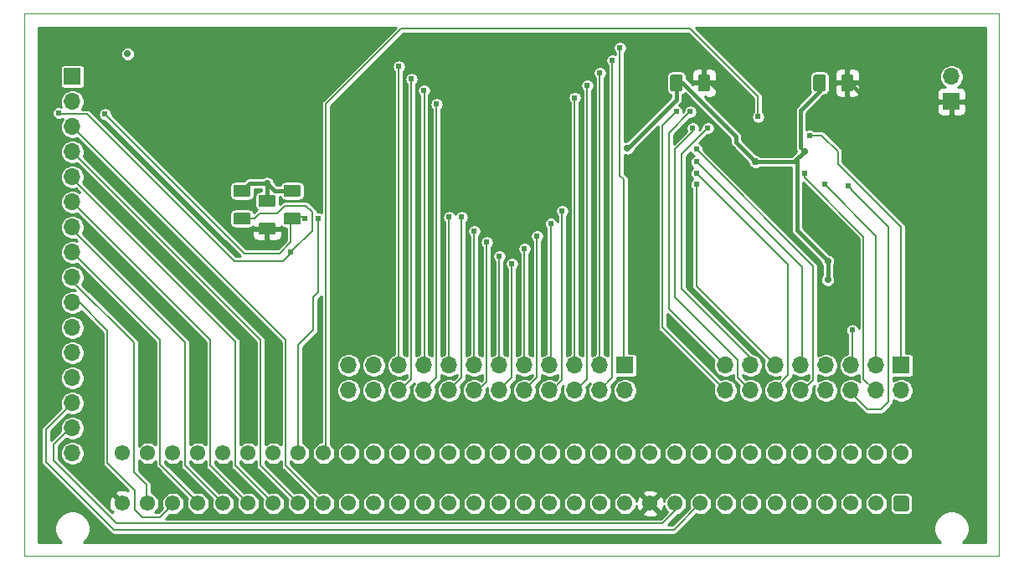
<source format=gbr>
G04 #@! TF.GenerationSoftware,KiCad,Pcbnew,5.1.5+dfsg1-2build2*
G04 #@! TF.CreationDate,2021-07-19T22:25:01+01:00*
G04 #@! TF.ProjectId,TestSRAM,54657374-5352-4414-9d2e-6b696361645f,rev?*
G04 #@! TF.SameCoordinates,Original*
G04 #@! TF.FileFunction,Copper,L2,Bot*
G04 #@! TF.FilePolarity,Positive*
%FSLAX46Y46*%
G04 Gerber Fmt 4.6, Leading zero omitted, Abs format (unit mm)*
G04 Created by KiCad (PCBNEW 5.1.5+dfsg1-2build2) date 2021-07-19 22:25:01*
%MOMM*%
%LPD*%
G04 APERTURE LIST*
%ADD10C,0.050000*%
%ADD11C,0.100000*%
%ADD12C,1.550000*%
%ADD13O,1.700000X1.700000*%
%ADD14R,1.700000X1.700000*%
%ADD15C,0.711200*%
%ADD16C,0.762000*%
%ADD17C,0.609600*%
%ADD18C,0.304800*%
%ADD19C,0.406400*%
%ADD20C,0.203200*%
%ADD21C,0.254000*%
G04 APERTURE END LIST*
D10*
X178181000Y-100965000D02*
X178181000Y-155829000D01*
X79629000Y-100965000D02*
X178181000Y-100965000D01*
X79629000Y-155829000D02*
X79629000Y-100965000D01*
X178181000Y-155829000D02*
X79629000Y-155829000D01*
G04 #@! TA.AperFunction,SMDPad,CuDef*
D11*
G36*
X102249504Y-121048204D02*
G01*
X102273773Y-121051804D01*
X102297571Y-121057765D01*
X102320671Y-121066030D01*
X102342849Y-121076520D01*
X102363893Y-121089133D01*
X102383598Y-121103747D01*
X102401777Y-121120223D01*
X102418253Y-121138402D01*
X102432867Y-121158107D01*
X102445480Y-121179151D01*
X102455970Y-121201329D01*
X102464235Y-121224429D01*
X102470196Y-121248227D01*
X102473796Y-121272496D01*
X102475000Y-121297000D01*
X102475000Y-122047000D01*
X102473796Y-122071504D01*
X102470196Y-122095773D01*
X102464235Y-122119571D01*
X102455970Y-122142671D01*
X102445480Y-122164849D01*
X102432867Y-122185893D01*
X102418253Y-122205598D01*
X102401777Y-122223777D01*
X102383598Y-122240253D01*
X102363893Y-122254867D01*
X102342849Y-122267480D01*
X102320671Y-122277970D01*
X102297571Y-122286235D01*
X102273773Y-122292196D01*
X102249504Y-122295796D01*
X102225000Y-122297000D01*
X100975000Y-122297000D01*
X100950496Y-122295796D01*
X100926227Y-122292196D01*
X100902429Y-122286235D01*
X100879329Y-122277970D01*
X100857151Y-122267480D01*
X100836107Y-122254867D01*
X100816402Y-122240253D01*
X100798223Y-122223777D01*
X100781747Y-122205598D01*
X100767133Y-122185893D01*
X100754520Y-122164849D01*
X100744030Y-122142671D01*
X100735765Y-122119571D01*
X100729804Y-122095773D01*
X100726204Y-122071504D01*
X100725000Y-122047000D01*
X100725000Y-121297000D01*
X100726204Y-121272496D01*
X100729804Y-121248227D01*
X100735765Y-121224429D01*
X100744030Y-121201329D01*
X100754520Y-121179151D01*
X100767133Y-121158107D01*
X100781747Y-121138402D01*
X100798223Y-121120223D01*
X100816402Y-121103747D01*
X100836107Y-121089133D01*
X100857151Y-121076520D01*
X100879329Y-121066030D01*
X100902429Y-121057765D01*
X100926227Y-121051804D01*
X100950496Y-121048204D01*
X100975000Y-121047000D01*
X102225000Y-121047000D01*
X102249504Y-121048204D01*
G37*
G04 #@! TD.AperFunction*
G04 #@! TA.AperFunction,SMDPad,CuDef*
G36*
X102249504Y-118248204D02*
G01*
X102273773Y-118251804D01*
X102297571Y-118257765D01*
X102320671Y-118266030D01*
X102342849Y-118276520D01*
X102363893Y-118289133D01*
X102383598Y-118303747D01*
X102401777Y-118320223D01*
X102418253Y-118338402D01*
X102432867Y-118358107D01*
X102445480Y-118379151D01*
X102455970Y-118401329D01*
X102464235Y-118424429D01*
X102470196Y-118448227D01*
X102473796Y-118472496D01*
X102475000Y-118497000D01*
X102475000Y-119247000D01*
X102473796Y-119271504D01*
X102470196Y-119295773D01*
X102464235Y-119319571D01*
X102455970Y-119342671D01*
X102445480Y-119364849D01*
X102432867Y-119385893D01*
X102418253Y-119405598D01*
X102401777Y-119423777D01*
X102383598Y-119440253D01*
X102363893Y-119454867D01*
X102342849Y-119467480D01*
X102320671Y-119477970D01*
X102297571Y-119486235D01*
X102273773Y-119492196D01*
X102249504Y-119495796D01*
X102225000Y-119497000D01*
X100975000Y-119497000D01*
X100950496Y-119495796D01*
X100926227Y-119492196D01*
X100902429Y-119486235D01*
X100879329Y-119477970D01*
X100857151Y-119467480D01*
X100836107Y-119454867D01*
X100816402Y-119440253D01*
X100798223Y-119423777D01*
X100781747Y-119405598D01*
X100767133Y-119385893D01*
X100754520Y-119364849D01*
X100744030Y-119342671D01*
X100735765Y-119319571D01*
X100729804Y-119295773D01*
X100726204Y-119271504D01*
X100725000Y-119247000D01*
X100725000Y-118497000D01*
X100726204Y-118472496D01*
X100729804Y-118448227D01*
X100735765Y-118424429D01*
X100744030Y-118401329D01*
X100754520Y-118379151D01*
X100767133Y-118358107D01*
X100781747Y-118338402D01*
X100798223Y-118320223D01*
X100816402Y-118303747D01*
X100836107Y-118289133D01*
X100857151Y-118276520D01*
X100879329Y-118266030D01*
X100902429Y-118257765D01*
X100926227Y-118251804D01*
X100950496Y-118248204D01*
X100975000Y-118247000D01*
X102225000Y-118247000D01*
X102249504Y-118248204D01*
G37*
G04 #@! TD.AperFunction*
G04 #@! TA.AperFunction,SMDPad,CuDef*
G36*
X107329504Y-121048204D02*
G01*
X107353773Y-121051804D01*
X107377571Y-121057765D01*
X107400671Y-121066030D01*
X107422849Y-121076520D01*
X107443893Y-121089133D01*
X107463598Y-121103747D01*
X107481777Y-121120223D01*
X107498253Y-121138402D01*
X107512867Y-121158107D01*
X107525480Y-121179151D01*
X107535970Y-121201329D01*
X107544235Y-121224429D01*
X107550196Y-121248227D01*
X107553796Y-121272496D01*
X107555000Y-121297000D01*
X107555000Y-122047000D01*
X107553796Y-122071504D01*
X107550196Y-122095773D01*
X107544235Y-122119571D01*
X107535970Y-122142671D01*
X107525480Y-122164849D01*
X107512867Y-122185893D01*
X107498253Y-122205598D01*
X107481777Y-122223777D01*
X107463598Y-122240253D01*
X107443893Y-122254867D01*
X107422849Y-122267480D01*
X107400671Y-122277970D01*
X107377571Y-122286235D01*
X107353773Y-122292196D01*
X107329504Y-122295796D01*
X107305000Y-122297000D01*
X106055000Y-122297000D01*
X106030496Y-122295796D01*
X106006227Y-122292196D01*
X105982429Y-122286235D01*
X105959329Y-122277970D01*
X105937151Y-122267480D01*
X105916107Y-122254867D01*
X105896402Y-122240253D01*
X105878223Y-122223777D01*
X105861747Y-122205598D01*
X105847133Y-122185893D01*
X105834520Y-122164849D01*
X105824030Y-122142671D01*
X105815765Y-122119571D01*
X105809804Y-122095773D01*
X105806204Y-122071504D01*
X105805000Y-122047000D01*
X105805000Y-121297000D01*
X105806204Y-121272496D01*
X105809804Y-121248227D01*
X105815765Y-121224429D01*
X105824030Y-121201329D01*
X105834520Y-121179151D01*
X105847133Y-121158107D01*
X105861747Y-121138402D01*
X105878223Y-121120223D01*
X105896402Y-121103747D01*
X105916107Y-121089133D01*
X105937151Y-121076520D01*
X105959329Y-121066030D01*
X105982429Y-121057765D01*
X106006227Y-121051804D01*
X106030496Y-121048204D01*
X106055000Y-121047000D01*
X107305000Y-121047000D01*
X107329504Y-121048204D01*
G37*
G04 #@! TD.AperFunction*
G04 #@! TA.AperFunction,SMDPad,CuDef*
G36*
X107329504Y-118248204D02*
G01*
X107353773Y-118251804D01*
X107377571Y-118257765D01*
X107400671Y-118266030D01*
X107422849Y-118276520D01*
X107443893Y-118289133D01*
X107463598Y-118303747D01*
X107481777Y-118320223D01*
X107498253Y-118338402D01*
X107512867Y-118358107D01*
X107525480Y-118379151D01*
X107535970Y-118401329D01*
X107544235Y-118424429D01*
X107550196Y-118448227D01*
X107553796Y-118472496D01*
X107555000Y-118497000D01*
X107555000Y-119247000D01*
X107553796Y-119271504D01*
X107550196Y-119295773D01*
X107544235Y-119319571D01*
X107535970Y-119342671D01*
X107525480Y-119364849D01*
X107512867Y-119385893D01*
X107498253Y-119405598D01*
X107481777Y-119423777D01*
X107463598Y-119440253D01*
X107443893Y-119454867D01*
X107422849Y-119467480D01*
X107400671Y-119477970D01*
X107377571Y-119486235D01*
X107353773Y-119492196D01*
X107329504Y-119495796D01*
X107305000Y-119497000D01*
X106055000Y-119497000D01*
X106030496Y-119495796D01*
X106006227Y-119492196D01*
X105982429Y-119486235D01*
X105959329Y-119477970D01*
X105937151Y-119467480D01*
X105916107Y-119454867D01*
X105896402Y-119440253D01*
X105878223Y-119423777D01*
X105861747Y-119405598D01*
X105847133Y-119385893D01*
X105834520Y-119364849D01*
X105824030Y-119342671D01*
X105815765Y-119319571D01*
X105809804Y-119295773D01*
X105806204Y-119271504D01*
X105805000Y-119247000D01*
X105805000Y-118497000D01*
X105806204Y-118472496D01*
X105809804Y-118448227D01*
X105815765Y-118424429D01*
X105824030Y-118401329D01*
X105834520Y-118379151D01*
X105847133Y-118358107D01*
X105861747Y-118338402D01*
X105878223Y-118320223D01*
X105896402Y-118303747D01*
X105916107Y-118289133D01*
X105937151Y-118276520D01*
X105959329Y-118266030D01*
X105982429Y-118257765D01*
X106006227Y-118251804D01*
X106030496Y-118248204D01*
X106055000Y-118247000D01*
X107305000Y-118247000D01*
X107329504Y-118248204D01*
G37*
G04 #@! TD.AperFunction*
D12*
X89535000Y-145415000D03*
X92075000Y-145415000D03*
X94615000Y-145415000D03*
X97155000Y-145415000D03*
X99695000Y-145415000D03*
X102235000Y-145415000D03*
X104775000Y-145415000D03*
X107315000Y-145415000D03*
X109855000Y-145415000D03*
X112395000Y-145415000D03*
X114935000Y-145415000D03*
X117475000Y-145415000D03*
X120015000Y-145415000D03*
X122555000Y-145415000D03*
X125095000Y-145415000D03*
X127635000Y-145415000D03*
X130175000Y-145415000D03*
X132715000Y-145415000D03*
X135255000Y-145415000D03*
X137795000Y-145415000D03*
X140335000Y-145415000D03*
X142875000Y-145415000D03*
X145415000Y-145415000D03*
X147955000Y-145415000D03*
X150495000Y-145415000D03*
X153035000Y-145415000D03*
X155575000Y-145415000D03*
X158115000Y-145415000D03*
X160655000Y-145415000D03*
X163195000Y-145415000D03*
X165735000Y-145415000D03*
X168275000Y-145415000D03*
X89535000Y-150495000D03*
X92075000Y-150495000D03*
X94615000Y-150495000D03*
X97155000Y-150495000D03*
X99695000Y-150495000D03*
X102235000Y-150495000D03*
X104775000Y-150495000D03*
X107315000Y-150495000D03*
X109855000Y-150495000D03*
X112395000Y-150495000D03*
X114935000Y-150495000D03*
X117475000Y-150495000D03*
X120015000Y-150495000D03*
X122555000Y-150495000D03*
X125095000Y-150495000D03*
X127635000Y-150495000D03*
X130175000Y-150495000D03*
X132715000Y-150495000D03*
X135255000Y-150495000D03*
X137795000Y-150495000D03*
X140335000Y-150495000D03*
X142875000Y-150495000D03*
X145415000Y-150495000D03*
X147955000Y-150495000D03*
X150495000Y-150495000D03*
X153035000Y-150495000D03*
X155575000Y-150495000D03*
X158115000Y-150495000D03*
X160655000Y-150495000D03*
X163195000Y-150495000D03*
X165735000Y-150495000D03*
G04 #@! TA.AperFunction,ComponentPad*
D11*
G36*
X168824505Y-149721204D02*
G01*
X168848773Y-149724804D01*
X168872572Y-149730765D01*
X168895671Y-149739030D01*
X168917850Y-149749520D01*
X168938893Y-149762132D01*
X168958599Y-149776747D01*
X168976777Y-149793223D01*
X168993253Y-149811401D01*
X169007868Y-149831107D01*
X169020480Y-149852150D01*
X169030970Y-149874329D01*
X169039235Y-149897428D01*
X169045196Y-149921227D01*
X169048796Y-149945495D01*
X169050000Y-149969999D01*
X169050000Y-151020001D01*
X169048796Y-151044505D01*
X169045196Y-151068773D01*
X169039235Y-151092572D01*
X169030970Y-151115671D01*
X169020480Y-151137850D01*
X169007868Y-151158893D01*
X168993253Y-151178599D01*
X168976777Y-151196777D01*
X168958599Y-151213253D01*
X168938893Y-151227868D01*
X168917850Y-151240480D01*
X168895671Y-151250970D01*
X168872572Y-151259235D01*
X168848773Y-151265196D01*
X168824505Y-151268796D01*
X168800001Y-151270000D01*
X167749999Y-151270000D01*
X167725495Y-151268796D01*
X167701227Y-151265196D01*
X167677428Y-151259235D01*
X167654329Y-151250970D01*
X167632150Y-151240480D01*
X167611107Y-151227868D01*
X167591401Y-151213253D01*
X167573223Y-151196777D01*
X167556747Y-151178599D01*
X167542132Y-151158893D01*
X167529520Y-151137850D01*
X167519030Y-151115671D01*
X167510765Y-151092572D01*
X167504804Y-151068773D01*
X167501204Y-151044505D01*
X167500000Y-151020001D01*
X167500000Y-149969999D01*
X167501204Y-149945495D01*
X167504804Y-149921227D01*
X167510765Y-149897428D01*
X167519030Y-149874329D01*
X167529520Y-149852150D01*
X167542132Y-149831107D01*
X167556747Y-149811401D01*
X167573223Y-149793223D01*
X167591401Y-149776747D01*
X167611107Y-149762132D01*
X167632150Y-149749520D01*
X167654329Y-149739030D01*
X167677428Y-149730765D01*
X167701227Y-149724804D01*
X167725495Y-149721204D01*
X167749999Y-149720000D01*
X168800001Y-149720000D01*
X168824505Y-149721204D01*
G37*
G04 #@! TD.AperFunction*
D13*
X173355000Y-107315000D03*
D14*
X173355000Y-109855000D03*
G04 #@! TA.AperFunction,SMDPad,CuDef*
D11*
G36*
X104789504Y-122061204D02*
G01*
X104813773Y-122064804D01*
X104837571Y-122070765D01*
X104860671Y-122079030D01*
X104882849Y-122089520D01*
X104903893Y-122102133D01*
X104923598Y-122116747D01*
X104941777Y-122133223D01*
X104958253Y-122151402D01*
X104972867Y-122171107D01*
X104985480Y-122192151D01*
X104995970Y-122214329D01*
X105004235Y-122237429D01*
X105010196Y-122261227D01*
X105013796Y-122285496D01*
X105015000Y-122310000D01*
X105015000Y-123060000D01*
X105013796Y-123084504D01*
X105010196Y-123108773D01*
X105004235Y-123132571D01*
X104995970Y-123155671D01*
X104985480Y-123177849D01*
X104972867Y-123198893D01*
X104958253Y-123218598D01*
X104941777Y-123236777D01*
X104923598Y-123253253D01*
X104903893Y-123267867D01*
X104882849Y-123280480D01*
X104860671Y-123290970D01*
X104837571Y-123299235D01*
X104813773Y-123305196D01*
X104789504Y-123308796D01*
X104765000Y-123310000D01*
X103515000Y-123310000D01*
X103490496Y-123308796D01*
X103466227Y-123305196D01*
X103442429Y-123299235D01*
X103419329Y-123290970D01*
X103397151Y-123280480D01*
X103376107Y-123267867D01*
X103356402Y-123253253D01*
X103338223Y-123236777D01*
X103321747Y-123218598D01*
X103307133Y-123198893D01*
X103294520Y-123177849D01*
X103284030Y-123155671D01*
X103275765Y-123132571D01*
X103269804Y-123108773D01*
X103266204Y-123084504D01*
X103265000Y-123060000D01*
X103265000Y-122310000D01*
X103266204Y-122285496D01*
X103269804Y-122261227D01*
X103275765Y-122237429D01*
X103284030Y-122214329D01*
X103294520Y-122192151D01*
X103307133Y-122171107D01*
X103321747Y-122151402D01*
X103338223Y-122133223D01*
X103356402Y-122116747D01*
X103376107Y-122102133D01*
X103397151Y-122089520D01*
X103419329Y-122079030D01*
X103442429Y-122070765D01*
X103466227Y-122064804D01*
X103490496Y-122061204D01*
X103515000Y-122060000D01*
X104765000Y-122060000D01*
X104789504Y-122061204D01*
G37*
G04 #@! TD.AperFunction*
G04 #@! TA.AperFunction,SMDPad,CuDef*
G36*
X104789504Y-119261204D02*
G01*
X104813773Y-119264804D01*
X104837571Y-119270765D01*
X104860671Y-119279030D01*
X104882849Y-119289520D01*
X104903893Y-119302133D01*
X104923598Y-119316747D01*
X104941777Y-119333223D01*
X104958253Y-119351402D01*
X104972867Y-119371107D01*
X104985480Y-119392151D01*
X104995970Y-119414329D01*
X105004235Y-119437429D01*
X105010196Y-119461227D01*
X105013796Y-119485496D01*
X105015000Y-119510000D01*
X105015000Y-120260000D01*
X105013796Y-120284504D01*
X105010196Y-120308773D01*
X105004235Y-120332571D01*
X104995970Y-120355671D01*
X104985480Y-120377849D01*
X104972867Y-120398893D01*
X104958253Y-120418598D01*
X104941777Y-120436777D01*
X104923598Y-120453253D01*
X104903893Y-120467867D01*
X104882849Y-120480480D01*
X104860671Y-120490970D01*
X104837571Y-120499235D01*
X104813773Y-120505196D01*
X104789504Y-120508796D01*
X104765000Y-120510000D01*
X103515000Y-120510000D01*
X103490496Y-120508796D01*
X103466227Y-120505196D01*
X103442429Y-120499235D01*
X103419329Y-120490970D01*
X103397151Y-120480480D01*
X103376107Y-120467867D01*
X103356402Y-120453253D01*
X103338223Y-120436777D01*
X103321747Y-120418598D01*
X103307133Y-120398893D01*
X103294520Y-120377849D01*
X103284030Y-120355671D01*
X103275765Y-120332571D01*
X103269804Y-120308773D01*
X103266204Y-120284504D01*
X103265000Y-120260000D01*
X103265000Y-119510000D01*
X103266204Y-119485496D01*
X103269804Y-119461227D01*
X103275765Y-119437429D01*
X103284030Y-119414329D01*
X103294520Y-119392151D01*
X103307133Y-119371107D01*
X103321747Y-119351402D01*
X103338223Y-119333223D01*
X103356402Y-119316747D01*
X103376107Y-119302133D01*
X103397151Y-119289520D01*
X103419329Y-119279030D01*
X103442429Y-119270765D01*
X103466227Y-119264804D01*
X103490496Y-119261204D01*
X103515000Y-119260000D01*
X104765000Y-119260000D01*
X104789504Y-119261204D01*
G37*
G04 #@! TD.AperFunction*
D13*
X112395000Y-139065000D03*
X112395000Y-136525000D03*
X114935000Y-139065000D03*
X114935000Y-136525000D03*
X117475000Y-139065000D03*
X117475000Y-136525000D03*
X120015000Y-139065000D03*
X120015000Y-136525000D03*
X122555000Y-139065000D03*
X122555000Y-136525000D03*
X125095000Y-139065000D03*
X125095000Y-136525000D03*
X127635000Y-139065000D03*
X127635000Y-136525000D03*
X130175000Y-139065000D03*
X130175000Y-136525000D03*
X132715000Y-139065000D03*
X132715000Y-136525000D03*
X135255000Y-139065000D03*
X135255000Y-136525000D03*
X137795000Y-139065000D03*
X137795000Y-136525000D03*
X140335000Y-139065000D03*
D14*
X140335000Y-136525000D03*
D13*
X150495000Y-139065000D03*
X150495000Y-136525000D03*
X153035000Y-139065000D03*
X153035000Y-136525000D03*
X155575000Y-139065000D03*
X155575000Y-136525000D03*
X158115000Y-139065000D03*
X158115000Y-136525000D03*
X160655000Y-139065000D03*
X160655000Y-136525000D03*
X163195000Y-139065000D03*
X163195000Y-136525000D03*
X165735000Y-139065000D03*
X165735000Y-136525000D03*
X168275000Y-139065000D03*
D14*
X168275000Y-136525000D03*
D13*
X84455000Y-145415000D03*
X84455000Y-142875000D03*
X84455000Y-140335000D03*
X84455000Y-137795000D03*
X84455000Y-135255000D03*
X84455000Y-132715000D03*
X84455000Y-130175000D03*
X84455000Y-127635000D03*
X84455000Y-125095000D03*
X84455000Y-122555000D03*
X84455000Y-120015000D03*
X84455000Y-117475000D03*
X84455000Y-114935000D03*
X84455000Y-112395000D03*
X84455000Y-109855000D03*
D14*
X84455000Y-107315000D03*
G04 #@! TA.AperFunction,SMDPad,CuDef*
D11*
G36*
X163213504Y-107076204D02*
G01*
X163237773Y-107079804D01*
X163261571Y-107085765D01*
X163284671Y-107094030D01*
X163306849Y-107104520D01*
X163327893Y-107117133D01*
X163347598Y-107131747D01*
X163365777Y-107148223D01*
X163382253Y-107166402D01*
X163396867Y-107186107D01*
X163409480Y-107207151D01*
X163419970Y-107229329D01*
X163428235Y-107252429D01*
X163434196Y-107276227D01*
X163437796Y-107300496D01*
X163439000Y-107325000D01*
X163439000Y-108575000D01*
X163437796Y-108599504D01*
X163434196Y-108623773D01*
X163428235Y-108647571D01*
X163419970Y-108670671D01*
X163409480Y-108692849D01*
X163396867Y-108713893D01*
X163382253Y-108733598D01*
X163365777Y-108751777D01*
X163347598Y-108768253D01*
X163327893Y-108782867D01*
X163306849Y-108795480D01*
X163284671Y-108805970D01*
X163261571Y-108814235D01*
X163237773Y-108820196D01*
X163213504Y-108823796D01*
X163189000Y-108825000D01*
X162439000Y-108825000D01*
X162414496Y-108823796D01*
X162390227Y-108820196D01*
X162366429Y-108814235D01*
X162343329Y-108805970D01*
X162321151Y-108795480D01*
X162300107Y-108782867D01*
X162280402Y-108768253D01*
X162262223Y-108751777D01*
X162245747Y-108733598D01*
X162231133Y-108713893D01*
X162218520Y-108692849D01*
X162208030Y-108670671D01*
X162199765Y-108647571D01*
X162193804Y-108623773D01*
X162190204Y-108599504D01*
X162189000Y-108575000D01*
X162189000Y-107325000D01*
X162190204Y-107300496D01*
X162193804Y-107276227D01*
X162199765Y-107252429D01*
X162208030Y-107229329D01*
X162218520Y-107207151D01*
X162231133Y-107186107D01*
X162245747Y-107166402D01*
X162262223Y-107148223D01*
X162280402Y-107131747D01*
X162300107Y-107117133D01*
X162321151Y-107104520D01*
X162343329Y-107094030D01*
X162366429Y-107085765D01*
X162390227Y-107079804D01*
X162414496Y-107076204D01*
X162439000Y-107075000D01*
X163189000Y-107075000D01*
X163213504Y-107076204D01*
G37*
G04 #@! TD.AperFunction*
G04 #@! TA.AperFunction,SMDPad,CuDef*
G36*
X160413504Y-107076204D02*
G01*
X160437773Y-107079804D01*
X160461571Y-107085765D01*
X160484671Y-107094030D01*
X160506849Y-107104520D01*
X160527893Y-107117133D01*
X160547598Y-107131747D01*
X160565777Y-107148223D01*
X160582253Y-107166402D01*
X160596867Y-107186107D01*
X160609480Y-107207151D01*
X160619970Y-107229329D01*
X160628235Y-107252429D01*
X160634196Y-107276227D01*
X160637796Y-107300496D01*
X160639000Y-107325000D01*
X160639000Y-108575000D01*
X160637796Y-108599504D01*
X160634196Y-108623773D01*
X160628235Y-108647571D01*
X160619970Y-108670671D01*
X160609480Y-108692849D01*
X160596867Y-108713893D01*
X160582253Y-108733598D01*
X160565777Y-108751777D01*
X160547598Y-108768253D01*
X160527893Y-108782867D01*
X160506849Y-108795480D01*
X160484671Y-108805970D01*
X160461571Y-108814235D01*
X160437773Y-108820196D01*
X160413504Y-108823796D01*
X160389000Y-108825000D01*
X159639000Y-108825000D01*
X159614496Y-108823796D01*
X159590227Y-108820196D01*
X159566429Y-108814235D01*
X159543329Y-108805970D01*
X159521151Y-108795480D01*
X159500107Y-108782867D01*
X159480402Y-108768253D01*
X159462223Y-108751777D01*
X159445747Y-108733598D01*
X159431133Y-108713893D01*
X159418520Y-108692849D01*
X159408030Y-108670671D01*
X159399765Y-108647571D01*
X159393804Y-108623773D01*
X159390204Y-108599504D01*
X159389000Y-108575000D01*
X159389000Y-107325000D01*
X159390204Y-107300496D01*
X159393804Y-107276227D01*
X159399765Y-107252429D01*
X159408030Y-107229329D01*
X159418520Y-107207151D01*
X159431133Y-107186107D01*
X159445747Y-107166402D01*
X159462223Y-107148223D01*
X159480402Y-107131747D01*
X159500107Y-107117133D01*
X159521151Y-107104520D01*
X159543329Y-107094030D01*
X159566429Y-107085765D01*
X159590227Y-107079804D01*
X159614496Y-107076204D01*
X159639000Y-107075000D01*
X160389000Y-107075000D01*
X160413504Y-107076204D01*
G37*
G04 #@! TD.AperFunction*
G04 #@! TA.AperFunction,SMDPad,CuDef*
G36*
X148735504Y-107076204D02*
G01*
X148759773Y-107079804D01*
X148783571Y-107085765D01*
X148806671Y-107094030D01*
X148828849Y-107104520D01*
X148849893Y-107117133D01*
X148869598Y-107131747D01*
X148887777Y-107148223D01*
X148904253Y-107166402D01*
X148918867Y-107186107D01*
X148931480Y-107207151D01*
X148941970Y-107229329D01*
X148950235Y-107252429D01*
X148956196Y-107276227D01*
X148959796Y-107300496D01*
X148961000Y-107325000D01*
X148961000Y-108575000D01*
X148959796Y-108599504D01*
X148956196Y-108623773D01*
X148950235Y-108647571D01*
X148941970Y-108670671D01*
X148931480Y-108692849D01*
X148918867Y-108713893D01*
X148904253Y-108733598D01*
X148887777Y-108751777D01*
X148869598Y-108768253D01*
X148849893Y-108782867D01*
X148828849Y-108795480D01*
X148806671Y-108805970D01*
X148783571Y-108814235D01*
X148759773Y-108820196D01*
X148735504Y-108823796D01*
X148711000Y-108825000D01*
X147961000Y-108825000D01*
X147936496Y-108823796D01*
X147912227Y-108820196D01*
X147888429Y-108814235D01*
X147865329Y-108805970D01*
X147843151Y-108795480D01*
X147822107Y-108782867D01*
X147802402Y-108768253D01*
X147784223Y-108751777D01*
X147767747Y-108733598D01*
X147753133Y-108713893D01*
X147740520Y-108692849D01*
X147730030Y-108670671D01*
X147721765Y-108647571D01*
X147715804Y-108623773D01*
X147712204Y-108599504D01*
X147711000Y-108575000D01*
X147711000Y-107325000D01*
X147712204Y-107300496D01*
X147715804Y-107276227D01*
X147721765Y-107252429D01*
X147730030Y-107229329D01*
X147740520Y-107207151D01*
X147753133Y-107186107D01*
X147767747Y-107166402D01*
X147784223Y-107148223D01*
X147802402Y-107131747D01*
X147822107Y-107117133D01*
X147843151Y-107104520D01*
X147865329Y-107094030D01*
X147888429Y-107085765D01*
X147912227Y-107079804D01*
X147936496Y-107076204D01*
X147961000Y-107075000D01*
X148711000Y-107075000D01*
X148735504Y-107076204D01*
G37*
G04 #@! TD.AperFunction*
G04 #@! TA.AperFunction,SMDPad,CuDef*
G36*
X145935504Y-107076204D02*
G01*
X145959773Y-107079804D01*
X145983571Y-107085765D01*
X146006671Y-107094030D01*
X146028849Y-107104520D01*
X146049893Y-107117133D01*
X146069598Y-107131747D01*
X146087777Y-107148223D01*
X146104253Y-107166402D01*
X146118867Y-107186107D01*
X146131480Y-107207151D01*
X146141970Y-107229329D01*
X146150235Y-107252429D01*
X146156196Y-107276227D01*
X146159796Y-107300496D01*
X146161000Y-107325000D01*
X146161000Y-108575000D01*
X146159796Y-108599504D01*
X146156196Y-108623773D01*
X146150235Y-108647571D01*
X146141970Y-108670671D01*
X146131480Y-108692849D01*
X146118867Y-108713893D01*
X146104253Y-108733598D01*
X146087777Y-108751777D01*
X146069598Y-108768253D01*
X146049893Y-108782867D01*
X146028849Y-108795480D01*
X146006671Y-108805970D01*
X145983571Y-108814235D01*
X145959773Y-108820196D01*
X145935504Y-108823796D01*
X145911000Y-108825000D01*
X145161000Y-108825000D01*
X145136496Y-108823796D01*
X145112227Y-108820196D01*
X145088429Y-108814235D01*
X145065329Y-108805970D01*
X145043151Y-108795480D01*
X145022107Y-108782867D01*
X145002402Y-108768253D01*
X144984223Y-108751777D01*
X144967747Y-108733598D01*
X144953133Y-108713893D01*
X144940520Y-108692849D01*
X144930030Y-108670671D01*
X144921765Y-108647571D01*
X144915804Y-108623773D01*
X144912204Y-108599504D01*
X144911000Y-108575000D01*
X144911000Y-107325000D01*
X144912204Y-107300496D01*
X144915804Y-107276227D01*
X144921765Y-107252429D01*
X144930030Y-107229329D01*
X144940520Y-107207151D01*
X144953133Y-107186107D01*
X144967747Y-107166402D01*
X144984223Y-107148223D01*
X145002402Y-107131747D01*
X145022107Y-107117133D01*
X145043151Y-107104520D01*
X145065329Y-107094030D01*
X145088429Y-107085765D01*
X145112227Y-107079804D01*
X145136496Y-107076204D01*
X145161000Y-107075000D01*
X145911000Y-107075000D01*
X145935504Y-107076204D01*
G37*
G04 #@! TD.AperFunction*
D15*
X164528500Y-114935000D03*
D16*
X153543000Y-114681000D03*
D15*
X99314000Y-117983000D03*
D16*
X86106000Y-132524500D03*
D15*
X94868998Y-111760000D03*
X104140000Y-124460000D03*
X143383000Y-115824000D03*
X158496000Y-114871500D03*
X160845500Y-127889000D03*
X104140000Y-118110000D03*
X160845500Y-125984000D03*
X90043000Y-105029000D03*
D16*
X153543000Y-115951000D03*
D15*
X140589000Y-114554000D03*
D17*
X83058000Y-110998000D03*
X106553000Y-125095000D03*
X87757000Y-111125000D03*
X107950000Y-121666000D03*
X109347000Y-121666000D03*
X153797000Y-111379000D03*
X117475000Y-106299000D03*
X120015000Y-108712000D03*
X122555000Y-121539000D03*
X125095000Y-122936000D03*
X127635000Y-125476000D03*
X130175000Y-124714000D03*
X132842000Y-122174000D03*
X135255000Y-109448590D03*
X137795000Y-106929200D03*
X139827000Y-104394000D03*
X146939000Y-110871000D03*
X148717000Y-112522000D03*
X147574000Y-118237000D03*
X147574000Y-115951000D03*
X163322000Y-132969000D03*
X160528000Y-118237000D03*
X159004000Y-113284000D03*
X118745000Y-107569008D03*
X121285000Y-110109000D03*
X123825000Y-121539000D03*
X126365000Y-124079000D03*
X128905000Y-126238000D03*
X131445000Y-123444000D03*
X133985000Y-120904000D03*
X136525000Y-108204000D03*
X139065000Y-105664000D03*
X145542000Y-110871000D03*
X147193000Y-112522000D03*
X147574000Y-117094000D03*
X147574000Y-114681000D03*
X162941000Y-118364000D03*
X158496000Y-117094000D03*
D18*
X164465000Y-114998500D02*
X164528500Y-114935000D01*
D19*
X164528500Y-114935000D02*
X164528500Y-109410500D01*
X164528500Y-109410500D02*
X162814000Y-107696000D01*
X153543000Y-112532000D02*
X148897500Y-107886500D01*
X153543000Y-114681000D02*
X153543000Y-112532000D01*
X148897500Y-107886500D02*
X148082000Y-107886500D01*
D18*
X89535000Y-150495000D02*
X86106000Y-147066000D01*
X86106000Y-147066000D02*
X86106000Y-132524500D01*
D19*
X99314000Y-117983000D02*
X94868998Y-113537998D01*
X94868998Y-113537998D02*
X94868998Y-111760000D01*
D18*
X104140000Y-122685000D02*
X104140000Y-122555000D01*
D19*
X104140000Y-122555000D02*
X104140000Y-124460000D01*
D18*
X158115001Y-114490501D02*
X158496000Y-114871500D01*
D19*
X158115001Y-110723999D02*
X158115001Y-114490501D01*
X160014000Y-108825000D02*
X158115001Y-110723999D01*
X160014000Y-107950000D02*
X160014000Y-108825000D01*
X157734000Y-122872500D02*
X160845500Y-125984000D01*
X157734000Y-115697000D02*
X157734000Y-122872500D01*
D18*
X158496000Y-114935000D02*
X157734000Y-115697000D01*
X158496000Y-114871500D02*
X158496000Y-114935000D01*
D19*
X104140000Y-119885000D02*
X104140000Y-118110000D01*
X104902000Y-118872000D02*
X104140000Y-118110000D01*
X106680000Y-118872000D02*
X104902000Y-118872000D01*
X104140000Y-118110000D02*
X102362000Y-118110000D01*
X102362000Y-118110000D02*
X101600000Y-118872000D01*
X160845500Y-127889000D02*
X160845500Y-125984000D01*
X146177000Y-107950000D02*
X145536000Y-107950000D01*
X151574500Y-113347500D02*
X146177000Y-107950000D01*
X157416500Y-115951000D02*
X158496000Y-114871500D01*
X153543000Y-115951000D02*
X157416500Y-115951000D01*
X151574500Y-113982500D02*
X151574500Y-113347500D01*
X153543000Y-115951000D02*
X151574500Y-113982500D01*
X145536000Y-109670500D02*
X145536000Y-107950000D01*
X140652500Y-114554000D02*
X145536000Y-109670500D01*
X140589000Y-114554000D02*
X140652500Y-114554000D01*
D20*
X145415000Y-150495000D02*
X145415000Y-151257000D01*
X84328000Y-142748000D02*
X84455000Y-142875000D01*
X145415000Y-151257000D02*
X144145000Y-152527000D01*
X144145000Y-152527000D02*
X88900000Y-152527000D01*
X88900000Y-152527000D02*
X82550000Y-146177000D01*
X82550000Y-146177000D02*
X82550000Y-144526000D01*
X82550000Y-144526000D02*
X84328000Y-142748000D01*
X85979000Y-111125000D02*
X83185000Y-111125000D01*
X100838000Y-125984000D02*
X85979000Y-111125000D01*
X83185000Y-111125000D02*
X83058000Y-110998000D01*
X105791000Y-125984000D02*
X100838000Y-125984000D01*
X106553000Y-125095000D02*
X106553000Y-125222000D01*
X106553000Y-125222000D02*
X105791000Y-125984000D01*
X105156000Y-121158000D02*
X103378000Y-121158000D01*
X108077000Y-120396000D02*
X105918000Y-120396000D01*
X108712000Y-121031000D02*
X108077000Y-120396000D01*
X105918000Y-120396000D02*
X105156000Y-121158000D01*
X108712000Y-122936000D02*
X108712000Y-121031000D01*
X102864000Y-121672000D02*
X101600000Y-121672000D01*
X103378000Y-121158000D02*
X102864000Y-121672000D01*
X106553000Y-125095000D02*
X108712000Y-122936000D01*
X106680000Y-121672000D02*
X106680000Y-121666000D01*
X147955000Y-150495000D02*
X145288000Y-153162000D01*
X81788000Y-143002000D02*
X84328000Y-140462000D01*
X145288000Y-153162000D02*
X88646000Y-153162000D01*
X88646000Y-153162000D02*
X81788000Y-146304000D01*
X81788000Y-146304000D02*
X81788000Y-143002000D01*
X106553000Y-124079000D02*
X106553000Y-121412000D01*
X105410000Y-125222000D02*
X106553000Y-124079000D01*
X101854000Y-125222000D02*
X105410000Y-125222000D01*
X87757000Y-111125000D02*
X101854000Y-125222000D01*
X107950000Y-121666000D02*
X107823000Y-121539000D01*
X107823000Y-121539000D02*
X106553000Y-121539000D01*
X107315000Y-134493000D02*
X107315000Y-145415000D01*
X108839000Y-132969000D02*
X107315000Y-134493000D01*
X108839000Y-129667000D02*
X108839000Y-132969000D01*
X109347000Y-129159000D02*
X108839000Y-129667000D01*
X109347000Y-121666000D02*
X109347000Y-129159000D01*
X110109000Y-145161000D02*
X109855000Y-145415000D01*
X153797000Y-111379000D02*
X153797000Y-109347000D01*
X117729000Y-102489000D02*
X110109000Y-110109000D01*
X110109000Y-110109000D02*
X110109000Y-145161000D01*
X153797000Y-109347000D02*
X146939000Y-102489000D01*
X146939000Y-102489000D02*
X117729000Y-102489000D01*
X117475000Y-136779000D02*
X117602000Y-136906000D01*
X117475000Y-106299000D02*
X117475000Y-136779000D01*
X120035610Y-136504390D02*
X119888000Y-136652000D01*
X120035610Y-108732610D02*
X120035610Y-136504390D01*
X120015000Y-108712000D02*
X120035610Y-108732610D01*
X122555000Y-136525000D02*
X122555000Y-121539000D01*
X125095000Y-122936000D02*
X125095000Y-136525000D01*
X125095000Y-136525000D02*
X125222000Y-136652000D01*
X127635000Y-125476000D02*
X127635000Y-136652000D01*
X130175000Y-136652000D02*
X130175000Y-124714000D01*
X132842000Y-122174000D02*
X132842000Y-136652000D01*
X132842000Y-136652000D02*
X132715000Y-136779000D01*
X135255000Y-136398000D02*
X135255000Y-109448590D01*
X135382000Y-136525000D02*
X135255000Y-136398000D01*
X137668000Y-136525000D02*
X137795000Y-136398000D01*
X137795000Y-136398000D02*
X137795000Y-106929200D01*
X140208000Y-117729000D02*
X140208000Y-136652000D01*
X139827000Y-117348000D02*
X140208000Y-117729000D01*
X139827000Y-104394000D02*
X139827000Y-117348000D01*
X150368000Y-136398000D02*
X150368000Y-136652000D01*
X144780000Y-130810000D02*
X150368000Y-136398000D01*
X144780000Y-113030000D02*
X144780000Y-130810000D01*
X146939000Y-110871000D02*
X144780000Y-113030000D01*
X146050000Y-128778000D02*
X153035000Y-135763000D01*
X153035000Y-135763000D02*
X153035000Y-136525000D01*
X146050000Y-115189000D02*
X146050000Y-128778000D01*
X148717000Y-112522000D02*
X146050000Y-115189000D01*
X147574000Y-128524000D02*
X147574000Y-118237000D01*
X155575000Y-136525000D02*
X147574000Y-128524000D01*
X158242000Y-126619000D02*
X147574000Y-115951000D01*
X158242000Y-136779000D02*
X158242000Y-126619000D01*
X163322000Y-132969000D02*
X163322000Y-136398000D01*
X163322000Y-136398000D02*
X163195000Y-136525000D01*
X165735000Y-123444000D02*
X160528000Y-118237000D01*
X165735000Y-136652000D02*
X165735000Y-123444000D01*
X168275000Y-136398000D02*
X168402000Y-136525000D01*
X161861500Y-116141500D02*
X168275000Y-122555000D01*
X161861500Y-114915142D02*
X161861500Y-116141500D01*
X160230358Y-113284000D02*
X161861500Y-114915142D01*
X168275000Y-122555000D02*
X168275000Y-136398000D01*
X159004000Y-113284000D02*
X160230358Y-113284000D01*
X94615000Y-150622000D02*
X94615000Y-150495000D01*
X93345000Y-151892000D02*
X94615000Y-150622000D01*
X91567000Y-151892000D02*
X93345000Y-151892000D01*
X90805000Y-151130000D02*
X91567000Y-151892000D01*
X90805000Y-149225000D02*
X90805000Y-151130000D01*
X88011000Y-133032500D02*
X88011000Y-146431000D01*
X85153500Y-130175000D02*
X88011000Y-133032500D01*
X88011000Y-146431000D02*
X90805000Y-149225000D01*
X84455000Y-130175000D02*
X85153500Y-130175000D01*
X90678000Y-134239000D02*
X84201000Y-127762000D01*
X90678000Y-147320000D02*
X90678000Y-134239000D01*
X91948000Y-148590000D02*
X90678000Y-147320000D01*
X91948000Y-148590000D02*
X91948000Y-150495000D01*
X91948000Y-150495000D02*
X92075000Y-150622000D01*
X84455000Y-125095000D02*
X93345000Y-133985000D01*
X93345000Y-133985000D02*
X93345000Y-146558000D01*
X93345000Y-146558000D02*
X97155000Y-150368000D01*
X95885000Y-134239000D02*
X84328000Y-122682000D01*
X95885000Y-146685000D02*
X95885000Y-134239000D01*
X99695000Y-150495000D02*
X95885000Y-146685000D01*
X84455000Y-120015000D02*
X98425000Y-133985000D01*
X98425000Y-133985000D02*
X98425000Y-146685000D01*
X98425000Y-146685000D02*
X102235000Y-150495000D01*
X104775000Y-150495000D02*
X100965000Y-146685000D01*
X100965000Y-146685000D02*
X100965000Y-134112000D01*
X100965000Y-134112000D02*
X84455000Y-117602000D01*
X84455000Y-114935000D02*
X103505000Y-133985000D01*
X103505000Y-133985000D02*
X103505000Y-146685000D01*
X103505000Y-146685000D02*
X107315000Y-150495000D01*
X106045000Y-133985000D02*
X84582000Y-112522000D01*
X106045000Y-146685000D02*
X106045000Y-133985000D01*
X109855000Y-150495000D02*
X106045000Y-146685000D01*
X118745000Y-137922000D02*
X118745000Y-107569008D01*
X117475000Y-139192000D02*
X118745000Y-137922000D01*
X120015000Y-139065000D02*
X120015000Y-139192000D01*
X121285000Y-137795000D02*
X120015000Y-139065000D01*
X121285000Y-110109000D02*
X121285000Y-137795000D01*
X122555000Y-139065000D02*
X122555000Y-139192000D01*
X122555000Y-139065000D02*
X123825000Y-137795000D01*
X123825000Y-137795000D02*
X123825000Y-121539000D01*
X126365000Y-124079000D02*
X126365000Y-138176000D01*
X126365000Y-138176000D02*
X125222000Y-139319000D01*
X128905000Y-137795000D02*
X127635000Y-139065000D01*
X128905000Y-126238000D02*
X128905000Y-137795000D01*
X131445000Y-137795000D02*
X130175000Y-139065000D01*
X131445000Y-123444000D02*
X131445000Y-137795000D01*
X133985000Y-138049000D02*
X132842000Y-139192000D01*
X133985000Y-120904000D02*
X133985000Y-138049000D01*
X136525000Y-108204000D02*
X136525000Y-137922000D01*
X136525000Y-137922000D02*
X135255000Y-139192000D01*
X139065000Y-137795000D02*
X137922000Y-138938000D01*
X139065000Y-105664000D02*
X139065000Y-137795000D01*
X137922000Y-138938000D02*
X137922000Y-139192000D01*
X144145000Y-132715000D02*
X150495000Y-139065000D01*
X144145000Y-112268000D02*
X144145000Y-132715000D01*
X145542000Y-110871000D02*
X144145000Y-112268000D01*
X151765000Y-137795000D02*
X153035000Y-139065000D01*
X151765000Y-135980835D02*
X151765000Y-137795000D01*
X145415000Y-129630835D02*
X151765000Y-135980835D01*
X145415000Y-114680990D02*
X145415000Y-129630835D01*
X147193000Y-112902990D02*
X145415000Y-114680990D01*
X147193000Y-112522000D02*
X147193000Y-112902990D01*
X156845000Y-126365000D02*
X147574000Y-117094000D01*
X156845000Y-137539202D02*
X156845000Y-126365000D01*
X155448000Y-138936202D02*
X156845000Y-137539202D01*
X159385000Y-126492000D02*
X147574000Y-114681000D01*
X159385000Y-138049000D02*
X159385000Y-126492000D01*
X158369000Y-139065000D02*
X159385000Y-138049000D01*
X164846000Y-140970000D02*
X163068000Y-139192000D01*
X166243000Y-140970000D02*
X164846000Y-140970000D01*
X167005000Y-140208000D02*
X166243000Y-140970000D01*
X167005000Y-122555000D02*
X167005000Y-140208000D01*
X163245799Y-118795799D02*
X167005000Y-122555000D01*
X163245799Y-118668799D02*
X163245799Y-118795799D01*
X162941000Y-118364000D02*
X163245799Y-118668799D01*
X164465000Y-137922000D02*
X165608000Y-139065000D01*
X158496000Y-117525052D02*
X164465000Y-123494052D01*
X164465000Y-123494052D02*
X164465000Y-137922000D01*
X158496000Y-117094000D02*
X158496000Y-117525052D01*
D21*
G36*
X109784518Y-109750983D02*
G01*
X109766099Y-109766099D01*
X109705791Y-109839585D01*
X109660978Y-109923424D01*
X109633383Y-110014395D01*
X109630718Y-110041455D01*
X109624065Y-110109000D01*
X109626400Y-110132705D01*
X109626400Y-121039427D01*
X109547040Y-121006555D01*
X109414545Y-120980200D01*
X109279455Y-120980200D01*
X109193613Y-120997275D01*
X109187617Y-120936393D01*
X109160022Y-120845423D01*
X109140764Y-120809394D01*
X109115209Y-120761585D01*
X109054901Y-120688099D01*
X109036487Y-120672987D01*
X108435017Y-120071518D01*
X108419901Y-120053099D01*
X108346415Y-119992791D01*
X108262577Y-119947978D01*
X108171606Y-119920383D01*
X108100707Y-119913400D01*
X108100705Y-119913400D01*
X108077000Y-119911065D01*
X108053295Y-119913400D01*
X105941707Y-119913400D01*
X105918000Y-119911065D01*
X105823393Y-119920383D01*
X105732423Y-119947978D01*
X105648585Y-119992791D01*
X105575099Y-120053099D01*
X105559987Y-120071513D01*
X105397843Y-120233657D01*
X105397843Y-119510000D01*
X105392544Y-119456200D01*
X105460325Y-119456200D01*
X105470329Y-119489179D01*
X105528810Y-119598589D01*
X105607512Y-119694488D01*
X105703411Y-119773190D01*
X105812821Y-119831671D01*
X105931538Y-119867683D01*
X106055000Y-119879843D01*
X107305000Y-119879843D01*
X107428462Y-119867683D01*
X107547179Y-119831671D01*
X107656589Y-119773190D01*
X107752488Y-119694488D01*
X107831190Y-119598589D01*
X107889671Y-119489179D01*
X107925683Y-119370462D01*
X107937843Y-119247000D01*
X107937843Y-118497000D01*
X107925683Y-118373538D01*
X107889671Y-118254821D01*
X107831190Y-118145411D01*
X107752488Y-118049512D01*
X107656589Y-117970810D01*
X107547179Y-117912329D01*
X107428462Y-117876317D01*
X107305000Y-117864157D01*
X106055000Y-117864157D01*
X105931538Y-117876317D01*
X105812821Y-117912329D01*
X105703411Y-117970810D01*
X105607512Y-118049512D01*
X105528810Y-118145411D01*
X105470329Y-118254821D01*
X105460325Y-118287800D01*
X105143984Y-118287800D01*
X104872370Y-118016187D01*
X104848293Y-117895142D01*
X104792766Y-117761089D01*
X104712155Y-117640445D01*
X104609555Y-117537845D01*
X104488911Y-117457234D01*
X104354858Y-117401707D01*
X104212549Y-117373400D01*
X104067451Y-117373400D01*
X103925142Y-117401707D01*
X103791089Y-117457234D01*
X103688472Y-117525800D01*
X102390692Y-117525800D01*
X102362000Y-117522974D01*
X102247477Y-117534254D01*
X102137355Y-117567659D01*
X102035866Y-117621906D01*
X101969196Y-117676620D01*
X101969194Y-117676622D01*
X101946910Y-117694910D01*
X101928622Y-117717194D01*
X101781659Y-117864157D01*
X100975000Y-117864157D01*
X100851538Y-117876317D01*
X100732821Y-117912329D01*
X100623411Y-117970810D01*
X100527512Y-118049512D01*
X100448810Y-118145411D01*
X100390329Y-118254821D01*
X100354317Y-118373538D01*
X100342157Y-118497000D01*
X100342157Y-119247000D01*
X100354317Y-119370462D01*
X100390329Y-119489179D01*
X100448810Y-119598589D01*
X100527512Y-119694488D01*
X100623411Y-119773190D01*
X100732821Y-119831671D01*
X100851538Y-119867683D01*
X100975000Y-119879843D01*
X102225000Y-119879843D01*
X102348462Y-119867683D01*
X102467179Y-119831671D01*
X102576589Y-119773190D01*
X102672488Y-119694488D01*
X102751190Y-119598589D01*
X102809671Y-119489179D01*
X102845683Y-119370462D01*
X102857843Y-119247000D01*
X102857843Y-118694200D01*
X103555801Y-118694200D01*
X103555801Y-118877157D01*
X103515000Y-118877157D01*
X103391538Y-118889317D01*
X103272821Y-118925329D01*
X103163411Y-118983810D01*
X103067512Y-119062512D01*
X102988810Y-119158411D01*
X102930329Y-119267821D01*
X102894317Y-119386538D01*
X102882157Y-119510000D01*
X102882157Y-120260000D01*
X102894317Y-120383462D01*
X102930329Y-120502179D01*
X102988810Y-120611589D01*
X103067512Y-120707488D01*
X103118617Y-120749429D01*
X103108585Y-120754791D01*
X103035099Y-120815099D01*
X103019987Y-120833513D01*
X102805842Y-121047658D01*
X102751190Y-120945411D01*
X102672488Y-120849512D01*
X102576589Y-120770810D01*
X102467179Y-120712329D01*
X102348462Y-120676317D01*
X102225000Y-120664157D01*
X100975000Y-120664157D01*
X100851538Y-120676317D01*
X100732821Y-120712329D01*
X100623411Y-120770810D01*
X100527512Y-120849512D01*
X100448810Y-120945411D01*
X100390329Y-121054821D01*
X100354317Y-121173538D01*
X100342157Y-121297000D01*
X100342157Y-122047000D01*
X100354317Y-122170462D01*
X100390329Y-122289179D01*
X100448810Y-122398589D01*
X100527512Y-122494488D01*
X100623411Y-122573190D01*
X100732821Y-122631671D01*
X100851538Y-122667683D01*
X100975000Y-122679843D01*
X102225000Y-122679843D01*
X102348462Y-122667683D01*
X102467179Y-122631671D01*
X102576589Y-122573190D01*
X102672488Y-122494488D01*
X102696265Y-122465515D01*
X102788750Y-122558000D01*
X104013000Y-122558000D01*
X104013000Y-122538000D01*
X104267000Y-122538000D01*
X104267000Y-122558000D01*
X105491250Y-122558000D01*
X105583735Y-122465515D01*
X105607512Y-122494488D01*
X105703411Y-122573190D01*
X105812821Y-122631671D01*
X105931538Y-122667683D01*
X106055000Y-122679843D01*
X106070401Y-122679843D01*
X106070400Y-123879100D01*
X105210101Y-124739400D01*
X102053900Y-124739400D01*
X100624500Y-123310000D01*
X102626928Y-123310000D01*
X102639188Y-123434482D01*
X102675498Y-123554180D01*
X102734463Y-123664494D01*
X102813815Y-123761185D01*
X102910506Y-123840537D01*
X103020820Y-123899502D01*
X103140518Y-123935812D01*
X103265000Y-123948072D01*
X103854250Y-123945000D01*
X104013000Y-123786250D01*
X104013000Y-122812000D01*
X104267000Y-122812000D01*
X104267000Y-123786250D01*
X104425750Y-123945000D01*
X105015000Y-123948072D01*
X105139482Y-123935812D01*
X105259180Y-123899502D01*
X105369494Y-123840537D01*
X105466185Y-123761185D01*
X105545537Y-123664494D01*
X105604502Y-123554180D01*
X105640812Y-123434482D01*
X105653072Y-123310000D01*
X105650000Y-122970750D01*
X105491250Y-122812000D01*
X104267000Y-122812000D01*
X104013000Y-122812000D01*
X102788750Y-122812000D01*
X102630000Y-122970750D01*
X102626928Y-123310000D01*
X100624500Y-123310000D01*
X88442800Y-111128301D01*
X88442800Y-111057455D01*
X88416445Y-110924960D01*
X88364748Y-110800152D01*
X88289695Y-110687828D01*
X88194172Y-110592305D01*
X88081848Y-110517252D01*
X87957040Y-110465555D01*
X87824545Y-110439200D01*
X87689455Y-110439200D01*
X87556960Y-110465555D01*
X87432152Y-110517252D01*
X87319828Y-110592305D01*
X87224305Y-110687828D01*
X87149252Y-110800152D01*
X87097555Y-110924960D01*
X87071200Y-111057455D01*
X87071200Y-111192545D01*
X87097555Y-111325040D01*
X87149252Y-111449848D01*
X87224305Y-111562172D01*
X87319828Y-111657695D01*
X87432152Y-111732748D01*
X87556960Y-111784445D01*
X87689455Y-111810800D01*
X87760301Y-111810800D01*
X101450900Y-125501400D01*
X101037899Y-125501400D01*
X86337017Y-110800518D01*
X86321901Y-110782099D01*
X86248415Y-110721791D01*
X86164577Y-110676978D01*
X86073606Y-110649383D01*
X86002707Y-110642400D01*
X86002705Y-110642400D01*
X85979000Y-110640065D01*
X85955295Y-110642400D01*
X85408497Y-110642400D01*
X85411180Y-110639717D01*
X85545898Y-110438097D01*
X85638693Y-110214069D01*
X85686000Y-109976243D01*
X85686000Y-109733757D01*
X85638693Y-109495931D01*
X85545898Y-109271903D01*
X85411180Y-109070283D01*
X85239717Y-108898820D01*
X85038097Y-108764102D01*
X84814069Y-108671307D01*
X84576243Y-108624000D01*
X84333757Y-108624000D01*
X84095931Y-108671307D01*
X83871903Y-108764102D01*
X83670283Y-108898820D01*
X83498820Y-109070283D01*
X83364102Y-109271903D01*
X83271307Y-109495931D01*
X83224000Y-109733757D01*
X83224000Y-109976243D01*
X83271307Y-110214069D01*
X83336297Y-110370970D01*
X83258040Y-110338555D01*
X83125545Y-110312200D01*
X82990455Y-110312200D01*
X82857960Y-110338555D01*
X82733152Y-110390252D01*
X82620828Y-110465305D01*
X82525305Y-110560828D01*
X82450252Y-110673152D01*
X82398555Y-110797960D01*
X82372200Y-110930455D01*
X82372200Y-111065545D01*
X82398555Y-111198040D01*
X82450252Y-111322848D01*
X82525305Y-111435172D01*
X82620828Y-111530695D01*
X82733152Y-111605748D01*
X82857960Y-111657445D01*
X82990455Y-111683800D01*
X83125545Y-111683800D01*
X83258040Y-111657445D01*
X83378377Y-111607600D01*
X83501503Y-111607600D01*
X83498820Y-111610283D01*
X83364102Y-111811903D01*
X83271307Y-112035931D01*
X83224000Y-112273757D01*
X83224000Y-112516243D01*
X83271307Y-112754069D01*
X83364102Y-112978097D01*
X83498820Y-113179717D01*
X83670283Y-113351180D01*
X83871903Y-113485898D01*
X84095931Y-113578693D01*
X84333757Y-113626000D01*
X84576243Y-113626000D01*
X84814069Y-113578693D01*
X84914567Y-113537066D01*
X105562401Y-134184901D01*
X105562400Y-144567569D01*
X105511907Y-144517076D01*
X105322571Y-144390566D01*
X105112193Y-144303425D01*
X104888856Y-144259000D01*
X104661144Y-144259000D01*
X104437807Y-144303425D01*
X104227429Y-144390566D01*
X104038093Y-144517076D01*
X103987600Y-144567569D01*
X103987600Y-134008696D01*
X103989934Y-133984999D01*
X103987600Y-133961302D01*
X103987600Y-133961293D01*
X103980617Y-133890394D01*
X103953022Y-133799423D01*
X103908209Y-133715585D01*
X103847901Y-133642099D01*
X103829482Y-133626983D01*
X85597066Y-115394567D01*
X85638693Y-115294069D01*
X85686000Y-115056243D01*
X85686000Y-114813757D01*
X85638693Y-114575931D01*
X85545898Y-114351903D01*
X85411180Y-114150283D01*
X85239717Y-113978820D01*
X85038097Y-113844102D01*
X84814069Y-113751307D01*
X84576243Y-113704000D01*
X84333757Y-113704000D01*
X84095931Y-113751307D01*
X83871903Y-113844102D01*
X83670283Y-113978820D01*
X83498820Y-114150283D01*
X83364102Y-114351903D01*
X83271307Y-114575931D01*
X83224000Y-114813757D01*
X83224000Y-115056243D01*
X83271307Y-115294069D01*
X83364102Y-115518097D01*
X83498820Y-115719717D01*
X83670283Y-115891180D01*
X83871903Y-116025898D01*
X84095931Y-116118693D01*
X84333757Y-116166000D01*
X84576243Y-116166000D01*
X84814069Y-116118693D01*
X84914567Y-116077066D01*
X103022400Y-134184899D01*
X103022401Y-144567570D01*
X102971907Y-144517076D01*
X102782571Y-144390566D01*
X102572193Y-144303425D01*
X102348856Y-144259000D01*
X102121144Y-144259000D01*
X101897807Y-144303425D01*
X101687429Y-144390566D01*
X101498093Y-144517076D01*
X101447600Y-144567569D01*
X101447600Y-134135707D01*
X101449935Y-134112000D01*
X101440617Y-134017393D01*
X101413022Y-133926423D01*
X101368208Y-133842584D01*
X101323013Y-133787513D01*
X101323012Y-133787512D01*
X101307901Y-133769099D01*
X101289488Y-133753988D01*
X85559868Y-118024369D01*
X85638693Y-117834069D01*
X85686000Y-117596243D01*
X85686000Y-117353757D01*
X85638693Y-117115931D01*
X85545898Y-116891903D01*
X85411180Y-116690283D01*
X85239717Y-116518820D01*
X85038097Y-116384102D01*
X84814069Y-116291307D01*
X84576243Y-116244000D01*
X84333757Y-116244000D01*
X84095931Y-116291307D01*
X83871903Y-116384102D01*
X83670283Y-116518820D01*
X83498820Y-116690283D01*
X83364102Y-116891903D01*
X83271307Y-117115931D01*
X83224000Y-117353757D01*
X83224000Y-117596243D01*
X83271307Y-117834069D01*
X83364102Y-118058097D01*
X83498820Y-118259717D01*
X83670283Y-118431180D01*
X83871903Y-118565898D01*
X84095931Y-118658693D01*
X84333757Y-118706000D01*
X84576243Y-118706000D01*
X84814069Y-118658693D01*
X84824764Y-118654263D01*
X85208387Y-119037886D01*
X85038097Y-118924102D01*
X84814069Y-118831307D01*
X84576243Y-118784000D01*
X84333757Y-118784000D01*
X84095931Y-118831307D01*
X83871903Y-118924102D01*
X83670283Y-119058820D01*
X83498820Y-119230283D01*
X83364102Y-119431903D01*
X83271307Y-119655931D01*
X83224000Y-119893757D01*
X83224000Y-120136243D01*
X83271307Y-120374069D01*
X83364102Y-120598097D01*
X83498820Y-120799717D01*
X83670283Y-120971180D01*
X83871903Y-121105898D01*
X84095931Y-121198693D01*
X84333757Y-121246000D01*
X84576243Y-121246000D01*
X84814069Y-121198693D01*
X84914567Y-121157066D01*
X97942400Y-134184899D01*
X97942401Y-144567570D01*
X97891907Y-144517076D01*
X97702571Y-144390566D01*
X97492193Y-144303425D01*
X97268856Y-144259000D01*
X97041144Y-144259000D01*
X96817807Y-144303425D01*
X96607429Y-144390566D01*
X96418093Y-144517076D01*
X96367600Y-144567569D01*
X96367600Y-134262704D01*
X96369935Y-134238999D01*
X96366744Y-134206606D01*
X96360617Y-134144394D01*
X96333022Y-134053423D01*
X96288209Y-133969585D01*
X96227901Y-133896099D01*
X96209488Y-133880988D01*
X85514134Y-123185635D01*
X85545898Y-123138097D01*
X85638693Y-122914069D01*
X85686000Y-122676243D01*
X85686000Y-122433757D01*
X85638693Y-122195931D01*
X85545898Y-121971903D01*
X85411180Y-121770283D01*
X85239717Y-121598820D01*
X85038097Y-121464102D01*
X84814069Y-121371307D01*
X84576243Y-121324000D01*
X84333757Y-121324000D01*
X84095931Y-121371307D01*
X83871903Y-121464102D01*
X83670283Y-121598820D01*
X83498820Y-121770283D01*
X83364102Y-121971903D01*
X83271307Y-122195931D01*
X83224000Y-122433757D01*
X83224000Y-122676243D01*
X83271307Y-122914069D01*
X83364102Y-123138097D01*
X83498820Y-123339717D01*
X83670283Y-123511180D01*
X83871903Y-123645898D01*
X84095931Y-123738693D01*
X84333757Y-123786000D01*
X84576243Y-123786000D01*
X84720755Y-123757254D01*
X84917756Y-123954256D01*
X84814069Y-123911307D01*
X84576243Y-123864000D01*
X84333757Y-123864000D01*
X84095931Y-123911307D01*
X83871903Y-124004102D01*
X83670283Y-124138820D01*
X83498820Y-124310283D01*
X83364102Y-124511903D01*
X83271307Y-124735931D01*
X83224000Y-124973757D01*
X83224000Y-125216243D01*
X83271307Y-125454069D01*
X83364102Y-125678097D01*
X83498820Y-125879717D01*
X83670283Y-126051180D01*
X83871903Y-126185898D01*
X84095931Y-126278693D01*
X84333757Y-126326000D01*
X84576243Y-126326000D01*
X84814069Y-126278693D01*
X84914567Y-126237066D01*
X92862400Y-134184900D01*
X92862401Y-144567570D01*
X92811907Y-144517076D01*
X92622571Y-144390566D01*
X92412193Y-144303425D01*
X92188856Y-144259000D01*
X91961144Y-144259000D01*
X91737807Y-144303425D01*
X91527429Y-144390566D01*
X91338093Y-144517076D01*
X91177076Y-144678093D01*
X91160600Y-144702751D01*
X91160600Y-134262704D01*
X91162935Y-134238999D01*
X91159744Y-134206606D01*
X91153617Y-134144394D01*
X91126022Y-134053423D01*
X91081209Y-133969585D01*
X91020901Y-133896099D01*
X91002482Y-133880983D01*
X85463265Y-128341766D01*
X85545898Y-128218097D01*
X85638693Y-127994069D01*
X85686000Y-127756243D01*
X85686000Y-127513757D01*
X85638693Y-127275931D01*
X85545898Y-127051903D01*
X85411180Y-126850283D01*
X85239717Y-126678820D01*
X85038097Y-126544102D01*
X84814069Y-126451307D01*
X84576243Y-126404000D01*
X84333757Y-126404000D01*
X84095931Y-126451307D01*
X83871903Y-126544102D01*
X83670283Y-126678820D01*
X83498820Y-126850283D01*
X83364102Y-127051903D01*
X83271307Y-127275931D01*
X83224000Y-127513757D01*
X83224000Y-127756243D01*
X83271307Y-127994069D01*
X83364102Y-128218097D01*
X83498820Y-128419717D01*
X83670283Y-128591180D01*
X83871903Y-128725898D01*
X84095931Y-128818693D01*
X84333757Y-128866000D01*
X84576243Y-128866000D01*
X84614826Y-128858325D01*
X84731355Y-128974854D01*
X84576243Y-128944000D01*
X84333757Y-128944000D01*
X84095931Y-128991307D01*
X83871903Y-129084102D01*
X83670283Y-129218820D01*
X83498820Y-129390283D01*
X83364102Y-129591903D01*
X83271307Y-129815931D01*
X83224000Y-130053757D01*
X83224000Y-130296243D01*
X83271307Y-130534069D01*
X83364102Y-130758097D01*
X83498820Y-130959717D01*
X83670283Y-131131180D01*
X83871903Y-131265898D01*
X84095931Y-131358693D01*
X84333757Y-131406000D01*
X84576243Y-131406000D01*
X84814069Y-131358693D01*
X85038097Y-131265898D01*
X85239717Y-131131180D01*
X85333449Y-131037448D01*
X87528400Y-133232399D01*
X87528401Y-146407285D01*
X87526065Y-146431000D01*
X87535384Y-146525606D01*
X87562978Y-146616576D01*
X87599552Y-146685000D01*
X87607792Y-146700415D01*
X87668100Y-146773901D01*
X87686513Y-146789012D01*
X90100067Y-149202567D01*
X90010444Y-149160332D01*
X89740929Y-149093222D01*
X89463498Y-149079982D01*
X89188816Y-149121121D01*
X88927438Y-149215057D01*
X88808310Y-149278732D01*
X88739756Y-149520151D01*
X89535000Y-150315395D01*
X89549143Y-150301253D01*
X89728748Y-150480858D01*
X89714605Y-150495000D01*
X89728748Y-150509143D01*
X89549143Y-150688748D01*
X89535000Y-150674605D01*
X89520858Y-150688748D01*
X89341253Y-150509143D01*
X89355395Y-150495000D01*
X88560151Y-149699756D01*
X88318732Y-149768310D01*
X88200332Y-150019556D01*
X88133222Y-150289071D01*
X88119982Y-150566502D01*
X88161121Y-150841184D01*
X88255057Y-151102562D01*
X88318732Y-151221690D01*
X88560149Y-151290243D01*
X88452946Y-151397446D01*
X83032600Y-145977101D01*
X83032600Y-145293757D01*
X83224000Y-145293757D01*
X83224000Y-145536243D01*
X83271307Y-145774069D01*
X83364102Y-145998097D01*
X83498820Y-146199717D01*
X83670283Y-146371180D01*
X83871903Y-146505898D01*
X84095931Y-146598693D01*
X84333757Y-146646000D01*
X84576243Y-146646000D01*
X84814069Y-146598693D01*
X85038097Y-146505898D01*
X85239717Y-146371180D01*
X85411180Y-146199717D01*
X85545898Y-145998097D01*
X85638693Y-145774069D01*
X85686000Y-145536243D01*
X85686000Y-145293757D01*
X85638693Y-145055931D01*
X85545898Y-144831903D01*
X85411180Y-144630283D01*
X85239717Y-144458820D01*
X85038097Y-144324102D01*
X84814069Y-144231307D01*
X84576243Y-144184000D01*
X84333757Y-144184000D01*
X84095931Y-144231307D01*
X83871903Y-144324102D01*
X83670283Y-144458820D01*
X83498820Y-144630283D01*
X83364102Y-144831903D01*
X83271307Y-145055931D01*
X83224000Y-145293757D01*
X83032600Y-145293757D01*
X83032600Y-144725899D01*
X83824365Y-143934134D01*
X83871903Y-143965898D01*
X84095931Y-144058693D01*
X84333757Y-144106000D01*
X84576243Y-144106000D01*
X84814069Y-144058693D01*
X85038097Y-143965898D01*
X85239717Y-143831180D01*
X85411180Y-143659717D01*
X85545898Y-143458097D01*
X85638693Y-143234069D01*
X85686000Y-142996243D01*
X85686000Y-142753757D01*
X85638693Y-142515931D01*
X85545898Y-142291903D01*
X85411180Y-142090283D01*
X85239717Y-141918820D01*
X85038097Y-141784102D01*
X84814069Y-141691307D01*
X84576243Y-141644000D01*
X84333757Y-141644000D01*
X84095931Y-141691307D01*
X83871903Y-141784102D01*
X83670283Y-141918820D01*
X83498820Y-142090283D01*
X83364102Y-142291903D01*
X83271307Y-142515931D01*
X83224000Y-142753757D01*
X83224000Y-142996243D01*
X83252745Y-143140755D01*
X82270600Y-144122901D01*
X82270600Y-143201899D01*
X83995433Y-141477066D01*
X84095931Y-141518693D01*
X84333757Y-141566000D01*
X84576243Y-141566000D01*
X84814069Y-141518693D01*
X85038097Y-141425898D01*
X85239717Y-141291180D01*
X85411180Y-141119717D01*
X85545898Y-140918097D01*
X85638693Y-140694069D01*
X85686000Y-140456243D01*
X85686000Y-140213757D01*
X85638693Y-139975931D01*
X85545898Y-139751903D01*
X85411180Y-139550283D01*
X85239717Y-139378820D01*
X85038097Y-139244102D01*
X84814069Y-139151307D01*
X84576243Y-139104000D01*
X84333757Y-139104000D01*
X84095931Y-139151307D01*
X83871903Y-139244102D01*
X83670283Y-139378820D01*
X83498820Y-139550283D01*
X83364102Y-139751903D01*
X83271307Y-139975931D01*
X83224000Y-140213757D01*
X83224000Y-140456243D01*
X83271307Y-140694069D01*
X83312934Y-140794567D01*
X81463513Y-142643988D01*
X81445100Y-142659099D01*
X81429989Y-142677512D01*
X81429987Y-142677514D01*
X81384792Y-142732585D01*
X81339978Y-142816424D01*
X81312384Y-142907394D01*
X81303065Y-143002000D01*
X81305401Y-143025715D01*
X81305400Y-146280295D01*
X81303065Y-146304000D01*
X81305400Y-146327705D01*
X81305400Y-146327706D01*
X81312383Y-146398605D01*
X81339978Y-146489576D01*
X81384791Y-146573415D01*
X81445099Y-146646901D01*
X81463518Y-146662017D01*
X88287988Y-153486488D01*
X88303099Y-153504901D01*
X88376585Y-153565209D01*
X88460423Y-153610022D01*
X88551393Y-153637617D01*
X88646000Y-153646935D01*
X88669707Y-153644600D01*
X145264295Y-153644600D01*
X145288000Y-153646935D01*
X145311705Y-153644600D01*
X145311707Y-153644600D01*
X145382606Y-153637617D01*
X145473577Y-153610022D01*
X145557415Y-153565209D01*
X145630901Y-153504901D01*
X145646017Y-153486482D01*
X147552836Y-151579663D01*
X147617807Y-151606575D01*
X147841144Y-151651000D01*
X148068856Y-151651000D01*
X148292193Y-151606575D01*
X148502571Y-151519434D01*
X148691907Y-151392924D01*
X148852924Y-151231907D01*
X148979434Y-151042571D01*
X149066575Y-150832193D01*
X149111000Y-150608856D01*
X149111000Y-150381144D01*
X149339000Y-150381144D01*
X149339000Y-150608856D01*
X149383425Y-150832193D01*
X149470566Y-151042571D01*
X149597076Y-151231907D01*
X149758093Y-151392924D01*
X149947429Y-151519434D01*
X150157807Y-151606575D01*
X150381144Y-151651000D01*
X150608856Y-151651000D01*
X150832193Y-151606575D01*
X151042571Y-151519434D01*
X151231907Y-151392924D01*
X151392924Y-151231907D01*
X151519434Y-151042571D01*
X151606575Y-150832193D01*
X151651000Y-150608856D01*
X151651000Y-150381144D01*
X151879000Y-150381144D01*
X151879000Y-150608856D01*
X151923425Y-150832193D01*
X152010566Y-151042571D01*
X152137076Y-151231907D01*
X152298093Y-151392924D01*
X152487429Y-151519434D01*
X152697807Y-151606575D01*
X152921144Y-151651000D01*
X153148856Y-151651000D01*
X153372193Y-151606575D01*
X153582571Y-151519434D01*
X153771907Y-151392924D01*
X153932924Y-151231907D01*
X154059434Y-151042571D01*
X154146575Y-150832193D01*
X154191000Y-150608856D01*
X154191000Y-150381144D01*
X154419000Y-150381144D01*
X154419000Y-150608856D01*
X154463425Y-150832193D01*
X154550566Y-151042571D01*
X154677076Y-151231907D01*
X154838093Y-151392924D01*
X155027429Y-151519434D01*
X155237807Y-151606575D01*
X155461144Y-151651000D01*
X155688856Y-151651000D01*
X155912193Y-151606575D01*
X156122571Y-151519434D01*
X156311907Y-151392924D01*
X156472924Y-151231907D01*
X156599434Y-151042571D01*
X156686575Y-150832193D01*
X156731000Y-150608856D01*
X156731000Y-150381144D01*
X156959000Y-150381144D01*
X156959000Y-150608856D01*
X157003425Y-150832193D01*
X157090566Y-151042571D01*
X157217076Y-151231907D01*
X157378093Y-151392924D01*
X157567429Y-151519434D01*
X157777807Y-151606575D01*
X158001144Y-151651000D01*
X158228856Y-151651000D01*
X158452193Y-151606575D01*
X158662571Y-151519434D01*
X158851907Y-151392924D01*
X159012924Y-151231907D01*
X159139434Y-151042571D01*
X159226575Y-150832193D01*
X159271000Y-150608856D01*
X159271000Y-150381144D01*
X159499000Y-150381144D01*
X159499000Y-150608856D01*
X159543425Y-150832193D01*
X159630566Y-151042571D01*
X159757076Y-151231907D01*
X159918093Y-151392924D01*
X160107429Y-151519434D01*
X160317807Y-151606575D01*
X160541144Y-151651000D01*
X160768856Y-151651000D01*
X160992193Y-151606575D01*
X161202571Y-151519434D01*
X161391907Y-151392924D01*
X161552924Y-151231907D01*
X161679434Y-151042571D01*
X161766575Y-150832193D01*
X161811000Y-150608856D01*
X161811000Y-150381144D01*
X162039000Y-150381144D01*
X162039000Y-150608856D01*
X162083425Y-150832193D01*
X162170566Y-151042571D01*
X162297076Y-151231907D01*
X162458093Y-151392924D01*
X162647429Y-151519434D01*
X162857807Y-151606575D01*
X163081144Y-151651000D01*
X163308856Y-151651000D01*
X163532193Y-151606575D01*
X163742571Y-151519434D01*
X163931907Y-151392924D01*
X164092924Y-151231907D01*
X164219434Y-151042571D01*
X164306575Y-150832193D01*
X164351000Y-150608856D01*
X164351000Y-150381144D01*
X164579000Y-150381144D01*
X164579000Y-150608856D01*
X164623425Y-150832193D01*
X164710566Y-151042571D01*
X164837076Y-151231907D01*
X164998093Y-151392924D01*
X165187429Y-151519434D01*
X165397807Y-151606575D01*
X165621144Y-151651000D01*
X165848856Y-151651000D01*
X166072193Y-151606575D01*
X166282571Y-151519434D01*
X166471907Y-151392924D01*
X166632924Y-151231907D01*
X166759434Y-151042571D01*
X166846575Y-150832193D01*
X166891000Y-150608856D01*
X166891000Y-150381144D01*
X166846575Y-150157807D01*
X166768783Y-149969999D01*
X167117157Y-149969999D01*
X167117157Y-151020001D01*
X167129317Y-151143462D01*
X167165329Y-151262179D01*
X167223810Y-151371589D01*
X167302512Y-151467488D01*
X167398411Y-151546190D01*
X167507821Y-151604671D01*
X167626538Y-151640683D01*
X167749999Y-151652843D01*
X168800001Y-151652843D01*
X168923462Y-151640683D01*
X169042179Y-151604671D01*
X169151589Y-151546190D01*
X169247488Y-151467488D01*
X169326190Y-151371589D01*
X169384671Y-151262179D01*
X169420683Y-151143462D01*
X169432843Y-151020001D01*
X169432843Y-149969999D01*
X169420683Y-149846538D01*
X169384671Y-149727821D01*
X169326190Y-149618411D01*
X169247488Y-149522512D01*
X169151589Y-149443810D01*
X169042179Y-149385329D01*
X168923462Y-149349317D01*
X168800001Y-149337157D01*
X167749999Y-149337157D01*
X167626538Y-149349317D01*
X167507821Y-149385329D01*
X167398411Y-149443810D01*
X167302512Y-149522512D01*
X167223810Y-149618411D01*
X167165329Y-149727821D01*
X167129317Y-149846538D01*
X167117157Y-149969999D01*
X166768783Y-149969999D01*
X166759434Y-149947429D01*
X166632924Y-149758093D01*
X166471907Y-149597076D01*
X166282571Y-149470566D01*
X166072193Y-149383425D01*
X165848856Y-149339000D01*
X165621144Y-149339000D01*
X165397807Y-149383425D01*
X165187429Y-149470566D01*
X164998093Y-149597076D01*
X164837076Y-149758093D01*
X164710566Y-149947429D01*
X164623425Y-150157807D01*
X164579000Y-150381144D01*
X164351000Y-150381144D01*
X164306575Y-150157807D01*
X164219434Y-149947429D01*
X164092924Y-149758093D01*
X163931907Y-149597076D01*
X163742571Y-149470566D01*
X163532193Y-149383425D01*
X163308856Y-149339000D01*
X163081144Y-149339000D01*
X162857807Y-149383425D01*
X162647429Y-149470566D01*
X162458093Y-149597076D01*
X162297076Y-149758093D01*
X162170566Y-149947429D01*
X162083425Y-150157807D01*
X162039000Y-150381144D01*
X161811000Y-150381144D01*
X161766575Y-150157807D01*
X161679434Y-149947429D01*
X161552924Y-149758093D01*
X161391907Y-149597076D01*
X161202571Y-149470566D01*
X160992193Y-149383425D01*
X160768856Y-149339000D01*
X160541144Y-149339000D01*
X160317807Y-149383425D01*
X160107429Y-149470566D01*
X159918093Y-149597076D01*
X159757076Y-149758093D01*
X159630566Y-149947429D01*
X159543425Y-150157807D01*
X159499000Y-150381144D01*
X159271000Y-150381144D01*
X159226575Y-150157807D01*
X159139434Y-149947429D01*
X159012924Y-149758093D01*
X158851907Y-149597076D01*
X158662571Y-149470566D01*
X158452193Y-149383425D01*
X158228856Y-149339000D01*
X158001144Y-149339000D01*
X157777807Y-149383425D01*
X157567429Y-149470566D01*
X157378093Y-149597076D01*
X157217076Y-149758093D01*
X157090566Y-149947429D01*
X157003425Y-150157807D01*
X156959000Y-150381144D01*
X156731000Y-150381144D01*
X156686575Y-150157807D01*
X156599434Y-149947429D01*
X156472924Y-149758093D01*
X156311907Y-149597076D01*
X156122571Y-149470566D01*
X155912193Y-149383425D01*
X155688856Y-149339000D01*
X155461144Y-149339000D01*
X155237807Y-149383425D01*
X155027429Y-149470566D01*
X154838093Y-149597076D01*
X154677076Y-149758093D01*
X154550566Y-149947429D01*
X154463425Y-150157807D01*
X154419000Y-150381144D01*
X154191000Y-150381144D01*
X154146575Y-150157807D01*
X154059434Y-149947429D01*
X153932924Y-149758093D01*
X153771907Y-149597076D01*
X153582571Y-149470566D01*
X153372193Y-149383425D01*
X153148856Y-149339000D01*
X152921144Y-149339000D01*
X152697807Y-149383425D01*
X152487429Y-149470566D01*
X152298093Y-149597076D01*
X152137076Y-149758093D01*
X152010566Y-149947429D01*
X151923425Y-150157807D01*
X151879000Y-150381144D01*
X151651000Y-150381144D01*
X151606575Y-150157807D01*
X151519434Y-149947429D01*
X151392924Y-149758093D01*
X151231907Y-149597076D01*
X151042571Y-149470566D01*
X150832193Y-149383425D01*
X150608856Y-149339000D01*
X150381144Y-149339000D01*
X150157807Y-149383425D01*
X149947429Y-149470566D01*
X149758093Y-149597076D01*
X149597076Y-149758093D01*
X149470566Y-149947429D01*
X149383425Y-150157807D01*
X149339000Y-150381144D01*
X149111000Y-150381144D01*
X149066575Y-150157807D01*
X148979434Y-149947429D01*
X148852924Y-149758093D01*
X148691907Y-149597076D01*
X148502571Y-149470566D01*
X148292193Y-149383425D01*
X148068856Y-149339000D01*
X147841144Y-149339000D01*
X147617807Y-149383425D01*
X147407429Y-149470566D01*
X147218093Y-149597076D01*
X147057076Y-149758093D01*
X146930566Y-149947429D01*
X146843425Y-150157807D01*
X146799000Y-150381144D01*
X146799000Y-150608856D01*
X146843425Y-150832193D01*
X146870337Y-150897164D01*
X145088101Y-152679400D01*
X144675099Y-152679400D01*
X145739482Y-151615017D01*
X145748993Y-151607212D01*
X145752193Y-151606575D01*
X145962571Y-151519434D01*
X146151907Y-151392924D01*
X146312924Y-151231907D01*
X146439434Y-151042571D01*
X146526575Y-150832193D01*
X146571000Y-150608856D01*
X146571000Y-150381144D01*
X146526575Y-150157807D01*
X146439434Y-149947429D01*
X146312924Y-149758093D01*
X146151907Y-149597076D01*
X145962571Y-149470566D01*
X145752193Y-149383425D01*
X145528856Y-149339000D01*
X145301144Y-149339000D01*
X145077807Y-149383425D01*
X144867429Y-149470566D01*
X144678093Y-149597076D01*
X144517076Y-149758093D01*
X144390566Y-149947429D01*
X144303425Y-150157807D01*
X144273076Y-150310379D01*
X144248879Y-150148816D01*
X144154943Y-149887438D01*
X144091268Y-149768310D01*
X143849849Y-149699756D01*
X143054605Y-150495000D01*
X143849849Y-151290244D01*
X144091268Y-151221690D01*
X144209668Y-150970444D01*
X144276778Y-150700929D01*
X144276882Y-150698753D01*
X144303425Y-150832193D01*
X144390566Y-151042571D01*
X144517076Y-151231907D01*
X144637335Y-151352166D01*
X143945101Y-152044400D01*
X93875099Y-152044400D01*
X94307098Y-151612401D01*
X94501144Y-151651000D01*
X94728856Y-151651000D01*
X94952193Y-151606575D01*
X95162571Y-151519434D01*
X95351907Y-151392924D01*
X95512924Y-151231907D01*
X95639434Y-151042571D01*
X95726575Y-150832193D01*
X95771000Y-150608856D01*
X95771000Y-150381144D01*
X95726575Y-150157807D01*
X95639434Y-149947429D01*
X95512924Y-149758093D01*
X95351907Y-149597076D01*
X95162571Y-149470566D01*
X94952193Y-149383425D01*
X94728856Y-149339000D01*
X94501144Y-149339000D01*
X94277807Y-149383425D01*
X94067429Y-149470566D01*
X93878093Y-149597076D01*
X93717076Y-149758093D01*
X93590566Y-149947429D01*
X93503425Y-150157807D01*
X93459000Y-150381144D01*
X93459000Y-150608856D01*
X93503425Y-150832193D01*
X93567534Y-150986967D01*
X93145101Y-151409400D01*
X92787249Y-151409400D01*
X92811907Y-151392924D01*
X92972924Y-151231907D01*
X93099434Y-151042571D01*
X93186575Y-150832193D01*
X93231000Y-150608856D01*
X93231000Y-150381144D01*
X93186575Y-150157807D01*
X93099434Y-149947429D01*
X92972924Y-149758093D01*
X92811907Y-149597076D01*
X92622571Y-149470566D01*
X92430600Y-149391049D01*
X92430600Y-148613704D01*
X92432935Y-148589999D01*
X92430600Y-148566293D01*
X92423617Y-148495394D01*
X92396022Y-148404423D01*
X92351209Y-148320585D01*
X92290901Y-148247099D01*
X92272482Y-148231983D01*
X91160600Y-147120101D01*
X91160600Y-146127249D01*
X91177076Y-146151907D01*
X91338093Y-146312924D01*
X91527429Y-146439434D01*
X91737807Y-146526575D01*
X91961144Y-146571000D01*
X92188856Y-146571000D01*
X92412193Y-146526575D01*
X92622571Y-146439434D01*
X92811907Y-146312924D01*
X92862401Y-146262430D01*
X92862401Y-146534285D01*
X92860065Y-146558000D01*
X92869384Y-146652606D01*
X92896978Y-146743576D01*
X92941792Y-146827415D01*
X92978364Y-146871978D01*
X93002100Y-146900901D01*
X93020513Y-146916012D01*
X96107534Y-150003034D01*
X96043425Y-150157807D01*
X95999000Y-150381144D01*
X95999000Y-150608856D01*
X96043425Y-150832193D01*
X96130566Y-151042571D01*
X96257076Y-151231907D01*
X96418093Y-151392924D01*
X96607429Y-151519434D01*
X96817807Y-151606575D01*
X97041144Y-151651000D01*
X97268856Y-151651000D01*
X97492193Y-151606575D01*
X97702571Y-151519434D01*
X97891907Y-151392924D01*
X98052924Y-151231907D01*
X98179434Y-151042571D01*
X98266575Y-150832193D01*
X98311000Y-150608856D01*
X98311000Y-150381144D01*
X98266575Y-150157807D01*
X98179434Y-149947429D01*
X98052924Y-149758093D01*
X97891907Y-149597076D01*
X97702571Y-149470566D01*
X97492193Y-149383425D01*
X97268856Y-149339000D01*
X97041144Y-149339000D01*
X96847098Y-149377599D01*
X93827600Y-146358101D01*
X93827600Y-146262431D01*
X93878093Y-146312924D01*
X94067429Y-146439434D01*
X94277807Y-146526575D01*
X94501144Y-146571000D01*
X94728856Y-146571000D01*
X94952193Y-146526575D01*
X95162571Y-146439434D01*
X95351907Y-146312924D01*
X95402400Y-146262431D01*
X95402400Y-146661295D01*
X95400065Y-146685000D01*
X95402400Y-146708705D01*
X95402400Y-146708706D01*
X95409383Y-146779605D01*
X95436978Y-146870576D01*
X95481791Y-146954415D01*
X95542099Y-147027901D01*
X95560518Y-147043017D01*
X98610337Y-150092836D01*
X98583425Y-150157807D01*
X98539000Y-150381144D01*
X98539000Y-150608856D01*
X98583425Y-150832193D01*
X98670566Y-151042571D01*
X98797076Y-151231907D01*
X98958093Y-151392924D01*
X99147429Y-151519434D01*
X99357807Y-151606575D01*
X99581144Y-151651000D01*
X99808856Y-151651000D01*
X100032193Y-151606575D01*
X100242571Y-151519434D01*
X100431907Y-151392924D01*
X100592924Y-151231907D01*
X100719434Y-151042571D01*
X100806575Y-150832193D01*
X100851000Y-150608856D01*
X100851000Y-150381144D01*
X100806575Y-150157807D01*
X100719434Y-149947429D01*
X100592924Y-149758093D01*
X100431907Y-149597076D01*
X100242571Y-149470566D01*
X100032193Y-149383425D01*
X99808856Y-149339000D01*
X99581144Y-149339000D01*
X99357807Y-149383425D01*
X99292836Y-149410337D01*
X96367600Y-146485101D01*
X96367600Y-146262431D01*
X96418093Y-146312924D01*
X96607429Y-146439434D01*
X96817807Y-146526575D01*
X97041144Y-146571000D01*
X97268856Y-146571000D01*
X97492193Y-146526575D01*
X97702571Y-146439434D01*
X97891907Y-146312924D01*
X97942401Y-146262430D01*
X97942401Y-146661285D01*
X97940065Y-146685000D01*
X97949384Y-146779606D01*
X97976978Y-146870576D01*
X98001682Y-146916792D01*
X98021792Y-146954415D01*
X98082100Y-147027901D01*
X98100513Y-147043012D01*
X101150337Y-150092836D01*
X101123425Y-150157807D01*
X101079000Y-150381144D01*
X101079000Y-150608856D01*
X101123425Y-150832193D01*
X101210566Y-151042571D01*
X101337076Y-151231907D01*
X101498093Y-151392924D01*
X101687429Y-151519434D01*
X101897807Y-151606575D01*
X102121144Y-151651000D01*
X102348856Y-151651000D01*
X102572193Y-151606575D01*
X102782571Y-151519434D01*
X102971907Y-151392924D01*
X103132924Y-151231907D01*
X103259434Y-151042571D01*
X103346575Y-150832193D01*
X103391000Y-150608856D01*
X103391000Y-150381144D01*
X103346575Y-150157807D01*
X103259434Y-149947429D01*
X103132924Y-149758093D01*
X102971907Y-149597076D01*
X102782571Y-149470566D01*
X102572193Y-149383425D01*
X102348856Y-149339000D01*
X102121144Y-149339000D01*
X101897807Y-149383425D01*
X101832836Y-149410337D01*
X98907600Y-146485101D01*
X98907600Y-146262431D01*
X98958093Y-146312924D01*
X99147429Y-146439434D01*
X99357807Y-146526575D01*
X99581144Y-146571000D01*
X99808856Y-146571000D01*
X100032193Y-146526575D01*
X100242571Y-146439434D01*
X100431907Y-146312924D01*
X100482400Y-146262431D01*
X100482400Y-146661295D01*
X100480065Y-146685000D01*
X100482400Y-146708705D01*
X100482400Y-146708706D01*
X100489383Y-146779605D01*
X100516978Y-146870576D01*
X100561791Y-146954415D01*
X100622099Y-147027901D01*
X100640518Y-147043017D01*
X103690337Y-150092836D01*
X103663425Y-150157807D01*
X103619000Y-150381144D01*
X103619000Y-150608856D01*
X103663425Y-150832193D01*
X103750566Y-151042571D01*
X103877076Y-151231907D01*
X104038093Y-151392924D01*
X104227429Y-151519434D01*
X104437807Y-151606575D01*
X104661144Y-151651000D01*
X104888856Y-151651000D01*
X105112193Y-151606575D01*
X105322571Y-151519434D01*
X105511907Y-151392924D01*
X105672924Y-151231907D01*
X105799434Y-151042571D01*
X105886575Y-150832193D01*
X105931000Y-150608856D01*
X105931000Y-150381144D01*
X105886575Y-150157807D01*
X105799434Y-149947429D01*
X105672924Y-149758093D01*
X105511907Y-149597076D01*
X105322571Y-149470566D01*
X105112193Y-149383425D01*
X104888856Y-149339000D01*
X104661144Y-149339000D01*
X104437807Y-149383425D01*
X104372836Y-149410337D01*
X101447600Y-146485101D01*
X101447600Y-146262431D01*
X101498093Y-146312924D01*
X101687429Y-146439434D01*
X101897807Y-146526575D01*
X102121144Y-146571000D01*
X102348856Y-146571000D01*
X102572193Y-146526575D01*
X102782571Y-146439434D01*
X102971907Y-146312924D01*
X103022401Y-146262430D01*
X103022401Y-146661285D01*
X103020065Y-146685000D01*
X103029384Y-146779606D01*
X103056978Y-146870576D01*
X103081682Y-146916792D01*
X103101792Y-146954415D01*
X103162100Y-147027901D01*
X103180513Y-147043012D01*
X106230337Y-150092836D01*
X106203425Y-150157807D01*
X106159000Y-150381144D01*
X106159000Y-150608856D01*
X106203425Y-150832193D01*
X106290566Y-151042571D01*
X106417076Y-151231907D01*
X106578093Y-151392924D01*
X106767429Y-151519434D01*
X106977807Y-151606575D01*
X107201144Y-151651000D01*
X107428856Y-151651000D01*
X107652193Y-151606575D01*
X107862571Y-151519434D01*
X108051907Y-151392924D01*
X108212924Y-151231907D01*
X108339434Y-151042571D01*
X108426575Y-150832193D01*
X108471000Y-150608856D01*
X108471000Y-150381144D01*
X108426575Y-150157807D01*
X108339434Y-149947429D01*
X108212924Y-149758093D01*
X108051907Y-149597076D01*
X107862571Y-149470566D01*
X107652193Y-149383425D01*
X107428856Y-149339000D01*
X107201144Y-149339000D01*
X106977807Y-149383425D01*
X106912836Y-149410337D01*
X103987600Y-146485101D01*
X103987600Y-146262431D01*
X104038093Y-146312924D01*
X104227429Y-146439434D01*
X104437807Y-146526575D01*
X104661144Y-146571000D01*
X104888856Y-146571000D01*
X105112193Y-146526575D01*
X105322571Y-146439434D01*
X105511907Y-146312924D01*
X105562400Y-146262431D01*
X105562400Y-146661295D01*
X105560065Y-146685000D01*
X105562400Y-146708705D01*
X105562400Y-146708706D01*
X105569383Y-146779605D01*
X105596978Y-146870576D01*
X105641791Y-146954415D01*
X105702099Y-147027901D01*
X105720518Y-147043017D01*
X108770337Y-150092836D01*
X108743425Y-150157807D01*
X108699000Y-150381144D01*
X108699000Y-150608856D01*
X108743425Y-150832193D01*
X108830566Y-151042571D01*
X108957076Y-151231907D01*
X109118093Y-151392924D01*
X109307429Y-151519434D01*
X109517807Y-151606575D01*
X109741144Y-151651000D01*
X109968856Y-151651000D01*
X110192193Y-151606575D01*
X110402571Y-151519434D01*
X110591907Y-151392924D01*
X110752924Y-151231907D01*
X110879434Y-151042571D01*
X110966575Y-150832193D01*
X111011000Y-150608856D01*
X111011000Y-150381144D01*
X111239000Y-150381144D01*
X111239000Y-150608856D01*
X111283425Y-150832193D01*
X111370566Y-151042571D01*
X111497076Y-151231907D01*
X111658093Y-151392924D01*
X111847429Y-151519434D01*
X112057807Y-151606575D01*
X112281144Y-151651000D01*
X112508856Y-151651000D01*
X112732193Y-151606575D01*
X112942571Y-151519434D01*
X113131907Y-151392924D01*
X113292924Y-151231907D01*
X113419434Y-151042571D01*
X113506575Y-150832193D01*
X113551000Y-150608856D01*
X113551000Y-150381144D01*
X113779000Y-150381144D01*
X113779000Y-150608856D01*
X113823425Y-150832193D01*
X113910566Y-151042571D01*
X114037076Y-151231907D01*
X114198093Y-151392924D01*
X114387429Y-151519434D01*
X114597807Y-151606575D01*
X114821144Y-151651000D01*
X115048856Y-151651000D01*
X115272193Y-151606575D01*
X115482571Y-151519434D01*
X115671907Y-151392924D01*
X115832924Y-151231907D01*
X115959434Y-151042571D01*
X116046575Y-150832193D01*
X116091000Y-150608856D01*
X116091000Y-150381144D01*
X116319000Y-150381144D01*
X116319000Y-150608856D01*
X116363425Y-150832193D01*
X116450566Y-151042571D01*
X116577076Y-151231907D01*
X116738093Y-151392924D01*
X116927429Y-151519434D01*
X117137807Y-151606575D01*
X117361144Y-151651000D01*
X117588856Y-151651000D01*
X117812193Y-151606575D01*
X118022571Y-151519434D01*
X118211907Y-151392924D01*
X118372924Y-151231907D01*
X118499434Y-151042571D01*
X118586575Y-150832193D01*
X118631000Y-150608856D01*
X118631000Y-150381144D01*
X118859000Y-150381144D01*
X118859000Y-150608856D01*
X118903425Y-150832193D01*
X118990566Y-151042571D01*
X119117076Y-151231907D01*
X119278093Y-151392924D01*
X119467429Y-151519434D01*
X119677807Y-151606575D01*
X119901144Y-151651000D01*
X120128856Y-151651000D01*
X120352193Y-151606575D01*
X120562571Y-151519434D01*
X120751907Y-151392924D01*
X120912924Y-151231907D01*
X121039434Y-151042571D01*
X121126575Y-150832193D01*
X121171000Y-150608856D01*
X121171000Y-150381144D01*
X121399000Y-150381144D01*
X121399000Y-150608856D01*
X121443425Y-150832193D01*
X121530566Y-151042571D01*
X121657076Y-151231907D01*
X121818093Y-151392924D01*
X122007429Y-151519434D01*
X122217807Y-151606575D01*
X122441144Y-151651000D01*
X122668856Y-151651000D01*
X122892193Y-151606575D01*
X123102571Y-151519434D01*
X123291907Y-151392924D01*
X123452924Y-151231907D01*
X123579434Y-151042571D01*
X123666575Y-150832193D01*
X123711000Y-150608856D01*
X123711000Y-150381144D01*
X123939000Y-150381144D01*
X123939000Y-150608856D01*
X123983425Y-150832193D01*
X124070566Y-151042571D01*
X124197076Y-151231907D01*
X124358093Y-151392924D01*
X124547429Y-151519434D01*
X124757807Y-151606575D01*
X124981144Y-151651000D01*
X125208856Y-151651000D01*
X125432193Y-151606575D01*
X125642571Y-151519434D01*
X125831907Y-151392924D01*
X125992924Y-151231907D01*
X126119434Y-151042571D01*
X126206575Y-150832193D01*
X126251000Y-150608856D01*
X126251000Y-150381144D01*
X126479000Y-150381144D01*
X126479000Y-150608856D01*
X126523425Y-150832193D01*
X126610566Y-151042571D01*
X126737076Y-151231907D01*
X126898093Y-151392924D01*
X127087429Y-151519434D01*
X127297807Y-151606575D01*
X127521144Y-151651000D01*
X127748856Y-151651000D01*
X127972193Y-151606575D01*
X128182571Y-151519434D01*
X128371907Y-151392924D01*
X128532924Y-151231907D01*
X128659434Y-151042571D01*
X128746575Y-150832193D01*
X128791000Y-150608856D01*
X128791000Y-150381144D01*
X129019000Y-150381144D01*
X129019000Y-150608856D01*
X129063425Y-150832193D01*
X129150566Y-151042571D01*
X129277076Y-151231907D01*
X129438093Y-151392924D01*
X129627429Y-151519434D01*
X129837807Y-151606575D01*
X130061144Y-151651000D01*
X130288856Y-151651000D01*
X130512193Y-151606575D01*
X130722571Y-151519434D01*
X130911907Y-151392924D01*
X131072924Y-151231907D01*
X131199434Y-151042571D01*
X131286575Y-150832193D01*
X131331000Y-150608856D01*
X131331000Y-150381144D01*
X131559000Y-150381144D01*
X131559000Y-150608856D01*
X131603425Y-150832193D01*
X131690566Y-151042571D01*
X131817076Y-151231907D01*
X131978093Y-151392924D01*
X132167429Y-151519434D01*
X132377807Y-151606575D01*
X132601144Y-151651000D01*
X132828856Y-151651000D01*
X133052193Y-151606575D01*
X133262571Y-151519434D01*
X133451907Y-151392924D01*
X133612924Y-151231907D01*
X133739434Y-151042571D01*
X133826575Y-150832193D01*
X133871000Y-150608856D01*
X133871000Y-150381144D01*
X134099000Y-150381144D01*
X134099000Y-150608856D01*
X134143425Y-150832193D01*
X134230566Y-151042571D01*
X134357076Y-151231907D01*
X134518093Y-151392924D01*
X134707429Y-151519434D01*
X134917807Y-151606575D01*
X135141144Y-151651000D01*
X135368856Y-151651000D01*
X135592193Y-151606575D01*
X135802571Y-151519434D01*
X135991907Y-151392924D01*
X136152924Y-151231907D01*
X136279434Y-151042571D01*
X136366575Y-150832193D01*
X136411000Y-150608856D01*
X136411000Y-150381144D01*
X136639000Y-150381144D01*
X136639000Y-150608856D01*
X136683425Y-150832193D01*
X136770566Y-151042571D01*
X136897076Y-151231907D01*
X137058093Y-151392924D01*
X137247429Y-151519434D01*
X137457807Y-151606575D01*
X137681144Y-151651000D01*
X137908856Y-151651000D01*
X138132193Y-151606575D01*
X138342571Y-151519434D01*
X138531907Y-151392924D01*
X138692924Y-151231907D01*
X138819434Y-151042571D01*
X138906575Y-150832193D01*
X138951000Y-150608856D01*
X138951000Y-150381144D01*
X139179000Y-150381144D01*
X139179000Y-150608856D01*
X139223425Y-150832193D01*
X139310566Y-151042571D01*
X139437076Y-151231907D01*
X139598093Y-151392924D01*
X139787429Y-151519434D01*
X139997807Y-151606575D01*
X140221144Y-151651000D01*
X140448856Y-151651000D01*
X140672193Y-151606575D01*
X140882571Y-151519434D01*
X140956780Y-151469849D01*
X142079756Y-151469849D01*
X142148310Y-151711268D01*
X142399556Y-151829668D01*
X142669071Y-151896778D01*
X142946502Y-151910018D01*
X143221184Y-151868879D01*
X143482562Y-151774943D01*
X143601690Y-151711268D01*
X143670244Y-151469849D01*
X142875000Y-150674605D01*
X142079756Y-151469849D01*
X140956780Y-151469849D01*
X141071907Y-151392924D01*
X141232924Y-151231907D01*
X141359434Y-151042571D01*
X141446575Y-150832193D01*
X141476924Y-150679621D01*
X141501121Y-150841184D01*
X141595057Y-151102562D01*
X141658732Y-151221690D01*
X141900151Y-151290244D01*
X142695395Y-150495000D01*
X141900151Y-149699756D01*
X141658732Y-149768310D01*
X141540332Y-150019556D01*
X141473222Y-150289071D01*
X141473118Y-150291247D01*
X141446575Y-150157807D01*
X141359434Y-149947429D01*
X141232924Y-149758093D01*
X141071907Y-149597076D01*
X140956781Y-149520151D01*
X142079756Y-149520151D01*
X142875000Y-150315395D01*
X143670244Y-149520151D01*
X143601690Y-149278732D01*
X143350444Y-149160332D01*
X143080929Y-149093222D01*
X142803498Y-149079982D01*
X142528816Y-149121121D01*
X142267438Y-149215057D01*
X142148310Y-149278732D01*
X142079756Y-149520151D01*
X140956781Y-149520151D01*
X140882571Y-149470566D01*
X140672193Y-149383425D01*
X140448856Y-149339000D01*
X140221144Y-149339000D01*
X139997807Y-149383425D01*
X139787429Y-149470566D01*
X139598093Y-149597076D01*
X139437076Y-149758093D01*
X139310566Y-149947429D01*
X139223425Y-150157807D01*
X139179000Y-150381144D01*
X138951000Y-150381144D01*
X138906575Y-150157807D01*
X138819434Y-149947429D01*
X138692924Y-149758093D01*
X138531907Y-149597076D01*
X138342571Y-149470566D01*
X138132193Y-149383425D01*
X137908856Y-149339000D01*
X137681144Y-149339000D01*
X137457807Y-149383425D01*
X137247429Y-149470566D01*
X137058093Y-149597076D01*
X136897076Y-149758093D01*
X136770566Y-149947429D01*
X136683425Y-150157807D01*
X136639000Y-150381144D01*
X136411000Y-150381144D01*
X136366575Y-150157807D01*
X136279434Y-149947429D01*
X136152924Y-149758093D01*
X135991907Y-149597076D01*
X135802571Y-149470566D01*
X135592193Y-149383425D01*
X135368856Y-149339000D01*
X135141144Y-149339000D01*
X134917807Y-149383425D01*
X134707429Y-149470566D01*
X134518093Y-149597076D01*
X134357076Y-149758093D01*
X134230566Y-149947429D01*
X134143425Y-150157807D01*
X134099000Y-150381144D01*
X133871000Y-150381144D01*
X133826575Y-150157807D01*
X133739434Y-149947429D01*
X133612924Y-149758093D01*
X133451907Y-149597076D01*
X133262571Y-149470566D01*
X133052193Y-149383425D01*
X132828856Y-149339000D01*
X132601144Y-149339000D01*
X132377807Y-149383425D01*
X132167429Y-149470566D01*
X131978093Y-149597076D01*
X131817076Y-149758093D01*
X131690566Y-149947429D01*
X131603425Y-150157807D01*
X131559000Y-150381144D01*
X131331000Y-150381144D01*
X131286575Y-150157807D01*
X131199434Y-149947429D01*
X131072924Y-149758093D01*
X130911907Y-149597076D01*
X130722571Y-149470566D01*
X130512193Y-149383425D01*
X130288856Y-149339000D01*
X130061144Y-149339000D01*
X129837807Y-149383425D01*
X129627429Y-149470566D01*
X129438093Y-149597076D01*
X129277076Y-149758093D01*
X129150566Y-149947429D01*
X129063425Y-150157807D01*
X129019000Y-150381144D01*
X128791000Y-150381144D01*
X128746575Y-150157807D01*
X128659434Y-149947429D01*
X128532924Y-149758093D01*
X128371907Y-149597076D01*
X128182571Y-149470566D01*
X127972193Y-149383425D01*
X127748856Y-149339000D01*
X127521144Y-149339000D01*
X127297807Y-149383425D01*
X127087429Y-149470566D01*
X126898093Y-149597076D01*
X126737076Y-149758093D01*
X126610566Y-149947429D01*
X126523425Y-150157807D01*
X126479000Y-150381144D01*
X126251000Y-150381144D01*
X126206575Y-150157807D01*
X126119434Y-149947429D01*
X125992924Y-149758093D01*
X125831907Y-149597076D01*
X125642571Y-149470566D01*
X125432193Y-149383425D01*
X125208856Y-149339000D01*
X124981144Y-149339000D01*
X124757807Y-149383425D01*
X124547429Y-149470566D01*
X124358093Y-149597076D01*
X124197076Y-149758093D01*
X124070566Y-149947429D01*
X123983425Y-150157807D01*
X123939000Y-150381144D01*
X123711000Y-150381144D01*
X123666575Y-150157807D01*
X123579434Y-149947429D01*
X123452924Y-149758093D01*
X123291907Y-149597076D01*
X123102571Y-149470566D01*
X122892193Y-149383425D01*
X122668856Y-149339000D01*
X122441144Y-149339000D01*
X122217807Y-149383425D01*
X122007429Y-149470566D01*
X121818093Y-149597076D01*
X121657076Y-149758093D01*
X121530566Y-149947429D01*
X121443425Y-150157807D01*
X121399000Y-150381144D01*
X121171000Y-150381144D01*
X121126575Y-150157807D01*
X121039434Y-149947429D01*
X120912924Y-149758093D01*
X120751907Y-149597076D01*
X120562571Y-149470566D01*
X120352193Y-149383425D01*
X120128856Y-149339000D01*
X119901144Y-149339000D01*
X119677807Y-149383425D01*
X119467429Y-149470566D01*
X119278093Y-149597076D01*
X119117076Y-149758093D01*
X118990566Y-149947429D01*
X118903425Y-150157807D01*
X118859000Y-150381144D01*
X118631000Y-150381144D01*
X118586575Y-150157807D01*
X118499434Y-149947429D01*
X118372924Y-149758093D01*
X118211907Y-149597076D01*
X118022571Y-149470566D01*
X117812193Y-149383425D01*
X117588856Y-149339000D01*
X117361144Y-149339000D01*
X117137807Y-149383425D01*
X116927429Y-149470566D01*
X116738093Y-149597076D01*
X116577076Y-149758093D01*
X116450566Y-149947429D01*
X116363425Y-150157807D01*
X116319000Y-150381144D01*
X116091000Y-150381144D01*
X116046575Y-150157807D01*
X115959434Y-149947429D01*
X115832924Y-149758093D01*
X115671907Y-149597076D01*
X115482571Y-149470566D01*
X115272193Y-149383425D01*
X115048856Y-149339000D01*
X114821144Y-149339000D01*
X114597807Y-149383425D01*
X114387429Y-149470566D01*
X114198093Y-149597076D01*
X114037076Y-149758093D01*
X113910566Y-149947429D01*
X113823425Y-150157807D01*
X113779000Y-150381144D01*
X113551000Y-150381144D01*
X113506575Y-150157807D01*
X113419434Y-149947429D01*
X113292924Y-149758093D01*
X113131907Y-149597076D01*
X112942571Y-149470566D01*
X112732193Y-149383425D01*
X112508856Y-149339000D01*
X112281144Y-149339000D01*
X112057807Y-149383425D01*
X111847429Y-149470566D01*
X111658093Y-149597076D01*
X111497076Y-149758093D01*
X111370566Y-149947429D01*
X111283425Y-150157807D01*
X111239000Y-150381144D01*
X111011000Y-150381144D01*
X110966575Y-150157807D01*
X110879434Y-149947429D01*
X110752924Y-149758093D01*
X110591907Y-149597076D01*
X110402571Y-149470566D01*
X110192193Y-149383425D01*
X109968856Y-149339000D01*
X109741144Y-149339000D01*
X109517807Y-149383425D01*
X109452836Y-149410337D01*
X106527600Y-146485101D01*
X106527600Y-146262431D01*
X106578093Y-146312924D01*
X106767429Y-146439434D01*
X106977807Y-146526575D01*
X107201144Y-146571000D01*
X107428856Y-146571000D01*
X107652193Y-146526575D01*
X107862571Y-146439434D01*
X108051907Y-146312924D01*
X108212924Y-146151907D01*
X108339434Y-145962571D01*
X108426575Y-145752193D01*
X108471000Y-145528856D01*
X108471000Y-145301144D01*
X108426575Y-145077807D01*
X108339434Y-144867429D01*
X108212924Y-144678093D01*
X108051907Y-144517076D01*
X107862571Y-144390566D01*
X107797600Y-144363654D01*
X107797600Y-134692899D01*
X109163482Y-133327017D01*
X109181901Y-133311901D01*
X109242209Y-133238415D01*
X109287022Y-133154577D01*
X109314617Y-133063606D01*
X109321600Y-132992707D01*
X109321600Y-132992698D01*
X109323934Y-132969001D01*
X109321600Y-132945304D01*
X109321600Y-129866899D01*
X109626401Y-129562098D01*
X109626401Y-144281824D01*
X109517807Y-144303425D01*
X109307429Y-144390566D01*
X109118093Y-144517076D01*
X108957076Y-144678093D01*
X108830566Y-144867429D01*
X108743425Y-145077807D01*
X108699000Y-145301144D01*
X108699000Y-145528856D01*
X108743425Y-145752193D01*
X108830566Y-145962571D01*
X108957076Y-146151907D01*
X109118093Y-146312924D01*
X109307429Y-146439434D01*
X109517807Y-146526575D01*
X109741144Y-146571000D01*
X109968856Y-146571000D01*
X110192193Y-146526575D01*
X110402571Y-146439434D01*
X110591907Y-146312924D01*
X110752924Y-146151907D01*
X110879434Y-145962571D01*
X110966575Y-145752193D01*
X111011000Y-145528856D01*
X111011000Y-145301144D01*
X111239000Y-145301144D01*
X111239000Y-145528856D01*
X111283425Y-145752193D01*
X111370566Y-145962571D01*
X111497076Y-146151907D01*
X111658093Y-146312924D01*
X111847429Y-146439434D01*
X112057807Y-146526575D01*
X112281144Y-146571000D01*
X112508856Y-146571000D01*
X112732193Y-146526575D01*
X112942571Y-146439434D01*
X113131907Y-146312924D01*
X113292924Y-146151907D01*
X113419434Y-145962571D01*
X113506575Y-145752193D01*
X113551000Y-145528856D01*
X113551000Y-145301144D01*
X113779000Y-145301144D01*
X113779000Y-145528856D01*
X113823425Y-145752193D01*
X113910566Y-145962571D01*
X114037076Y-146151907D01*
X114198093Y-146312924D01*
X114387429Y-146439434D01*
X114597807Y-146526575D01*
X114821144Y-146571000D01*
X115048856Y-146571000D01*
X115272193Y-146526575D01*
X115482571Y-146439434D01*
X115671907Y-146312924D01*
X115832924Y-146151907D01*
X115959434Y-145962571D01*
X116046575Y-145752193D01*
X116091000Y-145528856D01*
X116091000Y-145301144D01*
X116319000Y-145301144D01*
X116319000Y-145528856D01*
X116363425Y-145752193D01*
X116450566Y-145962571D01*
X116577076Y-146151907D01*
X116738093Y-146312924D01*
X116927429Y-146439434D01*
X117137807Y-146526575D01*
X117361144Y-146571000D01*
X117588856Y-146571000D01*
X117812193Y-146526575D01*
X118022571Y-146439434D01*
X118211907Y-146312924D01*
X118372924Y-146151907D01*
X118499434Y-145962571D01*
X118586575Y-145752193D01*
X118631000Y-145528856D01*
X118631000Y-145301144D01*
X118859000Y-145301144D01*
X118859000Y-145528856D01*
X118903425Y-145752193D01*
X118990566Y-145962571D01*
X119117076Y-146151907D01*
X119278093Y-146312924D01*
X119467429Y-146439434D01*
X119677807Y-146526575D01*
X119901144Y-146571000D01*
X120128856Y-146571000D01*
X120352193Y-146526575D01*
X120562571Y-146439434D01*
X120751907Y-146312924D01*
X120912924Y-146151907D01*
X121039434Y-145962571D01*
X121126575Y-145752193D01*
X121171000Y-145528856D01*
X121171000Y-145301144D01*
X121399000Y-145301144D01*
X121399000Y-145528856D01*
X121443425Y-145752193D01*
X121530566Y-145962571D01*
X121657076Y-146151907D01*
X121818093Y-146312924D01*
X122007429Y-146439434D01*
X122217807Y-146526575D01*
X122441144Y-146571000D01*
X122668856Y-146571000D01*
X122892193Y-146526575D01*
X123102571Y-146439434D01*
X123291907Y-146312924D01*
X123452924Y-146151907D01*
X123579434Y-145962571D01*
X123666575Y-145752193D01*
X123711000Y-145528856D01*
X123711000Y-145301144D01*
X123939000Y-145301144D01*
X123939000Y-145528856D01*
X123983425Y-145752193D01*
X124070566Y-145962571D01*
X124197076Y-146151907D01*
X124358093Y-146312924D01*
X124547429Y-146439434D01*
X124757807Y-146526575D01*
X124981144Y-146571000D01*
X125208856Y-146571000D01*
X125432193Y-146526575D01*
X125642571Y-146439434D01*
X125831907Y-146312924D01*
X125992924Y-146151907D01*
X126119434Y-145962571D01*
X126206575Y-145752193D01*
X126251000Y-145528856D01*
X126251000Y-145301144D01*
X126479000Y-145301144D01*
X126479000Y-145528856D01*
X126523425Y-145752193D01*
X126610566Y-145962571D01*
X126737076Y-146151907D01*
X126898093Y-146312924D01*
X127087429Y-146439434D01*
X127297807Y-146526575D01*
X127521144Y-146571000D01*
X127748856Y-146571000D01*
X127972193Y-146526575D01*
X128182571Y-146439434D01*
X128371907Y-146312924D01*
X128532924Y-146151907D01*
X128659434Y-145962571D01*
X128746575Y-145752193D01*
X128791000Y-145528856D01*
X128791000Y-145301144D01*
X129019000Y-145301144D01*
X129019000Y-145528856D01*
X129063425Y-145752193D01*
X129150566Y-145962571D01*
X129277076Y-146151907D01*
X129438093Y-146312924D01*
X129627429Y-146439434D01*
X129837807Y-146526575D01*
X130061144Y-146571000D01*
X130288856Y-146571000D01*
X130512193Y-146526575D01*
X130722571Y-146439434D01*
X130911907Y-146312924D01*
X131072924Y-146151907D01*
X131199434Y-145962571D01*
X131286575Y-145752193D01*
X131331000Y-145528856D01*
X131331000Y-145301144D01*
X131559000Y-145301144D01*
X131559000Y-145528856D01*
X131603425Y-145752193D01*
X131690566Y-145962571D01*
X131817076Y-146151907D01*
X131978093Y-146312924D01*
X132167429Y-146439434D01*
X132377807Y-146526575D01*
X132601144Y-146571000D01*
X132828856Y-146571000D01*
X133052193Y-146526575D01*
X133262571Y-146439434D01*
X133451907Y-146312924D01*
X133612924Y-146151907D01*
X133739434Y-145962571D01*
X133826575Y-145752193D01*
X133871000Y-145528856D01*
X133871000Y-145301144D01*
X134099000Y-145301144D01*
X134099000Y-145528856D01*
X134143425Y-145752193D01*
X134230566Y-145962571D01*
X134357076Y-146151907D01*
X134518093Y-146312924D01*
X134707429Y-146439434D01*
X134917807Y-146526575D01*
X135141144Y-146571000D01*
X135368856Y-146571000D01*
X135592193Y-146526575D01*
X135802571Y-146439434D01*
X135991907Y-146312924D01*
X136152924Y-146151907D01*
X136279434Y-145962571D01*
X136366575Y-145752193D01*
X136411000Y-145528856D01*
X136411000Y-145301144D01*
X136639000Y-145301144D01*
X136639000Y-145528856D01*
X136683425Y-145752193D01*
X136770566Y-145962571D01*
X136897076Y-146151907D01*
X137058093Y-146312924D01*
X137247429Y-146439434D01*
X137457807Y-146526575D01*
X137681144Y-146571000D01*
X137908856Y-146571000D01*
X138132193Y-146526575D01*
X138342571Y-146439434D01*
X138531907Y-146312924D01*
X138692924Y-146151907D01*
X138819434Y-145962571D01*
X138906575Y-145752193D01*
X138951000Y-145528856D01*
X138951000Y-145301144D01*
X139179000Y-145301144D01*
X139179000Y-145528856D01*
X139223425Y-145752193D01*
X139310566Y-145962571D01*
X139437076Y-146151907D01*
X139598093Y-146312924D01*
X139787429Y-146439434D01*
X139997807Y-146526575D01*
X140221144Y-146571000D01*
X140448856Y-146571000D01*
X140672193Y-146526575D01*
X140882571Y-146439434D01*
X141071907Y-146312924D01*
X141232924Y-146151907D01*
X141359434Y-145962571D01*
X141446575Y-145752193D01*
X141491000Y-145528856D01*
X141491000Y-145301144D01*
X141719000Y-145301144D01*
X141719000Y-145528856D01*
X141763425Y-145752193D01*
X141850566Y-145962571D01*
X141977076Y-146151907D01*
X142138093Y-146312924D01*
X142327429Y-146439434D01*
X142537807Y-146526575D01*
X142761144Y-146571000D01*
X142988856Y-146571000D01*
X143212193Y-146526575D01*
X143422571Y-146439434D01*
X143611907Y-146312924D01*
X143772924Y-146151907D01*
X143899434Y-145962571D01*
X143986575Y-145752193D01*
X144031000Y-145528856D01*
X144031000Y-145301144D01*
X144259000Y-145301144D01*
X144259000Y-145528856D01*
X144303425Y-145752193D01*
X144390566Y-145962571D01*
X144517076Y-146151907D01*
X144678093Y-146312924D01*
X144867429Y-146439434D01*
X145077807Y-146526575D01*
X145301144Y-146571000D01*
X145528856Y-146571000D01*
X145752193Y-146526575D01*
X145962571Y-146439434D01*
X146151907Y-146312924D01*
X146312924Y-146151907D01*
X146439434Y-145962571D01*
X146526575Y-145752193D01*
X146571000Y-145528856D01*
X146571000Y-145301144D01*
X146799000Y-145301144D01*
X146799000Y-145528856D01*
X146843425Y-145752193D01*
X146930566Y-145962571D01*
X147057076Y-146151907D01*
X147218093Y-146312924D01*
X147407429Y-146439434D01*
X147617807Y-146526575D01*
X147841144Y-146571000D01*
X148068856Y-146571000D01*
X148292193Y-146526575D01*
X148502571Y-146439434D01*
X148691907Y-146312924D01*
X148852924Y-146151907D01*
X148979434Y-145962571D01*
X149066575Y-145752193D01*
X149111000Y-145528856D01*
X149111000Y-145301144D01*
X149339000Y-145301144D01*
X149339000Y-145528856D01*
X149383425Y-145752193D01*
X149470566Y-145962571D01*
X149597076Y-146151907D01*
X149758093Y-146312924D01*
X149947429Y-146439434D01*
X150157807Y-146526575D01*
X150381144Y-146571000D01*
X150608856Y-146571000D01*
X150832193Y-146526575D01*
X151042571Y-146439434D01*
X151231907Y-146312924D01*
X151392924Y-146151907D01*
X151519434Y-145962571D01*
X151606575Y-145752193D01*
X151651000Y-145528856D01*
X151651000Y-145301144D01*
X151879000Y-145301144D01*
X151879000Y-145528856D01*
X151923425Y-145752193D01*
X152010566Y-145962571D01*
X152137076Y-146151907D01*
X152298093Y-146312924D01*
X152487429Y-146439434D01*
X152697807Y-146526575D01*
X152921144Y-146571000D01*
X153148856Y-146571000D01*
X153372193Y-146526575D01*
X153582571Y-146439434D01*
X153771907Y-146312924D01*
X153932924Y-146151907D01*
X154059434Y-145962571D01*
X154146575Y-145752193D01*
X154191000Y-145528856D01*
X154191000Y-145301144D01*
X154419000Y-145301144D01*
X154419000Y-145528856D01*
X154463425Y-145752193D01*
X154550566Y-145962571D01*
X154677076Y-146151907D01*
X154838093Y-146312924D01*
X155027429Y-146439434D01*
X155237807Y-146526575D01*
X155461144Y-146571000D01*
X155688856Y-146571000D01*
X155912193Y-146526575D01*
X156122571Y-146439434D01*
X156311907Y-146312924D01*
X156472924Y-146151907D01*
X156599434Y-145962571D01*
X156686575Y-145752193D01*
X156731000Y-145528856D01*
X156731000Y-145301144D01*
X156959000Y-145301144D01*
X156959000Y-145528856D01*
X157003425Y-145752193D01*
X157090566Y-145962571D01*
X157217076Y-146151907D01*
X157378093Y-146312924D01*
X157567429Y-146439434D01*
X157777807Y-146526575D01*
X158001144Y-146571000D01*
X158228856Y-146571000D01*
X158452193Y-146526575D01*
X158662571Y-146439434D01*
X158851907Y-146312924D01*
X159012924Y-146151907D01*
X159139434Y-145962571D01*
X159226575Y-145752193D01*
X159271000Y-145528856D01*
X159271000Y-145301144D01*
X159499000Y-145301144D01*
X159499000Y-145528856D01*
X159543425Y-145752193D01*
X159630566Y-145962571D01*
X159757076Y-146151907D01*
X159918093Y-146312924D01*
X160107429Y-146439434D01*
X160317807Y-146526575D01*
X160541144Y-146571000D01*
X160768856Y-146571000D01*
X160992193Y-146526575D01*
X161202571Y-146439434D01*
X161391907Y-146312924D01*
X161552924Y-146151907D01*
X161679434Y-145962571D01*
X161766575Y-145752193D01*
X161811000Y-145528856D01*
X161811000Y-145301144D01*
X162039000Y-145301144D01*
X162039000Y-145528856D01*
X162083425Y-145752193D01*
X162170566Y-145962571D01*
X162297076Y-146151907D01*
X162458093Y-146312924D01*
X162647429Y-146439434D01*
X162857807Y-146526575D01*
X163081144Y-146571000D01*
X163308856Y-146571000D01*
X163532193Y-146526575D01*
X163742571Y-146439434D01*
X163931907Y-146312924D01*
X164092924Y-146151907D01*
X164219434Y-145962571D01*
X164306575Y-145752193D01*
X164351000Y-145528856D01*
X164351000Y-145301144D01*
X164579000Y-145301144D01*
X164579000Y-145528856D01*
X164623425Y-145752193D01*
X164710566Y-145962571D01*
X164837076Y-146151907D01*
X164998093Y-146312924D01*
X165187429Y-146439434D01*
X165397807Y-146526575D01*
X165621144Y-146571000D01*
X165848856Y-146571000D01*
X166072193Y-146526575D01*
X166282571Y-146439434D01*
X166471907Y-146312924D01*
X166632924Y-146151907D01*
X166759434Y-145962571D01*
X166846575Y-145752193D01*
X166891000Y-145528856D01*
X166891000Y-145301144D01*
X167119000Y-145301144D01*
X167119000Y-145528856D01*
X167163425Y-145752193D01*
X167250566Y-145962571D01*
X167377076Y-146151907D01*
X167538093Y-146312924D01*
X167727429Y-146439434D01*
X167937807Y-146526575D01*
X168161144Y-146571000D01*
X168388856Y-146571000D01*
X168612193Y-146526575D01*
X168822571Y-146439434D01*
X169011907Y-146312924D01*
X169172924Y-146151907D01*
X169299434Y-145962571D01*
X169386575Y-145752193D01*
X169431000Y-145528856D01*
X169431000Y-145301144D01*
X169386575Y-145077807D01*
X169299434Y-144867429D01*
X169172924Y-144678093D01*
X169011907Y-144517076D01*
X168822571Y-144390566D01*
X168612193Y-144303425D01*
X168388856Y-144259000D01*
X168161144Y-144259000D01*
X167937807Y-144303425D01*
X167727429Y-144390566D01*
X167538093Y-144517076D01*
X167377076Y-144678093D01*
X167250566Y-144867429D01*
X167163425Y-145077807D01*
X167119000Y-145301144D01*
X166891000Y-145301144D01*
X166846575Y-145077807D01*
X166759434Y-144867429D01*
X166632924Y-144678093D01*
X166471907Y-144517076D01*
X166282571Y-144390566D01*
X166072193Y-144303425D01*
X165848856Y-144259000D01*
X165621144Y-144259000D01*
X165397807Y-144303425D01*
X165187429Y-144390566D01*
X164998093Y-144517076D01*
X164837076Y-144678093D01*
X164710566Y-144867429D01*
X164623425Y-145077807D01*
X164579000Y-145301144D01*
X164351000Y-145301144D01*
X164306575Y-145077807D01*
X164219434Y-144867429D01*
X164092924Y-144678093D01*
X163931907Y-144517076D01*
X163742571Y-144390566D01*
X163532193Y-144303425D01*
X163308856Y-144259000D01*
X163081144Y-144259000D01*
X162857807Y-144303425D01*
X162647429Y-144390566D01*
X162458093Y-144517076D01*
X162297076Y-144678093D01*
X162170566Y-144867429D01*
X162083425Y-145077807D01*
X162039000Y-145301144D01*
X161811000Y-145301144D01*
X161766575Y-145077807D01*
X161679434Y-144867429D01*
X161552924Y-144678093D01*
X161391907Y-144517076D01*
X161202571Y-144390566D01*
X160992193Y-144303425D01*
X160768856Y-144259000D01*
X160541144Y-144259000D01*
X160317807Y-144303425D01*
X160107429Y-144390566D01*
X159918093Y-144517076D01*
X159757076Y-144678093D01*
X159630566Y-144867429D01*
X159543425Y-145077807D01*
X159499000Y-145301144D01*
X159271000Y-145301144D01*
X159226575Y-145077807D01*
X159139434Y-144867429D01*
X159012924Y-144678093D01*
X158851907Y-144517076D01*
X158662571Y-144390566D01*
X158452193Y-144303425D01*
X158228856Y-144259000D01*
X158001144Y-144259000D01*
X157777807Y-144303425D01*
X157567429Y-144390566D01*
X157378093Y-144517076D01*
X157217076Y-144678093D01*
X157090566Y-144867429D01*
X157003425Y-145077807D01*
X156959000Y-145301144D01*
X156731000Y-145301144D01*
X156686575Y-145077807D01*
X156599434Y-144867429D01*
X156472924Y-144678093D01*
X156311907Y-144517076D01*
X156122571Y-144390566D01*
X155912193Y-144303425D01*
X155688856Y-144259000D01*
X155461144Y-144259000D01*
X155237807Y-144303425D01*
X155027429Y-144390566D01*
X154838093Y-144517076D01*
X154677076Y-144678093D01*
X154550566Y-144867429D01*
X154463425Y-145077807D01*
X154419000Y-145301144D01*
X154191000Y-145301144D01*
X154146575Y-145077807D01*
X154059434Y-144867429D01*
X153932924Y-144678093D01*
X153771907Y-144517076D01*
X153582571Y-144390566D01*
X153372193Y-144303425D01*
X153148856Y-144259000D01*
X152921144Y-144259000D01*
X152697807Y-144303425D01*
X152487429Y-144390566D01*
X152298093Y-144517076D01*
X152137076Y-144678093D01*
X152010566Y-144867429D01*
X151923425Y-145077807D01*
X151879000Y-145301144D01*
X151651000Y-145301144D01*
X151606575Y-145077807D01*
X151519434Y-144867429D01*
X151392924Y-144678093D01*
X151231907Y-144517076D01*
X151042571Y-144390566D01*
X150832193Y-144303425D01*
X150608856Y-144259000D01*
X150381144Y-144259000D01*
X150157807Y-144303425D01*
X149947429Y-144390566D01*
X149758093Y-144517076D01*
X149597076Y-144678093D01*
X149470566Y-144867429D01*
X149383425Y-145077807D01*
X149339000Y-145301144D01*
X149111000Y-145301144D01*
X149066575Y-145077807D01*
X148979434Y-144867429D01*
X148852924Y-144678093D01*
X148691907Y-144517076D01*
X148502571Y-144390566D01*
X148292193Y-144303425D01*
X148068856Y-144259000D01*
X147841144Y-144259000D01*
X147617807Y-144303425D01*
X147407429Y-144390566D01*
X147218093Y-144517076D01*
X147057076Y-144678093D01*
X146930566Y-144867429D01*
X146843425Y-145077807D01*
X146799000Y-145301144D01*
X146571000Y-145301144D01*
X146526575Y-145077807D01*
X146439434Y-144867429D01*
X146312924Y-144678093D01*
X146151907Y-144517076D01*
X145962571Y-144390566D01*
X145752193Y-144303425D01*
X145528856Y-144259000D01*
X145301144Y-144259000D01*
X145077807Y-144303425D01*
X144867429Y-144390566D01*
X144678093Y-144517076D01*
X144517076Y-144678093D01*
X144390566Y-144867429D01*
X144303425Y-145077807D01*
X144259000Y-145301144D01*
X144031000Y-145301144D01*
X143986575Y-145077807D01*
X143899434Y-144867429D01*
X143772924Y-144678093D01*
X143611907Y-144517076D01*
X143422571Y-144390566D01*
X143212193Y-144303425D01*
X142988856Y-144259000D01*
X142761144Y-144259000D01*
X142537807Y-144303425D01*
X142327429Y-144390566D01*
X142138093Y-144517076D01*
X141977076Y-144678093D01*
X141850566Y-144867429D01*
X141763425Y-145077807D01*
X141719000Y-145301144D01*
X141491000Y-145301144D01*
X141446575Y-145077807D01*
X141359434Y-144867429D01*
X141232924Y-144678093D01*
X141071907Y-144517076D01*
X140882571Y-144390566D01*
X140672193Y-144303425D01*
X140448856Y-144259000D01*
X140221144Y-144259000D01*
X139997807Y-144303425D01*
X139787429Y-144390566D01*
X139598093Y-144517076D01*
X139437076Y-144678093D01*
X139310566Y-144867429D01*
X139223425Y-145077807D01*
X139179000Y-145301144D01*
X138951000Y-145301144D01*
X138906575Y-145077807D01*
X138819434Y-144867429D01*
X138692924Y-144678093D01*
X138531907Y-144517076D01*
X138342571Y-144390566D01*
X138132193Y-144303425D01*
X137908856Y-144259000D01*
X137681144Y-144259000D01*
X137457807Y-144303425D01*
X137247429Y-144390566D01*
X137058093Y-144517076D01*
X136897076Y-144678093D01*
X136770566Y-144867429D01*
X136683425Y-145077807D01*
X136639000Y-145301144D01*
X136411000Y-145301144D01*
X136366575Y-145077807D01*
X136279434Y-144867429D01*
X136152924Y-144678093D01*
X135991907Y-144517076D01*
X135802571Y-144390566D01*
X135592193Y-144303425D01*
X135368856Y-144259000D01*
X135141144Y-144259000D01*
X134917807Y-144303425D01*
X134707429Y-144390566D01*
X134518093Y-144517076D01*
X134357076Y-144678093D01*
X134230566Y-144867429D01*
X134143425Y-145077807D01*
X134099000Y-145301144D01*
X133871000Y-145301144D01*
X133826575Y-145077807D01*
X133739434Y-144867429D01*
X133612924Y-144678093D01*
X133451907Y-144517076D01*
X133262571Y-144390566D01*
X133052193Y-144303425D01*
X132828856Y-144259000D01*
X132601144Y-144259000D01*
X132377807Y-144303425D01*
X132167429Y-144390566D01*
X131978093Y-144517076D01*
X131817076Y-144678093D01*
X131690566Y-144867429D01*
X131603425Y-145077807D01*
X131559000Y-145301144D01*
X131331000Y-145301144D01*
X131286575Y-145077807D01*
X131199434Y-144867429D01*
X131072924Y-144678093D01*
X130911907Y-144517076D01*
X130722571Y-144390566D01*
X130512193Y-144303425D01*
X130288856Y-144259000D01*
X130061144Y-144259000D01*
X129837807Y-144303425D01*
X129627429Y-144390566D01*
X129438093Y-144517076D01*
X129277076Y-144678093D01*
X129150566Y-144867429D01*
X129063425Y-145077807D01*
X129019000Y-145301144D01*
X128791000Y-145301144D01*
X128746575Y-145077807D01*
X128659434Y-144867429D01*
X128532924Y-144678093D01*
X128371907Y-144517076D01*
X128182571Y-144390566D01*
X127972193Y-144303425D01*
X127748856Y-144259000D01*
X127521144Y-144259000D01*
X127297807Y-144303425D01*
X127087429Y-144390566D01*
X126898093Y-144517076D01*
X126737076Y-144678093D01*
X126610566Y-144867429D01*
X126523425Y-145077807D01*
X126479000Y-145301144D01*
X126251000Y-145301144D01*
X126206575Y-145077807D01*
X126119434Y-144867429D01*
X125992924Y-144678093D01*
X125831907Y-144517076D01*
X125642571Y-144390566D01*
X125432193Y-144303425D01*
X125208856Y-144259000D01*
X124981144Y-144259000D01*
X124757807Y-144303425D01*
X124547429Y-144390566D01*
X124358093Y-144517076D01*
X124197076Y-144678093D01*
X124070566Y-144867429D01*
X123983425Y-145077807D01*
X123939000Y-145301144D01*
X123711000Y-145301144D01*
X123666575Y-145077807D01*
X123579434Y-144867429D01*
X123452924Y-144678093D01*
X123291907Y-144517076D01*
X123102571Y-144390566D01*
X122892193Y-144303425D01*
X122668856Y-144259000D01*
X122441144Y-144259000D01*
X122217807Y-144303425D01*
X122007429Y-144390566D01*
X121818093Y-144517076D01*
X121657076Y-144678093D01*
X121530566Y-144867429D01*
X121443425Y-145077807D01*
X121399000Y-145301144D01*
X121171000Y-145301144D01*
X121126575Y-145077807D01*
X121039434Y-144867429D01*
X120912924Y-144678093D01*
X120751907Y-144517076D01*
X120562571Y-144390566D01*
X120352193Y-144303425D01*
X120128856Y-144259000D01*
X119901144Y-144259000D01*
X119677807Y-144303425D01*
X119467429Y-144390566D01*
X119278093Y-144517076D01*
X119117076Y-144678093D01*
X118990566Y-144867429D01*
X118903425Y-145077807D01*
X118859000Y-145301144D01*
X118631000Y-145301144D01*
X118586575Y-145077807D01*
X118499434Y-144867429D01*
X118372924Y-144678093D01*
X118211907Y-144517076D01*
X118022571Y-144390566D01*
X117812193Y-144303425D01*
X117588856Y-144259000D01*
X117361144Y-144259000D01*
X117137807Y-144303425D01*
X116927429Y-144390566D01*
X116738093Y-144517076D01*
X116577076Y-144678093D01*
X116450566Y-144867429D01*
X116363425Y-145077807D01*
X116319000Y-145301144D01*
X116091000Y-145301144D01*
X116046575Y-145077807D01*
X115959434Y-144867429D01*
X115832924Y-144678093D01*
X115671907Y-144517076D01*
X115482571Y-144390566D01*
X115272193Y-144303425D01*
X115048856Y-144259000D01*
X114821144Y-144259000D01*
X114597807Y-144303425D01*
X114387429Y-144390566D01*
X114198093Y-144517076D01*
X114037076Y-144678093D01*
X113910566Y-144867429D01*
X113823425Y-145077807D01*
X113779000Y-145301144D01*
X113551000Y-145301144D01*
X113506575Y-145077807D01*
X113419434Y-144867429D01*
X113292924Y-144678093D01*
X113131907Y-144517076D01*
X112942571Y-144390566D01*
X112732193Y-144303425D01*
X112508856Y-144259000D01*
X112281144Y-144259000D01*
X112057807Y-144303425D01*
X111847429Y-144390566D01*
X111658093Y-144517076D01*
X111497076Y-144678093D01*
X111370566Y-144867429D01*
X111283425Y-145077807D01*
X111239000Y-145301144D01*
X111011000Y-145301144D01*
X110966575Y-145077807D01*
X110879434Y-144867429D01*
X110752924Y-144678093D01*
X110591907Y-144517076D01*
X110591600Y-144516871D01*
X110591600Y-138943757D01*
X111164000Y-138943757D01*
X111164000Y-139186243D01*
X111211307Y-139424069D01*
X111304102Y-139648097D01*
X111438820Y-139849717D01*
X111610283Y-140021180D01*
X111811903Y-140155898D01*
X112035931Y-140248693D01*
X112273757Y-140296000D01*
X112516243Y-140296000D01*
X112754069Y-140248693D01*
X112978097Y-140155898D01*
X113179717Y-140021180D01*
X113351180Y-139849717D01*
X113485898Y-139648097D01*
X113578693Y-139424069D01*
X113626000Y-139186243D01*
X113626000Y-138943757D01*
X113704000Y-138943757D01*
X113704000Y-139186243D01*
X113751307Y-139424069D01*
X113844102Y-139648097D01*
X113978820Y-139849717D01*
X114150283Y-140021180D01*
X114351903Y-140155898D01*
X114575931Y-140248693D01*
X114813757Y-140296000D01*
X115056243Y-140296000D01*
X115294069Y-140248693D01*
X115518097Y-140155898D01*
X115719717Y-140021180D01*
X115891180Y-139849717D01*
X116025898Y-139648097D01*
X116118693Y-139424069D01*
X116166000Y-139186243D01*
X116166000Y-138943757D01*
X116118693Y-138705931D01*
X116025898Y-138481903D01*
X115891180Y-138280283D01*
X115719717Y-138108820D01*
X115518097Y-137974102D01*
X115294069Y-137881307D01*
X115056243Y-137834000D01*
X114813757Y-137834000D01*
X114575931Y-137881307D01*
X114351903Y-137974102D01*
X114150283Y-138108820D01*
X113978820Y-138280283D01*
X113844102Y-138481903D01*
X113751307Y-138705931D01*
X113704000Y-138943757D01*
X113626000Y-138943757D01*
X113578693Y-138705931D01*
X113485898Y-138481903D01*
X113351180Y-138280283D01*
X113179717Y-138108820D01*
X112978097Y-137974102D01*
X112754069Y-137881307D01*
X112516243Y-137834000D01*
X112273757Y-137834000D01*
X112035931Y-137881307D01*
X111811903Y-137974102D01*
X111610283Y-138108820D01*
X111438820Y-138280283D01*
X111304102Y-138481903D01*
X111211307Y-138705931D01*
X111164000Y-138943757D01*
X110591600Y-138943757D01*
X110591600Y-136403757D01*
X111164000Y-136403757D01*
X111164000Y-136646243D01*
X111211307Y-136884069D01*
X111304102Y-137108097D01*
X111438820Y-137309717D01*
X111610283Y-137481180D01*
X111811903Y-137615898D01*
X112035931Y-137708693D01*
X112273757Y-137756000D01*
X112516243Y-137756000D01*
X112754069Y-137708693D01*
X112978097Y-137615898D01*
X113179717Y-137481180D01*
X113351180Y-137309717D01*
X113485898Y-137108097D01*
X113578693Y-136884069D01*
X113626000Y-136646243D01*
X113626000Y-136403757D01*
X113704000Y-136403757D01*
X113704000Y-136646243D01*
X113751307Y-136884069D01*
X113844102Y-137108097D01*
X113978820Y-137309717D01*
X114150283Y-137481180D01*
X114351903Y-137615898D01*
X114575931Y-137708693D01*
X114813757Y-137756000D01*
X115056243Y-137756000D01*
X115294069Y-137708693D01*
X115518097Y-137615898D01*
X115719717Y-137481180D01*
X115891180Y-137309717D01*
X116025898Y-137108097D01*
X116118693Y-136884069D01*
X116166000Y-136646243D01*
X116166000Y-136403757D01*
X116244000Y-136403757D01*
X116244000Y-136646243D01*
X116291307Y-136884069D01*
X116384102Y-137108097D01*
X116518820Y-137309717D01*
X116690283Y-137481180D01*
X116891903Y-137615898D01*
X117115931Y-137708693D01*
X117353757Y-137756000D01*
X117596243Y-137756000D01*
X117834069Y-137708693D01*
X118058097Y-137615898D01*
X118259717Y-137481180D01*
X118262400Y-137478497D01*
X118262400Y-137722101D01*
X118024369Y-137960132D01*
X117834069Y-137881307D01*
X117596243Y-137834000D01*
X117353757Y-137834000D01*
X117115931Y-137881307D01*
X116891903Y-137974102D01*
X116690283Y-138108820D01*
X116518820Y-138280283D01*
X116384102Y-138481903D01*
X116291307Y-138705931D01*
X116244000Y-138943757D01*
X116244000Y-139186243D01*
X116291307Y-139424069D01*
X116384102Y-139648097D01*
X116518820Y-139849717D01*
X116690283Y-140021180D01*
X116891903Y-140155898D01*
X117115931Y-140248693D01*
X117353757Y-140296000D01*
X117596243Y-140296000D01*
X117834069Y-140248693D01*
X118058097Y-140155898D01*
X118259717Y-140021180D01*
X118431180Y-139849717D01*
X118565898Y-139648097D01*
X118658693Y-139424069D01*
X118706000Y-139186243D01*
X118706000Y-138943757D01*
X118658693Y-138705931D01*
X118654263Y-138695236D01*
X119037886Y-138311613D01*
X118924102Y-138481903D01*
X118831307Y-138705931D01*
X118784000Y-138943757D01*
X118784000Y-139186243D01*
X118831307Y-139424069D01*
X118924102Y-139648097D01*
X119058820Y-139849717D01*
X119230283Y-140021180D01*
X119431903Y-140155898D01*
X119655931Y-140248693D01*
X119893757Y-140296000D01*
X120136243Y-140296000D01*
X120374069Y-140248693D01*
X120598097Y-140155898D01*
X120799717Y-140021180D01*
X120971180Y-139849717D01*
X121105898Y-139648097D01*
X121198693Y-139424069D01*
X121246000Y-139186243D01*
X121246000Y-138943757D01*
X121198693Y-138705931D01*
X121157066Y-138605433D01*
X121609482Y-138153017D01*
X121627901Y-138137901D01*
X121688209Y-138064415D01*
X121733022Y-137980577D01*
X121760617Y-137889606D01*
X121767600Y-137818707D01*
X121767600Y-137818706D01*
X121769935Y-137795001D01*
X121767600Y-137771296D01*
X121767600Y-137478497D01*
X121770283Y-137481180D01*
X121971903Y-137615898D01*
X122195931Y-137708693D01*
X122433757Y-137756000D01*
X122676243Y-137756000D01*
X122914069Y-137708693D01*
X123138097Y-137615898D01*
X123339717Y-137481180D01*
X123342400Y-137478497D01*
X123342400Y-137595101D01*
X123014567Y-137922934D01*
X122914069Y-137881307D01*
X122676243Y-137834000D01*
X122433757Y-137834000D01*
X122195931Y-137881307D01*
X121971903Y-137974102D01*
X121770283Y-138108820D01*
X121598820Y-138280283D01*
X121464102Y-138481903D01*
X121371307Y-138705931D01*
X121324000Y-138943757D01*
X121324000Y-139186243D01*
X121371307Y-139424069D01*
X121464102Y-139648097D01*
X121598820Y-139849717D01*
X121770283Y-140021180D01*
X121971903Y-140155898D01*
X122195931Y-140248693D01*
X122433757Y-140296000D01*
X122676243Y-140296000D01*
X122914069Y-140248693D01*
X123138097Y-140155898D01*
X123339717Y-140021180D01*
X123511180Y-139849717D01*
X123645898Y-139648097D01*
X123738693Y-139424069D01*
X123786000Y-139186243D01*
X123786000Y-138943757D01*
X123738693Y-138705931D01*
X123697066Y-138605433D01*
X124149482Y-138153017D01*
X124167901Y-138137901D01*
X124228209Y-138064415D01*
X124273022Y-137980577D01*
X124300617Y-137889606D01*
X124307600Y-137818707D01*
X124307600Y-137818706D01*
X124309935Y-137795001D01*
X124307600Y-137771296D01*
X124307600Y-137478497D01*
X124310283Y-137481180D01*
X124511903Y-137615898D01*
X124735931Y-137708693D01*
X124973757Y-137756000D01*
X125216243Y-137756000D01*
X125454069Y-137708693D01*
X125678097Y-137615898D01*
X125879717Y-137481180D01*
X125882401Y-137478496D01*
X125882401Y-137976099D01*
X125801766Y-138056735D01*
X125678097Y-137974102D01*
X125454069Y-137881307D01*
X125216243Y-137834000D01*
X124973757Y-137834000D01*
X124735931Y-137881307D01*
X124511903Y-137974102D01*
X124310283Y-138108820D01*
X124138820Y-138280283D01*
X124004102Y-138481903D01*
X123911307Y-138705931D01*
X123864000Y-138943757D01*
X123864000Y-139186243D01*
X123911307Y-139424069D01*
X124004102Y-139648097D01*
X124138820Y-139849717D01*
X124310283Y-140021180D01*
X124511903Y-140155898D01*
X124735931Y-140248693D01*
X124973757Y-140296000D01*
X125216243Y-140296000D01*
X125454069Y-140248693D01*
X125678097Y-140155898D01*
X125879717Y-140021180D01*
X126051180Y-139849717D01*
X126185898Y-139648097D01*
X126278693Y-139424069D01*
X126326000Y-139186243D01*
X126326000Y-138943757D01*
X126318325Y-138905174D01*
X126434854Y-138788646D01*
X126404000Y-138943757D01*
X126404000Y-139186243D01*
X126451307Y-139424069D01*
X126544102Y-139648097D01*
X126678820Y-139849717D01*
X126850283Y-140021180D01*
X127051903Y-140155898D01*
X127275931Y-140248693D01*
X127513757Y-140296000D01*
X127756243Y-140296000D01*
X127994069Y-140248693D01*
X128218097Y-140155898D01*
X128419717Y-140021180D01*
X128591180Y-139849717D01*
X128725898Y-139648097D01*
X128818693Y-139424069D01*
X128866000Y-139186243D01*
X128866000Y-138943757D01*
X128818693Y-138705931D01*
X128777066Y-138605433D01*
X129229482Y-138153017D01*
X129247901Y-138137901D01*
X129308209Y-138064415D01*
X129353022Y-137980577D01*
X129380617Y-137889606D01*
X129387600Y-137818707D01*
X129387600Y-137818706D01*
X129389935Y-137795001D01*
X129387600Y-137771296D01*
X129387600Y-137478497D01*
X129390283Y-137481180D01*
X129591903Y-137615898D01*
X129815931Y-137708693D01*
X130053757Y-137756000D01*
X130296243Y-137756000D01*
X130534069Y-137708693D01*
X130758097Y-137615898D01*
X130959717Y-137481180D01*
X130962401Y-137478496D01*
X130962401Y-137595100D01*
X130634567Y-137922934D01*
X130534069Y-137881307D01*
X130296243Y-137834000D01*
X130053757Y-137834000D01*
X129815931Y-137881307D01*
X129591903Y-137974102D01*
X129390283Y-138108820D01*
X129218820Y-138280283D01*
X129084102Y-138481903D01*
X128991307Y-138705931D01*
X128944000Y-138943757D01*
X128944000Y-139186243D01*
X128991307Y-139424069D01*
X129084102Y-139648097D01*
X129218820Y-139849717D01*
X129390283Y-140021180D01*
X129591903Y-140155898D01*
X129815931Y-140248693D01*
X130053757Y-140296000D01*
X130296243Y-140296000D01*
X130534069Y-140248693D01*
X130758097Y-140155898D01*
X130959717Y-140021180D01*
X131131180Y-139849717D01*
X131265898Y-139648097D01*
X131358693Y-139424069D01*
X131406000Y-139186243D01*
X131406000Y-138943757D01*
X131358693Y-138705931D01*
X131317066Y-138605433D01*
X131769482Y-138153017D01*
X131787901Y-138137901D01*
X131848209Y-138064415D01*
X131893022Y-137980577D01*
X131920617Y-137889606D01*
X131927600Y-137818707D01*
X131927600Y-137818706D01*
X131929935Y-137795001D01*
X131927600Y-137771296D01*
X131927600Y-137478497D01*
X131930283Y-137481180D01*
X132131903Y-137615898D01*
X132355931Y-137708693D01*
X132593757Y-137756000D01*
X132836243Y-137756000D01*
X133074069Y-137708693D01*
X133298097Y-137615898D01*
X133499717Y-137481180D01*
X133502401Y-137478496D01*
X133502401Y-137849099D01*
X133345635Y-138005866D01*
X133298097Y-137974102D01*
X133074069Y-137881307D01*
X132836243Y-137834000D01*
X132593757Y-137834000D01*
X132355931Y-137881307D01*
X132131903Y-137974102D01*
X131930283Y-138108820D01*
X131758820Y-138280283D01*
X131624102Y-138481903D01*
X131531307Y-138705931D01*
X131484000Y-138943757D01*
X131484000Y-139186243D01*
X131531307Y-139424069D01*
X131624102Y-139648097D01*
X131758820Y-139849717D01*
X131930283Y-140021180D01*
X132131903Y-140155898D01*
X132355931Y-140248693D01*
X132593757Y-140296000D01*
X132836243Y-140296000D01*
X133074069Y-140248693D01*
X133298097Y-140155898D01*
X133499717Y-140021180D01*
X133671180Y-139849717D01*
X133805898Y-139648097D01*
X133898693Y-139424069D01*
X133946000Y-139186243D01*
X133946000Y-138943757D01*
X133917255Y-138799245D01*
X134114255Y-138602245D01*
X134071307Y-138705931D01*
X134024000Y-138943757D01*
X134024000Y-139186243D01*
X134071307Y-139424069D01*
X134164102Y-139648097D01*
X134298820Y-139849717D01*
X134470283Y-140021180D01*
X134671903Y-140155898D01*
X134895931Y-140248693D01*
X135133757Y-140296000D01*
X135376243Y-140296000D01*
X135614069Y-140248693D01*
X135838097Y-140155898D01*
X136039717Y-140021180D01*
X136211180Y-139849717D01*
X136345898Y-139648097D01*
X136438693Y-139424069D01*
X136486000Y-139186243D01*
X136486000Y-138943757D01*
X136438693Y-138705931D01*
X136434263Y-138695236D01*
X136817886Y-138311613D01*
X136704102Y-138481903D01*
X136611307Y-138705931D01*
X136564000Y-138943757D01*
X136564000Y-139186243D01*
X136611307Y-139424069D01*
X136704102Y-139648097D01*
X136838820Y-139849717D01*
X137010283Y-140021180D01*
X137211903Y-140155898D01*
X137435931Y-140248693D01*
X137673757Y-140296000D01*
X137916243Y-140296000D01*
X138154069Y-140248693D01*
X138378097Y-140155898D01*
X138579717Y-140021180D01*
X138751180Y-139849717D01*
X138885898Y-139648097D01*
X138978693Y-139424069D01*
X139026000Y-139186243D01*
X139026000Y-138943757D01*
X139104000Y-138943757D01*
X139104000Y-139186243D01*
X139151307Y-139424069D01*
X139244102Y-139648097D01*
X139378820Y-139849717D01*
X139550283Y-140021180D01*
X139751903Y-140155898D01*
X139975931Y-140248693D01*
X140213757Y-140296000D01*
X140456243Y-140296000D01*
X140694069Y-140248693D01*
X140918097Y-140155898D01*
X141119717Y-140021180D01*
X141291180Y-139849717D01*
X141425898Y-139648097D01*
X141518693Y-139424069D01*
X141566000Y-139186243D01*
X141566000Y-138943757D01*
X141518693Y-138705931D01*
X141425898Y-138481903D01*
X141291180Y-138280283D01*
X141119717Y-138108820D01*
X140918097Y-137974102D01*
X140694069Y-137881307D01*
X140456243Y-137834000D01*
X140213757Y-137834000D01*
X139975931Y-137881307D01*
X139751903Y-137974102D01*
X139550283Y-138108820D01*
X139378820Y-138280283D01*
X139244102Y-138481903D01*
X139151307Y-138705931D01*
X139104000Y-138943757D01*
X139026000Y-138943757D01*
X138978693Y-138705931D01*
X138937066Y-138605434D01*
X139389488Y-138153012D01*
X139407901Y-138137901D01*
X139468209Y-138064415D01*
X139513022Y-137980577D01*
X139540617Y-137889606D01*
X139547600Y-137818707D01*
X139547600Y-137818706D01*
X139549935Y-137795001D01*
X139547600Y-137771296D01*
X139547600Y-137757843D01*
X141185000Y-137757843D01*
X141259689Y-137750487D01*
X141331508Y-137728701D01*
X141397696Y-137693322D01*
X141455711Y-137645711D01*
X141503322Y-137587696D01*
X141538701Y-137521508D01*
X141560487Y-137449689D01*
X141567843Y-137375000D01*
X141567843Y-135675000D01*
X141560487Y-135600311D01*
X141538701Y-135528492D01*
X141503322Y-135462304D01*
X141455711Y-135404289D01*
X141397696Y-135356678D01*
X141331508Y-135321299D01*
X141259689Y-135299513D01*
X141185000Y-135292157D01*
X140690600Y-135292157D01*
X140690600Y-117752696D01*
X140692934Y-117728999D01*
X140690600Y-117705302D01*
X140690600Y-117705293D01*
X140683617Y-117634394D01*
X140656022Y-117543423D01*
X140611209Y-117459585D01*
X140550901Y-117386099D01*
X140532482Y-117370983D01*
X140309600Y-117148101D01*
X140309600Y-115235559D01*
X140374142Y-115262293D01*
X140516451Y-115290600D01*
X140661549Y-115290600D01*
X140803858Y-115262293D01*
X140937911Y-115206766D01*
X141058555Y-115126155D01*
X141161155Y-115023555D01*
X141241766Y-114902911D01*
X141297293Y-114768858D01*
X141305603Y-114727080D01*
X143662400Y-112370284D01*
X143662401Y-132691285D01*
X143660065Y-132715000D01*
X143669384Y-132809606D01*
X143696978Y-132900576D01*
X143741792Y-132984415D01*
X143784574Y-133036545D01*
X143802100Y-133057901D01*
X143820513Y-133073012D01*
X149352934Y-138605434D01*
X149311307Y-138705931D01*
X149264000Y-138943757D01*
X149264000Y-139186243D01*
X149311307Y-139424069D01*
X149404102Y-139648097D01*
X149538820Y-139849717D01*
X149710283Y-140021180D01*
X149911903Y-140155898D01*
X150135931Y-140248693D01*
X150373757Y-140296000D01*
X150616243Y-140296000D01*
X150854069Y-140248693D01*
X151078097Y-140155898D01*
X151279717Y-140021180D01*
X151451180Y-139849717D01*
X151585898Y-139648097D01*
X151678693Y-139424069D01*
X151726000Y-139186243D01*
X151726000Y-138943757D01*
X151678693Y-138705931D01*
X151585898Y-138481903D01*
X151451180Y-138280283D01*
X151279717Y-138108820D01*
X151078097Y-137974102D01*
X150854069Y-137881307D01*
X150616243Y-137834000D01*
X150373757Y-137834000D01*
X150135931Y-137881307D01*
X150035434Y-137922934D01*
X144627600Y-132515101D01*
X144627600Y-131340099D01*
X149352934Y-136065433D01*
X149311307Y-136165931D01*
X149264000Y-136403757D01*
X149264000Y-136646243D01*
X149311307Y-136884069D01*
X149404102Y-137108097D01*
X149538820Y-137309717D01*
X149710283Y-137481180D01*
X149911903Y-137615898D01*
X150135931Y-137708693D01*
X150373757Y-137756000D01*
X150616243Y-137756000D01*
X150854069Y-137708693D01*
X151078097Y-137615898D01*
X151279717Y-137481180D01*
X151282401Y-137478496D01*
X151282401Y-137771285D01*
X151280065Y-137795000D01*
X151289384Y-137889606D01*
X151316978Y-137980576D01*
X151353552Y-138049000D01*
X151361792Y-138064415D01*
X151422100Y-138137901D01*
X151440513Y-138153012D01*
X151892934Y-138605433D01*
X151851307Y-138705931D01*
X151804000Y-138943757D01*
X151804000Y-139186243D01*
X151851307Y-139424069D01*
X151944102Y-139648097D01*
X152078820Y-139849717D01*
X152250283Y-140021180D01*
X152451903Y-140155898D01*
X152675931Y-140248693D01*
X152913757Y-140296000D01*
X153156243Y-140296000D01*
X153394069Y-140248693D01*
X153618097Y-140155898D01*
X153819717Y-140021180D01*
X153991180Y-139849717D01*
X154125898Y-139648097D01*
X154218693Y-139424069D01*
X154266000Y-139186243D01*
X154266000Y-138943757D01*
X154218693Y-138705931D01*
X154125898Y-138481903D01*
X153991180Y-138280283D01*
X153819717Y-138108820D01*
X153618097Y-137974102D01*
X153394069Y-137881307D01*
X153156243Y-137834000D01*
X152913757Y-137834000D01*
X152675931Y-137881307D01*
X152575433Y-137922934D01*
X152247600Y-137595101D01*
X152247600Y-137478497D01*
X152250283Y-137481180D01*
X152451903Y-137615898D01*
X152675931Y-137708693D01*
X152913757Y-137756000D01*
X153156243Y-137756000D01*
X153394069Y-137708693D01*
X153618097Y-137615898D01*
X153819717Y-137481180D01*
X153991180Y-137309717D01*
X154125898Y-137108097D01*
X154218693Y-136884069D01*
X154266000Y-136646243D01*
X154266000Y-136403757D01*
X154218693Y-136165931D01*
X154125898Y-135941903D01*
X153991180Y-135740283D01*
X153819717Y-135568820D01*
X153618097Y-135434102D01*
X153394069Y-135341307D01*
X153271408Y-135316908D01*
X146532600Y-128578101D01*
X146532600Y-115388899D01*
X146951431Y-114970068D01*
X146966252Y-115005848D01*
X147041305Y-115118172D01*
X147136828Y-115213695D01*
X147249152Y-115288748D01*
X147314944Y-115316000D01*
X147249152Y-115343252D01*
X147136828Y-115418305D01*
X147041305Y-115513828D01*
X146966252Y-115626152D01*
X146914555Y-115750960D01*
X146888200Y-115883455D01*
X146888200Y-116018545D01*
X146914555Y-116151040D01*
X146966252Y-116275848D01*
X147041305Y-116388172D01*
X147136828Y-116483695D01*
X147194903Y-116522500D01*
X147136828Y-116561305D01*
X147041305Y-116656828D01*
X146966252Y-116769152D01*
X146914555Y-116893960D01*
X146888200Y-117026455D01*
X146888200Y-117161545D01*
X146914555Y-117294040D01*
X146966252Y-117418848D01*
X147041305Y-117531172D01*
X147136828Y-117626695D01*
X147194903Y-117665500D01*
X147136828Y-117704305D01*
X147041305Y-117799828D01*
X146966252Y-117912152D01*
X146914555Y-118036960D01*
X146888200Y-118169455D01*
X146888200Y-118304545D01*
X146914555Y-118437040D01*
X146966252Y-118561848D01*
X147041305Y-118674172D01*
X147091401Y-118724268D01*
X147091400Y-128500295D01*
X147089065Y-128524000D01*
X147091400Y-128547705D01*
X147091400Y-128547706D01*
X147098383Y-128618605D01*
X147125978Y-128709576D01*
X147170791Y-128793415D01*
X147231099Y-128866901D01*
X147249518Y-128882017D01*
X154432934Y-136065434D01*
X154391307Y-136165931D01*
X154344000Y-136403757D01*
X154344000Y-136646243D01*
X154391307Y-136884069D01*
X154484102Y-137108097D01*
X154618820Y-137309717D01*
X154790283Y-137481180D01*
X154991903Y-137615898D01*
X155215931Y-137708693D01*
X155453757Y-137756000D01*
X155696243Y-137756000D01*
X155934069Y-137708693D01*
X156034687Y-137667016D01*
X155839256Y-137862447D01*
X155696243Y-137834000D01*
X155453757Y-137834000D01*
X155215931Y-137881307D01*
X154991903Y-137974102D01*
X154790283Y-138108820D01*
X154618820Y-138280283D01*
X154484102Y-138481903D01*
X154391307Y-138705931D01*
X154344000Y-138943757D01*
X154344000Y-139186243D01*
X154391307Y-139424069D01*
X154484102Y-139648097D01*
X154618820Y-139849717D01*
X154790283Y-140021180D01*
X154991903Y-140155898D01*
X155215931Y-140248693D01*
X155453757Y-140296000D01*
X155696243Y-140296000D01*
X155934069Y-140248693D01*
X156158097Y-140155898D01*
X156359717Y-140021180D01*
X156531180Y-139849717D01*
X156665898Y-139648097D01*
X156758693Y-139424069D01*
X156806000Y-139186243D01*
X156806000Y-138943757D01*
X156758693Y-138705931D01*
X156665898Y-138481903D01*
X156633414Y-138433287D01*
X157169482Y-137897219D01*
X157187901Y-137882103D01*
X157248209Y-137808617D01*
X157293022Y-137724779D01*
X157320617Y-137633808D01*
X157327600Y-137562909D01*
X157327600Y-137562900D01*
X157329934Y-137539203D01*
X157327600Y-137515506D01*
X157327600Y-137478497D01*
X157330283Y-137481180D01*
X157531903Y-137615898D01*
X157755931Y-137708693D01*
X157993757Y-137756000D01*
X158236243Y-137756000D01*
X158474069Y-137708693D01*
X158698097Y-137615898D01*
X158899717Y-137481180D01*
X158902400Y-137478497D01*
X158902400Y-137849100D01*
X158745635Y-138005866D01*
X158698097Y-137974102D01*
X158474069Y-137881307D01*
X158236243Y-137834000D01*
X157993757Y-137834000D01*
X157755931Y-137881307D01*
X157531903Y-137974102D01*
X157330283Y-138108820D01*
X157158820Y-138280283D01*
X157024102Y-138481903D01*
X156931307Y-138705931D01*
X156884000Y-138943757D01*
X156884000Y-139186243D01*
X156931307Y-139424069D01*
X157024102Y-139648097D01*
X157158820Y-139849717D01*
X157330283Y-140021180D01*
X157531903Y-140155898D01*
X157755931Y-140248693D01*
X157993757Y-140296000D01*
X158236243Y-140296000D01*
X158474069Y-140248693D01*
X158698097Y-140155898D01*
X158899717Y-140021180D01*
X159071180Y-139849717D01*
X159205898Y-139648097D01*
X159298693Y-139424069D01*
X159346000Y-139186243D01*
X159346000Y-138943757D01*
X159317255Y-138799245D01*
X159514255Y-138602245D01*
X159471307Y-138705931D01*
X159424000Y-138943757D01*
X159424000Y-139186243D01*
X159471307Y-139424069D01*
X159564102Y-139648097D01*
X159698820Y-139849717D01*
X159870283Y-140021180D01*
X160071903Y-140155898D01*
X160295931Y-140248693D01*
X160533757Y-140296000D01*
X160776243Y-140296000D01*
X161014069Y-140248693D01*
X161238097Y-140155898D01*
X161439717Y-140021180D01*
X161611180Y-139849717D01*
X161745898Y-139648097D01*
X161838693Y-139424069D01*
X161886000Y-139186243D01*
X161886000Y-138943757D01*
X161838693Y-138705931D01*
X161745898Y-138481903D01*
X161611180Y-138280283D01*
X161439717Y-138108820D01*
X161238097Y-137974102D01*
X161014069Y-137881307D01*
X160776243Y-137834000D01*
X160533757Y-137834000D01*
X160295931Y-137881307D01*
X160071903Y-137974102D01*
X159870283Y-138108820D01*
X159863362Y-138115741D01*
X159869935Y-138049000D01*
X159867600Y-138025293D01*
X159867600Y-137478497D01*
X159870283Y-137481180D01*
X160071903Y-137615898D01*
X160295931Y-137708693D01*
X160533757Y-137756000D01*
X160776243Y-137756000D01*
X161014069Y-137708693D01*
X161238097Y-137615898D01*
X161439717Y-137481180D01*
X161611180Y-137309717D01*
X161745898Y-137108097D01*
X161838693Y-136884069D01*
X161886000Y-136646243D01*
X161886000Y-136403757D01*
X161838693Y-136165931D01*
X161745898Y-135941903D01*
X161611180Y-135740283D01*
X161439717Y-135568820D01*
X161238097Y-135434102D01*
X161014069Y-135341307D01*
X160776243Y-135294000D01*
X160533757Y-135294000D01*
X160295931Y-135341307D01*
X160071903Y-135434102D01*
X159870283Y-135568820D01*
X159867600Y-135571503D01*
X159867600Y-126515696D01*
X159869934Y-126491999D01*
X159867600Y-126468302D01*
X159867600Y-126468293D01*
X159860617Y-126397394D01*
X159833022Y-126306423D01*
X159788209Y-126222585D01*
X159727901Y-126149099D01*
X159709482Y-126133983D01*
X148259800Y-114684301D01*
X148259800Y-114613455D01*
X148233445Y-114480960D01*
X148181748Y-114356152D01*
X148106695Y-114243828D01*
X148011172Y-114148305D01*
X147898848Y-114073252D01*
X147863068Y-114058432D01*
X148713700Y-113207800D01*
X148784545Y-113207800D01*
X148917040Y-113181445D01*
X149041848Y-113129748D01*
X149154172Y-113054695D01*
X149249695Y-112959172D01*
X149324748Y-112846848D01*
X149376445Y-112722040D01*
X149402800Y-112589545D01*
X149402800Y-112454455D01*
X149376445Y-112321960D01*
X149324748Y-112197152D01*
X149249695Y-112084828D01*
X149154172Y-111989305D01*
X149041848Y-111914252D01*
X148917040Y-111862555D01*
X148784545Y-111836200D01*
X148649455Y-111836200D01*
X148516960Y-111862555D01*
X148392152Y-111914252D01*
X148279828Y-111989305D01*
X148184305Y-112084828D01*
X148109252Y-112197152D01*
X148057555Y-112321960D01*
X148031200Y-112454455D01*
X148031200Y-112525300D01*
X147856911Y-112699589D01*
X147878800Y-112589545D01*
X147878800Y-112454455D01*
X147852445Y-112321960D01*
X147800748Y-112197152D01*
X147725695Y-112084828D01*
X147630172Y-111989305D01*
X147517848Y-111914252D01*
X147393040Y-111862555D01*
X147260545Y-111836200D01*
X147125455Y-111836200D01*
X146992960Y-111862555D01*
X146868152Y-111914252D01*
X146755828Y-111989305D01*
X146660305Y-112084828D01*
X146585252Y-112197152D01*
X146533555Y-112321960D01*
X146507200Y-112454455D01*
X146507200Y-112589545D01*
X146533555Y-112722040D01*
X146579801Y-112833689D01*
X145262600Y-114150891D01*
X145262600Y-113229899D01*
X146935700Y-111556800D01*
X147006545Y-111556800D01*
X147139040Y-111530445D01*
X147263848Y-111478748D01*
X147376172Y-111403695D01*
X147471695Y-111308172D01*
X147546748Y-111195848D01*
X147598445Y-111071040D01*
X147624800Y-110938545D01*
X147624800Y-110803455D01*
X147598445Y-110670960D01*
X147546748Y-110546152D01*
X147471695Y-110433828D01*
X147376172Y-110338305D01*
X147263848Y-110263252D01*
X147139040Y-110211555D01*
X147006545Y-110185200D01*
X146871455Y-110185200D01*
X146738960Y-110211555D01*
X146614152Y-110263252D01*
X146501828Y-110338305D01*
X146406305Y-110433828D01*
X146331252Y-110546152D01*
X146279555Y-110670960D01*
X146253200Y-110803455D01*
X146253200Y-110874300D01*
X146227800Y-110899700D01*
X146227800Y-110803455D01*
X146201445Y-110670960D01*
X146149748Y-110546152D01*
X146074695Y-110433828D01*
X145979172Y-110338305D01*
X145866848Y-110263252D01*
X145797964Y-110234720D01*
X145928807Y-110103877D01*
X145951090Y-110085590D01*
X145975097Y-110056338D01*
X145985785Y-110043313D01*
X146024094Y-109996634D01*
X146078341Y-109895145D01*
X146111746Y-109785023D01*
X146120200Y-109699192D01*
X146120200Y-109699184D01*
X146123025Y-109670500D01*
X146120200Y-109641816D01*
X146120200Y-109169675D01*
X146153179Y-109159671D01*
X146262589Y-109101190D01*
X146358488Y-109022488D01*
X146387704Y-108986888D01*
X150990300Y-113589484D01*
X150990300Y-113953816D01*
X150987475Y-113982500D01*
X150990300Y-114011184D01*
X150990300Y-114011191D01*
X150995689Y-114065906D01*
X150998754Y-114097023D01*
X151014310Y-114148305D01*
X151032159Y-114207144D01*
X151086406Y-114308633D01*
X151159410Y-114397590D01*
X151181699Y-114415882D01*
X152781000Y-116015183D01*
X152781000Y-116026050D01*
X152810283Y-116173267D01*
X152867724Y-116311942D01*
X152951116Y-116436747D01*
X153057253Y-116542884D01*
X153182058Y-116626276D01*
X153320733Y-116683717D01*
X153467950Y-116713000D01*
X153618050Y-116713000D01*
X153765267Y-116683717D01*
X153903942Y-116626276D01*
X154028747Y-116542884D01*
X154036431Y-116535200D01*
X157149800Y-116535200D01*
X157149801Y-122843806D01*
X157146975Y-122872500D01*
X157158254Y-122987023D01*
X157191659Y-123097144D01*
X157204719Y-123121577D01*
X157245907Y-123198634D01*
X157251473Y-123205416D01*
X157300620Y-123265303D01*
X157300623Y-123265306D01*
X157318911Y-123287590D01*
X157341195Y-123305878D01*
X160113130Y-126077813D01*
X160137207Y-126198858D01*
X160192734Y-126332911D01*
X160261301Y-126435529D01*
X160261300Y-127437471D01*
X160192734Y-127540089D01*
X160137207Y-127674142D01*
X160108900Y-127816451D01*
X160108900Y-127961549D01*
X160137207Y-128103858D01*
X160192734Y-128237911D01*
X160273345Y-128358555D01*
X160375945Y-128461155D01*
X160496589Y-128541766D01*
X160630642Y-128597293D01*
X160772951Y-128625600D01*
X160918049Y-128625600D01*
X161060358Y-128597293D01*
X161194411Y-128541766D01*
X161315055Y-128461155D01*
X161417655Y-128358555D01*
X161498266Y-128237911D01*
X161553793Y-128103858D01*
X161582100Y-127961549D01*
X161582100Y-127816451D01*
X161553793Y-127674142D01*
X161498266Y-127540089D01*
X161429700Y-127437472D01*
X161429700Y-126435528D01*
X161498266Y-126332911D01*
X161553793Y-126198858D01*
X161582100Y-126056549D01*
X161582100Y-125911451D01*
X161553793Y-125769142D01*
X161498266Y-125635089D01*
X161417655Y-125514445D01*
X161315055Y-125411845D01*
X161194411Y-125331234D01*
X161060358Y-125275707D01*
X160939313Y-125251630D01*
X158318200Y-122630517D01*
X158318200Y-118029751D01*
X163982400Y-123693952D01*
X163982401Y-132773764D01*
X163981445Y-132768960D01*
X163929748Y-132644152D01*
X163854695Y-132531828D01*
X163759172Y-132436305D01*
X163646848Y-132361252D01*
X163522040Y-132309555D01*
X163389545Y-132283200D01*
X163254455Y-132283200D01*
X163121960Y-132309555D01*
X162997152Y-132361252D01*
X162884828Y-132436305D01*
X162789305Y-132531828D01*
X162714252Y-132644152D01*
X162662555Y-132768960D01*
X162636200Y-132901455D01*
X162636200Y-133036545D01*
X162662555Y-133169040D01*
X162714252Y-133293848D01*
X162789305Y-133406172D01*
X162839400Y-133456267D01*
X162839401Y-135340617D01*
X162835931Y-135341307D01*
X162611903Y-135434102D01*
X162410283Y-135568820D01*
X162238820Y-135740283D01*
X162104102Y-135941903D01*
X162011307Y-136165931D01*
X161964000Y-136403757D01*
X161964000Y-136646243D01*
X162011307Y-136884069D01*
X162104102Y-137108097D01*
X162238820Y-137309717D01*
X162410283Y-137481180D01*
X162611903Y-137615898D01*
X162835931Y-137708693D01*
X163073757Y-137756000D01*
X163316243Y-137756000D01*
X163554069Y-137708693D01*
X163778097Y-137615898D01*
X163979717Y-137481180D01*
X163982401Y-137478496D01*
X163982401Y-137898285D01*
X163980065Y-137922000D01*
X163989384Y-138016606D01*
X164016978Y-138107576D01*
X164041830Y-138154069D01*
X164061195Y-138190298D01*
X163979717Y-138108820D01*
X163778097Y-137974102D01*
X163554069Y-137881307D01*
X163316243Y-137834000D01*
X163073757Y-137834000D01*
X162835931Y-137881307D01*
X162611903Y-137974102D01*
X162410283Y-138108820D01*
X162238820Y-138280283D01*
X162104102Y-138481903D01*
X162011307Y-138705931D01*
X161964000Y-138943757D01*
X161964000Y-139186243D01*
X162011307Y-139424069D01*
X162104102Y-139648097D01*
X162238820Y-139849717D01*
X162410283Y-140021180D01*
X162611903Y-140155898D01*
X162835931Y-140248693D01*
X163073757Y-140296000D01*
X163316243Y-140296000D01*
X163460755Y-140267254D01*
X164487988Y-141294488D01*
X164503099Y-141312901D01*
X164576585Y-141373209D01*
X164660423Y-141418022D01*
X164751393Y-141445617D01*
X164846000Y-141454935D01*
X164869707Y-141452600D01*
X166219295Y-141452600D01*
X166243000Y-141454935D01*
X166266705Y-141452600D01*
X166266707Y-141452600D01*
X166337606Y-141445617D01*
X166428577Y-141418022D01*
X166512415Y-141373209D01*
X166585901Y-141312901D01*
X166601017Y-141294482D01*
X167329487Y-140566013D01*
X167347901Y-140550901D01*
X167408209Y-140477415D01*
X167453022Y-140393577D01*
X167480617Y-140302606D01*
X167487600Y-140231707D01*
X167489935Y-140208000D01*
X167487600Y-140184293D01*
X167487600Y-140018497D01*
X167490283Y-140021180D01*
X167691903Y-140155898D01*
X167915931Y-140248693D01*
X168153757Y-140296000D01*
X168396243Y-140296000D01*
X168634069Y-140248693D01*
X168858097Y-140155898D01*
X169059717Y-140021180D01*
X169231180Y-139849717D01*
X169365898Y-139648097D01*
X169458693Y-139424069D01*
X169506000Y-139186243D01*
X169506000Y-138943757D01*
X169458693Y-138705931D01*
X169365898Y-138481903D01*
X169231180Y-138280283D01*
X169059717Y-138108820D01*
X168858097Y-137974102D01*
X168634069Y-137881307D01*
X168396243Y-137834000D01*
X168153757Y-137834000D01*
X167915931Y-137881307D01*
X167691903Y-137974102D01*
X167490283Y-138108820D01*
X167487600Y-138111503D01*
X167487600Y-137757843D01*
X169125000Y-137757843D01*
X169199689Y-137750487D01*
X169271508Y-137728701D01*
X169337696Y-137693322D01*
X169395711Y-137645711D01*
X169443322Y-137587696D01*
X169478701Y-137521508D01*
X169500487Y-137449689D01*
X169507843Y-137375000D01*
X169507843Y-135675000D01*
X169500487Y-135600311D01*
X169478701Y-135528492D01*
X169443322Y-135462304D01*
X169395711Y-135404289D01*
X169337696Y-135356678D01*
X169271508Y-135321299D01*
X169199689Y-135299513D01*
X169125000Y-135292157D01*
X168757600Y-135292157D01*
X168757600Y-122578707D01*
X168759935Y-122555000D01*
X168750617Y-122460393D01*
X168723022Y-122369423D01*
X168706814Y-122339100D01*
X168678209Y-122285585D01*
X168617901Y-122212099D01*
X168599488Y-122196988D01*
X162344100Y-115941601D01*
X162344100Y-114938846D01*
X162346435Y-114915141D01*
X162342987Y-114880133D01*
X162337117Y-114820536D01*
X162309522Y-114729565D01*
X162264709Y-114645727D01*
X162204401Y-114572241D01*
X162185988Y-114557130D01*
X160588375Y-112959518D01*
X160573259Y-112941099D01*
X160499773Y-112880791D01*
X160415935Y-112835978D01*
X160324964Y-112808383D01*
X160254065Y-112801400D01*
X160254063Y-112801400D01*
X160230358Y-112799065D01*
X160206653Y-112801400D01*
X159491267Y-112801400D01*
X159441172Y-112751305D01*
X159328848Y-112676252D01*
X159204040Y-112624555D01*
X159071545Y-112598200D01*
X158936455Y-112598200D01*
X158803960Y-112624555D01*
X158699201Y-112667947D01*
X158699201Y-110965982D01*
X158960183Y-110705000D01*
X171866928Y-110705000D01*
X171879188Y-110829482D01*
X171915498Y-110949180D01*
X171974463Y-111059494D01*
X172053815Y-111156185D01*
X172150506Y-111235537D01*
X172260820Y-111294502D01*
X172380518Y-111330812D01*
X172505000Y-111343072D01*
X173069250Y-111340000D01*
X173228000Y-111181250D01*
X173228000Y-109982000D01*
X173482000Y-109982000D01*
X173482000Y-111181250D01*
X173640750Y-111340000D01*
X174205000Y-111343072D01*
X174329482Y-111330812D01*
X174449180Y-111294502D01*
X174559494Y-111235537D01*
X174656185Y-111156185D01*
X174735537Y-111059494D01*
X174794502Y-110949180D01*
X174830812Y-110829482D01*
X174843072Y-110705000D01*
X174840000Y-110140750D01*
X174681250Y-109982000D01*
X173482000Y-109982000D01*
X173228000Y-109982000D01*
X172028750Y-109982000D01*
X171870000Y-110140750D01*
X171866928Y-110705000D01*
X158960183Y-110705000D01*
X160406801Y-109258382D01*
X160429090Y-109240090D01*
X160461407Y-109200712D01*
X160512462Y-109195683D01*
X160631179Y-109159671D01*
X160740589Y-109101190D01*
X160836488Y-109022488D01*
X160915190Y-108926589D01*
X160969490Y-108825000D01*
X161550928Y-108825000D01*
X161563188Y-108949482D01*
X161599498Y-109069180D01*
X161658463Y-109179494D01*
X161737815Y-109276185D01*
X161834506Y-109355537D01*
X161944820Y-109414502D01*
X162064518Y-109450812D01*
X162189000Y-109463072D01*
X162528250Y-109460000D01*
X162687000Y-109301250D01*
X162687000Y-108077000D01*
X162941000Y-108077000D01*
X162941000Y-109301250D01*
X163099750Y-109460000D01*
X163439000Y-109463072D01*
X163563482Y-109450812D01*
X163683180Y-109414502D01*
X163793494Y-109355537D01*
X163890185Y-109276185D01*
X163969537Y-109179494D01*
X164028502Y-109069180D01*
X164047970Y-109005000D01*
X171866928Y-109005000D01*
X171870000Y-109569250D01*
X172028750Y-109728000D01*
X173228000Y-109728000D01*
X173228000Y-109708000D01*
X173482000Y-109708000D01*
X173482000Y-109728000D01*
X174681250Y-109728000D01*
X174840000Y-109569250D01*
X174843072Y-109005000D01*
X174830812Y-108880518D01*
X174794502Y-108760820D01*
X174735537Y-108650506D01*
X174656185Y-108553815D01*
X174559494Y-108474463D01*
X174449180Y-108415498D01*
X174329482Y-108379188D01*
X174205000Y-108366928D01*
X173994706Y-108368073D01*
X174139717Y-108271180D01*
X174311180Y-108099717D01*
X174445898Y-107898097D01*
X174538693Y-107674069D01*
X174586000Y-107436243D01*
X174586000Y-107193757D01*
X174538693Y-106955931D01*
X174445898Y-106731903D01*
X174311180Y-106530283D01*
X174139717Y-106358820D01*
X173938097Y-106224102D01*
X173714069Y-106131307D01*
X173476243Y-106084000D01*
X173233757Y-106084000D01*
X172995931Y-106131307D01*
X172771903Y-106224102D01*
X172570283Y-106358820D01*
X172398820Y-106530283D01*
X172264102Y-106731903D01*
X172171307Y-106955931D01*
X172124000Y-107193757D01*
X172124000Y-107436243D01*
X172171307Y-107674069D01*
X172264102Y-107898097D01*
X172398820Y-108099717D01*
X172570283Y-108271180D01*
X172715294Y-108368073D01*
X172505000Y-108366928D01*
X172380518Y-108379188D01*
X172260820Y-108415498D01*
X172150506Y-108474463D01*
X172053815Y-108553815D01*
X171974463Y-108650506D01*
X171915498Y-108760820D01*
X171879188Y-108880518D01*
X171866928Y-109005000D01*
X164047970Y-109005000D01*
X164064812Y-108949482D01*
X164077072Y-108825000D01*
X164074000Y-108235750D01*
X163915250Y-108077000D01*
X162941000Y-108077000D01*
X162687000Y-108077000D01*
X161712750Y-108077000D01*
X161554000Y-108235750D01*
X161550928Y-108825000D01*
X160969490Y-108825000D01*
X160973671Y-108817179D01*
X161009683Y-108698462D01*
X161021843Y-108575000D01*
X161021843Y-107325000D01*
X161009683Y-107201538D01*
X160973671Y-107082821D01*
X160969491Y-107075000D01*
X161550928Y-107075000D01*
X161554000Y-107664250D01*
X161712750Y-107823000D01*
X162687000Y-107823000D01*
X162687000Y-106598750D01*
X162941000Y-106598750D01*
X162941000Y-107823000D01*
X163915250Y-107823000D01*
X164074000Y-107664250D01*
X164077072Y-107075000D01*
X164064812Y-106950518D01*
X164028502Y-106830820D01*
X163969537Y-106720506D01*
X163890185Y-106623815D01*
X163793494Y-106544463D01*
X163683180Y-106485498D01*
X163563482Y-106449188D01*
X163439000Y-106436928D01*
X163099750Y-106440000D01*
X162941000Y-106598750D01*
X162687000Y-106598750D01*
X162528250Y-106440000D01*
X162189000Y-106436928D01*
X162064518Y-106449188D01*
X161944820Y-106485498D01*
X161834506Y-106544463D01*
X161737815Y-106623815D01*
X161658463Y-106720506D01*
X161599498Y-106830820D01*
X161563188Y-106950518D01*
X161550928Y-107075000D01*
X160969491Y-107075000D01*
X160915190Y-106973411D01*
X160836488Y-106877512D01*
X160740589Y-106798810D01*
X160631179Y-106740329D01*
X160512462Y-106704317D01*
X160389000Y-106692157D01*
X159639000Y-106692157D01*
X159515538Y-106704317D01*
X159396821Y-106740329D01*
X159287411Y-106798810D01*
X159191512Y-106877512D01*
X159112810Y-106973411D01*
X159054329Y-107082821D01*
X159018317Y-107201538D01*
X159006157Y-107325000D01*
X159006157Y-108575000D01*
X159018317Y-108698462D01*
X159054329Y-108817179D01*
X159103551Y-108909266D01*
X157722200Y-110290617D01*
X157699911Y-110308909D01*
X157626907Y-110397866D01*
X157589947Y-110467013D01*
X157572660Y-110499355D01*
X157543710Y-110594792D01*
X157539255Y-110609477D01*
X157530801Y-110695308D01*
X157530801Y-110695315D01*
X157527976Y-110723999D01*
X157530801Y-110752683D01*
X157530802Y-114519193D01*
X157539256Y-114605024D01*
X157572661Y-114715146D01*
X157626908Y-114816635D01*
X157670980Y-114870337D01*
X157174517Y-115366800D01*
X154036431Y-115366800D01*
X154028747Y-115359116D01*
X153903942Y-115275724D01*
X153765267Y-115218283D01*
X153618050Y-115189000D01*
X153607183Y-115189000D01*
X152158700Y-113740517D01*
X152158700Y-113376192D01*
X152161526Y-113347500D01*
X152150246Y-113232977D01*
X152116841Y-113122855D01*
X152062594Y-113021366D01*
X152007880Y-112954696D01*
X152007878Y-112954694D01*
X151989590Y-112932410D01*
X151967306Y-112914122D01*
X148463002Y-109409819D01*
X148463002Y-109301252D01*
X148621750Y-109460000D01*
X148961000Y-109463072D01*
X149085482Y-109450812D01*
X149205180Y-109414502D01*
X149315494Y-109355537D01*
X149412185Y-109276185D01*
X149491537Y-109179494D01*
X149550502Y-109069180D01*
X149586812Y-108949482D01*
X149599072Y-108825000D01*
X149596000Y-108235750D01*
X149437250Y-108077000D01*
X148463000Y-108077000D01*
X148463000Y-108097000D01*
X148209000Y-108097000D01*
X148209000Y-108077000D01*
X147234750Y-108077000D01*
X147182467Y-108129283D01*
X146610382Y-107557199D01*
X146592090Y-107534910D01*
X146543843Y-107495315D01*
X146543843Y-107325000D01*
X146531683Y-107201538D01*
X146495671Y-107082821D01*
X146491491Y-107075000D01*
X147072928Y-107075000D01*
X147076000Y-107664250D01*
X147234750Y-107823000D01*
X148209000Y-107823000D01*
X148209000Y-106598750D01*
X148463000Y-106598750D01*
X148463000Y-107823000D01*
X149437250Y-107823000D01*
X149596000Y-107664250D01*
X149599072Y-107075000D01*
X149586812Y-106950518D01*
X149550502Y-106830820D01*
X149491537Y-106720506D01*
X149412185Y-106623815D01*
X149315494Y-106544463D01*
X149205180Y-106485498D01*
X149085482Y-106449188D01*
X148961000Y-106436928D01*
X148621750Y-106440000D01*
X148463000Y-106598750D01*
X148209000Y-106598750D01*
X148050250Y-106440000D01*
X147711000Y-106436928D01*
X147586518Y-106449188D01*
X147466820Y-106485498D01*
X147356506Y-106544463D01*
X147259815Y-106623815D01*
X147180463Y-106720506D01*
X147121498Y-106830820D01*
X147085188Y-106950518D01*
X147072928Y-107075000D01*
X146491491Y-107075000D01*
X146437190Y-106973411D01*
X146358488Y-106877512D01*
X146262589Y-106798810D01*
X146153179Y-106740329D01*
X146034462Y-106704317D01*
X145911000Y-106692157D01*
X145161000Y-106692157D01*
X145037538Y-106704317D01*
X144918821Y-106740329D01*
X144809411Y-106798810D01*
X144713512Y-106877512D01*
X144634810Y-106973411D01*
X144576329Y-107082821D01*
X144540317Y-107201538D01*
X144528157Y-107325000D01*
X144528157Y-108575000D01*
X144540317Y-108698462D01*
X144576329Y-108817179D01*
X144634810Y-108926589D01*
X144713512Y-109022488D01*
X144809411Y-109101190D01*
X144918821Y-109159671D01*
X144951800Y-109169675D01*
X144951800Y-109428516D01*
X140562917Y-113817400D01*
X140516451Y-113817400D01*
X140374142Y-113845707D01*
X140309600Y-113872441D01*
X140309600Y-104881267D01*
X140359695Y-104831172D01*
X140434748Y-104718848D01*
X140486445Y-104594040D01*
X140512800Y-104461545D01*
X140512800Y-104326455D01*
X140486445Y-104193960D01*
X140434748Y-104069152D01*
X140359695Y-103956828D01*
X140264172Y-103861305D01*
X140151848Y-103786252D01*
X140027040Y-103734555D01*
X139894545Y-103708200D01*
X139759455Y-103708200D01*
X139626960Y-103734555D01*
X139502152Y-103786252D01*
X139389828Y-103861305D01*
X139294305Y-103956828D01*
X139219252Y-104069152D01*
X139167555Y-104193960D01*
X139141200Y-104326455D01*
X139141200Y-104461545D01*
X139167555Y-104594040D01*
X139219252Y-104718848D01*
X139294305Y-104831172D01*
X139344400Y-104881267D01*
X139344400Y-105037427D01*
X139265040Y-105004555D01*
X139132545Y-104978200D01*
X138997455Y-104978200D01*
X138864960Y-105004555D01*
X138740152Y-105056252D01*
X138627828Y-105131305D01*
X138532305Y-105226828D01*
X138457252Y-105339152D01*
X138405555Y-105463960D01*
X138379200Y-105596455D01*
X138379200Y-105731545D01*
X138405555Y-105864040D01*
X138457252Y-105988848D01*
X138532305Y-106101172D01*
X138582400Y-106151267D01*
X138582401Y-135571504D01*
X138579717Y-135568820D01*
X138378097Y-135434102D01*
X138277600Y-135392475D01*
X138277600Y-107416467D01*
X138327695Y-107366372D01*
X138402748Y-107254048D01*
X138454445Y-107129240D01*
X138480800Y-106996745D01*
X138480800Y-106861655D01*
X138454445Y-106729160D01*
X138402748Y-106604352D01*
X138327695Y-106492028D01*
X138232172Y-106396505D01*
X138119848Y-106321452D01*
X137995040Y-106269755D01*
X137862545Y-106243400D01*
X137727455Y-106243400D01*
X137594960Y-106269755D01*
X137470152Y-106321452D01*
X137357828Y-106396505D01*
X137262305Y-106492028D01*
X137187252Y-106604352D01*
X137135555Y-106729160D01*
X137109200Y-106861655D01*
X137109200Y-106996745D01*
X137135555Y-107129240D01*
X137187252Y-107254048D01*
X137262305Y-107366372D01*
X137312401Y-107416468D01*
X137312400Y-135392475D01*
X137211903Y-135434102D01*
X137010283Y-135568820D01*
X137007600Y-135571503D01*
X137007600Y-108691267D01*
X137057695Y-108641172D01*
X137132748Y-108528848D01*
X137184445Y-108404040D01*
X137210800Y-108271545D01*
X137210800Y-108136455D01*
X137184445Y-108003960D01*
X137132748Y-107879152D01*
X137057695Y-107766828D01*
X136962172Y-107671305D01*
X136849848Y-107596252D01*
X136725040Y-107544555D01*
X136592545Y-107518200D01*
X136457455Y-107518200D01*
X136324960Y-107544555D01*
X136200152Y-107596252D01*
X136087828Y-107671305D01*
X135992305Y-107766828D01*
X135917252Y-107879152D01*
X135865555Y-108003960D01*
X135839200Y-108136455D01*
X135839200Y-108271545D01*
X135865555Y-108404040D01*
X135917252Y-108528848D01*
X135992305Y-108641172D01*
X136042400Y-108691267D01*
X136042401Y-135571504D01*
X136039717Y-135568820D01*
X135838097Y-135434102D01*
X135737600Y-135392475D01*
X135737600Y-109935857D01*
X135787695Y-109885762D01*
X135862748Y-109773438D01*
X135914445Y-109648630D01*
X135940800Y-109516135D01*
X135940800Y-109381045D01*
X135914445Y-109248550D01*
X135862748Y-109123742D01*
X135787695Y-109011418D01*
X135692172Y-108915895D01*
X135579848Y-108840842D01*
X135455040Y-108789145D01*
X135322545Y-108762790D01*
X135187455Y-108762790D01*
X135054960Y-108789145D01*
X134930152Y-108840842D01*
X134817828Y-108915895D01*
X134722305Y-109011418D01*
X134647252Y-109123742D01*
X134595555Y-109248550D01*
X134569200Y-109381045D01*
X134569200Y-109516135D01*
X134595555Y-109648630D01*
X134647252Y-109773438D01*
X134722305Y-109885762D01*
X134772401Y-109935858D01*
X134772400Y-135392475D01*
X134671903Y-135434102D01*
X134470283Y-135568820D01*
X134467600Y-135571503D01*
X134467600Y-121391267D01*
X134517695Y-121341172D01*
X134592748Y-121228848D01*
X134644445Y-121104040D01*
X134670800Y-120971545D01*
X134670800Y-120836455D01*
X134644445Y-120703960D01*
X134592748Y-120579152D01*
X134517695Y-120466828D01*
X134422172Y-120371305D01*
X134309848Y-120296252D01*
X134185040Y-120244555D01*
X134052545Y-120218200D01*
X133917455Y-120218200D01*
X133784960Y-120244555D01*
X133660152Y-120296252D01*
X133547828Y-120371305D01*
X133452305Y-120466828D01*
X133377252Y-120579152D01*
X133325555Y-120703960D01*
X133299200Y-120836455D01*
X133299200Y-120971545D01*
X133325555Y-121104040D01*
X133377252Y-121228848D01*
X133452305Y-121341172D01*
X133502400Y-121391267D01*
X133502400Y-121978761D01*
X133501445Y-121973960D01*
X133449748Y-121849152D01*
X133374695Y-121736828D01*
X133279172Y-121641305D01*
X133166848Y-121566252D01*
X133042040Y-121514555D01*
X132909545Y-121488200D01*
X132774455Y-121488200D01*
X132641960Y-121514555D01*
X132517152Y-121566252D01*
X132404828Y-121641305D01*
X132309305Y-121736828D01*
X132234252Y-121849152D01*
X132182555Y-121973960D01*
X132156200Y-122106455D01*
X132156200Y-122241545D01*
X132182555Y-122374040D01*
X132234252Y-122498848D01*
X132309305Y-122611172D01*
X132359400Y-122661267D01*
X132359401Y-135340617D01*
X132355931Y-135341307D01*
X132131903Y-135434102D01*
X131930283Y-135568820D01*
X131927600Y-135571503D01*
X131927600Y-123931267D01*
X131977695Y-123881172D01*
X132052748Y-123768848D01*
X132104445Y-123644040D01*
X132130800Y-123511545D01*
X132130800Y-123376455D01*
X132104445Y-123243960D01*
X132052748Y-123119152D01*
X131977695Y-123006828D01*
X131882172Y-122911305D01*
X131769848Y-122836252D01*
X131645040Y-122784555D01*
X131512545Y-122758200D01*
X131377455Y-122758200D01*
X131244960Y-122784555D01*
X131120152Y-122836252D01*
X131007828Y-122911305D01*
X130912305Y-123006828D01*
X130837252Y-123119152D01*
X130785555Y-123243960D01*
X130759200Y-123376455D01*
X130759200Y-123511545D01*
X130785555Y-123644040D01*
X130837252Y-123768848D01*
X130912305Y-123881172D01*
X130962400Y-123931267D01*
X130962401Y-135571504D01*
X130959717Y-135568820D01*
X130758097Y-135434102D01*
X130657600Y-135392475D01*
X130657600Y-125201267D01*
X130707695Y-125151172D01*
X130782748Y-125038848D01*
X130834445Y-124914040D01*
X130860800Y-124781545D01*
X130860800Y-124646455D01*
X130834445Y-124513960D01*
X130782748Y-124389152D01*
X130707695Y-124276828D01*
X130612172Y-124181305D01*
X130499848Y-124106252D01*
X130375040Y-124054555D01*
X130242545Y-124028200D01*
X130107455Y-124028200D01*
X129974960Y-124054555D01*
X129850152Y-124106252D01*
X129737828Y-124181305D01*
X129642305Y-124276828D01*
X129567252Y-124389152D01*
X129515555Y-124513960D01*
X129489200Y-124646455D01*
X129489200Y-124781545D01*
X129515555Y-124914040D01*
X129567252Y-125038848D01*
X129642305Y-125151172D01*
X129692401Y-125201268D01*
X129692400Y-135392475D01*
X129591903Y-135434102D01*
X129390283Y-135568820D01*
X129387600Y-135571503D01*
X129387600Y-126725267D01*
X129437695Y-126675172D01*
X129512748Y-126562848D01*
X129564445Y-126438040D01*
X129590800Y-126305545D01*
X129590800Y-126170455D01*
X129564445Y-126037960D01*
X129512748Y-125913152D01*
X129437695Y-125800828D01*
X129342172Y-125705305D01*
X129229848Y-125630252D01*
X129105040Y-125578555D01*
X128972545Y-125552200D01*
X128837455Y-125552200D01*
X128704960Y-125578555D01*
X128580152Y-125630252D01*
X128467828Y-125705305D01*
X128372305Y-125800828D01*
X128297252Y-125913152D01*
X128245555Y-126037960D01*
X128219200Y-126170455D01*
X128219200Y-126305545D01*
X128245555Y-126438040D01*
X128297252Y-126562848D01*
X128372305Y-126675172D01*
X128422400Y-126725267D01*
X128422401Y-135571504D01*
X128419717Y-135568820D01*
X128218097Y-135434102D01*
X128117600Y-135392475D01*
X128117600Y-125963267D01*
X128167695Y-125913172D01*
X128242748Y-125800848D01*
X128294445Y-125676040D01*
X128320800Y-125543545D01*
X128320800Y-125408455D01*
X128294445Y-125275960D01*
X128242748Y-125151152D01*
X128167695Y-125038828D01*
X128072172Y-124943305D01*
X127959848Y-124868252D01*
X127835040Y-124816555D01*
X127702545Y-124790200D01*
X127567455Y-124790200D01*
X127434960Y-124816555D01*
X127310152Y-124868252D01*
X127197828Y-124943305D01*
X127102305Y-125038828D01*
X127027252Y-125151152D01*
X126975555Y-125275960D01*
X126949200Y-125408455D01*
X126949200Y-125543545D01*
X126975555Y-125676040D01*
X127027252Y-125800848D01*
X127102305Y-125913172D01*
X127152400Y-125963267D01*
X127152401Y-135392475D01*
X127051903Y-135434102D01*
X126850283Y-135568820D01*
X126847600Y-135571503D01*
X126847600Y-124566267D01*
X126897695Y-124516172D01*
X126972748Y-124403848D01*
X127024445Y-124279040D01*
X127050800Y-124146545D01*
X127050800Y-124011455D01*
X127024445Y-123878960D01*
X126972748Y-123754152D01*
X126897695Y-123641828D01*
X126802172Y-123546305D01*
X126689848Y-123471252D01*
X126565040Y-123419555D01*
X126432545Y-123393200D01*
X126297455Y-123393200D01*
X126164960Y-123419555D01*
X126040152Y-123471252D01*
X125927828Y-123546305D01*
X125832305Y-123641828D01*
X125757252Y-123754152D01*
X125705555Y-123878960D01*
X125679200Y-124011455D01*
X125679200Y-124146545D01*
X125705555Y-124279040D01*
X125757252Y-124403848D01*
X125832305Y-124516172D01*
X125882400Y-124566267D01*
X125882401Y-135571504D01*
X125879717Y-135568820D01*
X125678097Y-135434102D01*
X125577600Y-135392475D01*
X125577600Y-123423267D01*
X125627695Y-123373172D01*
X125702748Y-123260848D01*
X125754445Y-123136040D01*
X125780800Y-123003545D01*
X125780800Y-122868455D01*
X125754445Y-122735960D01*
X125702748Y-122611152D01*
X125627695Y-122498828D01*
X125532172Y-122403305D01*
X125419848Y-122328252D01*
X125295040Y-122276555D01*
X125162545Y-122250200D01*
X125027455Y-122250200D01*
X124894960Y-122276555D01*
X124770152Y-122328252D01*
X124657828Y-122403305D01*
X124562305Y-122498828D01*
X124487252Y-122611152D01*
X124435555Y-122735960D01*
X124409200Y-122868455D01*
X124409200Y-123003545D01*
X124435555Y-123136040D01*
X124487252Y-123260848D01*
X124562305Y-123373172D01*
X124612400Y-123423267D01*
X124612401Y-135392475D01*
X124511903Y-135434102D01*
X124310283Y-135568820D01*
X124307600Y-135571503D01*
X124307600Y-122026267D01*
X124357695Y-121976172D01*
X124432748Y-121863848D01*
X124484445Y-121739040D01*
X124510800Y-121606545D01*
X124510800Y-121471455D01*
X124484445Y-121338960D01*
X124432748Y-121214152D01*
X124357695Y-121101828D01*
X124262172Y-121006305D01*
X124149848Y-120931252D01*
X124025040Y-120879555D01*
X123892545Y-120853200D01*
X123757455Y-120853200D01*
X123624960Y-120879555D01*
X123500152Y-120931252D01*
X123387828Y-121006305D01*
X123292305Y-121101828D01*
X123217252Y-121214152D01*
X123190000Y-121279944D01*
X123162748Y-121214152D01*
X123087695Y-121101828D01*
X122992172Y-121006305D01*
X122879848Y-120931252D01*
X122755040Y-120879555D01*
X122622545Y-120853200D01*
X122487455Y-120853200D01*
X122354960Y-120879555D01*
X122230152Y-120931252D01*
X122117828Y-121006305D01*
X122022305Y-121101828D01*
X121947252Y-121214152D01*
X121895555Y-121338960D01*
X121869200Y-121471455D01*
X121869200Y-121606545D01*
X121895555Y-121739040D01*
X121947252Y-121863848D01*
X122022305Y-121976172D01*
X122072401Y-122026268D01*
X122072400Y-135392475D01*
X121971903Y-135434102D01*
X121770283Y-135568820D01*
X121767600Y-135571503D01*
X121767600Y-110596267D01*
X121817695Y-110546172D01*
X121892748Y-110433848D01*
X121944445Y-110309040D01*
X121970800Y-110176545D01*
X121970800Y-110041455D01*
X121944445Y-109908960D01*
X121892748Y-109784152D01*
X121817695Y-109671828D01*
X121722172Y-109576305D01*
X121609848Y-109501252D01*
X121485040Y-109449555D01*
X121352545Y-109423200D01*
X121217455Y-109423200D01*
X121084960Y-109449555D01*
X120960152Y-109501252D01*
X120847828Y-109576305D01*
X120752305Y-109671828D01*
X120677252Y-109784152D01*
X120625555Y-109908960D01*
X120599200Y-110041455D01*
X120599200Y-110176545D01*
X120625555Y-110309040D01*
X120677252Y-110433848D01*
X120752305Y-110546172D01*
X120802400Y-110596267D01*
X120802401Y-135571504D01*
X120799717Y-135568820D01*
X120598097Y-135434102D01*
X120518210Y-135401012D01*
X120518210Y-109178657D01*
X120547695Y-109149172D01*
X120622748Y-109036848D01*
X120674445Y-108912040D01*
X120700800Y-108779545D01*
X120700800Y-108644455D01*
X120674445Y-108511960D01*
X120622748Y-108387152D01*
X120547695Y-108274828D01*
X120452172Y-108179305D01*
X120339848Y-108104252D01*
X120215040Y-108052555D01*
X120082545Y-108026200D01*
X119947455Y-108026200D01*
X119814960Y-108052555D01*
X119690152Y-108104252D01*
X119577828Y-108179305D01*
X119482305Y-108274828D01*
X119407252Y-108387152D01*
X119355555Y-108511960D01*
X119329200Y-108644455D01*
X119329200Y-108779545D01*
X119355555Y-108912040D01*
X119407252Y-109036848D01*
X119482305Y-109149172D01*
X119553010Y-109219877D01*
X119553011Y-135383938D01*
X119431903Y-135434102D01*
X119230283Y-135568820D01*
X119227600Y-135571503D01*
X119227600Y-108056275D01*
X119277695Y-108006180D01*
X119352748Y-107893856D01*
X119404445Y-107769048D01*
X119430800Y-107636553D01*
X119430800Y-107501463D01*
X119404445Y-107368968D01*
X119352748Y-107244160D01*
X119277695Y-107131836D01*
X119182172Y-107036313D01*
X119069848Y-106961260D01*
X118945040Y-106909563D01*
X118812545Y-106883208D01*
X118677455Y-106883208D01*
X118544960Y-106909563D01*
X118420152Y-106961260D01*
X118307828Y-107036313D01*
X118212305Y-107131836D01*
X118137252Y-107244160D01*
X118085555Y-107368968D01*
X118059200Y-107501463D01*
X118059200Y-107636553D01*
X118085555Y-107769048D01*
X118137252Y-107893856D01*
X118212305Y-108006180D01*
X118262401Y-108056276D01*
X118262400Y-135571503D01*
X118259717Y-135568820D01*
X118058097Y-135434102D01*
X117957600Y-135392475D01*
X117957600Y-106786267D01*
X118007695Y-106736172D01*
X118082748Y-106623848D01*
X118134445Y-106499040D01*
X118160800Y-106366545D01*
X118160800Y-106231455D01*
X118134445Y-106098960D01*
X118082748Y-105974152D01*
X118007695Y-105861828D01*
X117912172Y-105766305D01*
X117799848Y-105691252D01*
X117675040Y-105639555D01*
X117542545Y-105613200D01*
X117407455Y-105613200D01*
X117274960Y-105639555D01*
X117150152Y-105691252D01*
X117037828Y-105766305D01*
X116942305Y-105861828D01*
X116867252Y-105974152D01*
X116815555Y-106098960D01*
X116789200Y-106231455D01*
X116789200Y-106366545D01*
X116815555Y-106499040D01*
X116867252Y-106623848D01*
X116942305Y-106736172D01*
X116992400Y-106786267D01*
X116992401Y-135392475D01*
X116891903Y-135434102D01*
X116690283Y-135568820D01*
X116518820Y-135740283D01*
X116384102Y-135941903D01*
X116291307Y-136165931D01*
X116244000Y-136403757D01*
X116166000Y-136403757D01*
X116118693Y-136165931D01*
X116025898Y-135941903D01*
X115891180Y-135740283D01*
X115719717Y-135568820D01*
X115518097Y-135434102D01*
X115294069Y-135341307D01*
X115056243Y-135294000D01*
X114813757Y-135294000D01*
X114575931Y-135341307D01*
X114351903Y-135434102D01*
X114150283Y-135568820D01*
X113978820Y-135740283D01*
X113844102Y-135941903D01*
X113751307Y-136165931D01*
X113704000Y-136403757D01*
X113626000Y-136403757D01*
X113578693Y-136165931D01*
X113485898Y-135941903D01*
X113351180Y-135740283D01*
X113179717Y-135568820D01*
X112978097Y-135434102D01*
X112754069Y-135341307D01*
X112516243Y-135294000D01*
X112273757Y-135294000D01*
X112035931Y-135341307D01*
X111811903Y-135434102D01*
X111610283Y-135568820D01*
X111438820Y-135740283D01*
X111304102Y-135941903D01*
X111211307Y-136165931D01*
X111164000Y-136403757D01*
X110591600Y-136403757D01*
X110591600Y-110308899D01*
X117928899Y-102971600D01*
X146739101Y-102971600D01*
X153314401Y-109546901D01*
X153314400Y-110891733D01*
X153264305Y-110941828D01*
X153189252Y-111054152D01*
X153137555Y-111178960D01*
X153111200Y-111311455D01*
X153111200Y-111446545D01*
X153137555Y-111579040D01*
X153189252Y-111703848D01*
X153264305Y-111816172D01*
X153359828Y-111911695D01*
X153472152Y-111986748D01*
X153596960Y-112038445D01*
X153729455Y-112064800D01*
X153864545Y-112064800D01*
X153997040Y-112038445D01*
X154121848Y-111986748D01*
X154234172Y-111911695D01*
X154329695Y-111816172D01*
X154404748Y-111703848D01*
X154456445Y-111579040D01*
X154482800Y-111446545D01*
X154482800Y-111311455D01*
X154456445Y-111178960D01*
X154404748Y-111054152D01*
X154329695Y-110941828D01*
X154279600Y-110891733D01*
X154279600Y-109370707D01*
X154281935Y-109347000D01*
X154272617Y-109252393D01*
X154245022Y-109161423D01*
X154200208Y-109077584D01*
X154155013Y-109022513D01*
X154155012Y-109022512D01*
X154139901Y-109004099D01*
X154121488Y-108988988D01*
X147494499Y-102362000D01*
X176784000Y-102362000D01*
X176784000Y-154432000D01*
X174512069Y-154432000D01*
X174757811Y-154186258D01*
X174955456Y-153890462D01*
X175091596Y-153561791D01*
X175161000Y-153212875D01*
X175161000Y-152857125D01*
X175091596Y-152508209D01*
X174955456Y-152179538D01*
X174757811Y-151883742D01*
X174506258Y-151632189D01*
X174210462Y-151434544D01*
X173881791Y-151298404D01*
X173532875Y-151229000D01*
X173177125Y-151229000D01*
X172828209Y-151298404D01*
X172499538Y-151434544D01*
X172203742Y-151632189D01*
X171952189Y-151883742D01*
X171754544Y-152179538D01*
X171618404Y-152508209D01*
X171549000Y-152857125D01*
X171549000Y-153212875D01*
X171618404Y-153561791D01*
X171754544Y-153890462D01*
X171952189Y-154186258D01*
X172197931Y-154432000D01*
X85612069Y-154432000D01*
X85857811Y-154186258D01*
X86055456Y-153890462D01*
X86191596Y-153561791D01*
X86261000Y-153212875D01*
X86261000Y-152857125D01*
X86191596Y-152508209D01*
X86055456Y-152179538D01*
X85857811Y-151883742D01*
X85606258Y-151632189D01*
X85310462Y-151434544D01*
X84981791Y-151298404D01*
X84632875Y-151229000D01*
X84277125Y-151229000D01*
X83928209Y-151298404D01*
X83599538Y-151434544D01*
X83303742Y-151632189D01*
X83052189Y-151883742D01*
X82854544Y-152179538D01*
X82718404Y-152508209D01*
X82649000Y-152857125D01*
X82649000Y-153212875D01*
X82718404Y-153561791D01*
X82854544Y-153890462D01*
X83052189Y-154186258D01*
X83297931Y-154432000D01*
X81026000Y-154432000D01*
X81026000Y-137673757D01*
X83224000Y-137673757D01*
X83224000Y-137916243D01*
X83271307Y-138154069D01*
X83364102Y-138378097D01*
X83498820Y-138579717D01*
X83670283Y-138751180D01*
X83871903Y-138885898D01*
X84095931Y-138978693D01*
X84333757Y-139026000D01*
X84576243Y-139026000D01*
X84814069Y-138978693D01*
X85038097Y-138885898D01*
X85239717Y-138751180D01*
X85411180Y-138579717D01*
X85545898Y-138378097D01*
X85638693Y-138154069D01*
X85686000Y-137916243D01*
X85686000Y-137673757D01*
X85638693Y-137435931D01*
X85545898Y-137211903D01*
X85411180Y-137010283D01*
X85239717Y-136838820D01*
X85038097Y-136704102D01*
X84814069Y-136611307D01*
X84576243Y-136564000D01*
X84333757Y-136564000D01*
X84095931Y-136611307D01*
X83871903Y-136704102D01*
X83670283Y-136838820D01*
X83498820Y-137010283D01*
X83364102Y-137211903D01*
X83271307Y-137435931D01*
X83224000Y-137673757D01*
X81026000Y-137673757D01*
X81026000Y-135133757D01*
X83224000Y-135133757D01*
X83224000Y-135376243D01*
X83271307Y-135614069D01*
X83364102Y-135838097D01*
X83498820Y-136039717D01*
X83670283Y-136211180D01*
X83871903Y-136345898D01*
X84095931Y-136438693D01*
X84333757Y-136486000D01*
X84576243Y-136486000D01*
X84814069Y-136438693D01*
X85038097Y-136345898D01*
X85239717Y-136211180D01*
X85411180Y-136039717D01*
X85545898Y-135838097D01*
X85638693Y-135614069D01*
X85686000Y-135376243D01*
X85686000Y-135133757D01*
X85638693Y-134895931D01*
X85545898Y-134671903D01*
X85411180Y-134470283D01*
X85239717Y-134298820D01*
X85038097Y-134164102D01*
X84814069Y-134071307D01*
X84576243Y-134024000D01*
X84333757Y-134024000D01*
X84095931Y-134071307D01*
X83871903Y-134164102D01*
X83670283Y-134298820D01*
X83498820Y-134470283D01*
X83364102Y-134671903D01*
X83271307Y-134895931D01*
X83224000Y-135133757D01*
X81026000Y-135133757D01*
X81026000Y-132593757D01*
X83224000Y-132593757D01*
X83224000Y-132836243D01*
X83271307Y-133074069D01*
X83364102Y-133298097D01*
X83498820Y-133499717D01*
X83670283Y-133671180D01*
X83871903Y-133805898D01*
X84095931Y-133898693D01*
X84333757Y-133946000D01*
X84576243Y-133946000D01*
X84814069Y-133898693D01*
X85038097Y-133805898D01*
X85239717Y-133671180D01*
X85411180Y-133499717D01*
X85545898Y-133298097D01*
X85638693Y-133074069D01*
X85686000Y-132836243D01*
X85686000Y-132593757D01*
X85638693Y-132355931D01*
X85545898Y-132131903D01*
X85411180Y-131930283D01*
X85239717Y-131758820D01*
X85038097Y-131624102D01*
X84814069Y-131531307D01*
X84576243Y-131484000D01*
X84333757Y-131484000D01*
X84095931Y-131531307D01*
X83871903Y-131624102D01*
X83670283Y-131758820D01*
X83498820Y-131930283D01*
X83364102Y-132131903D01*
X83271307Y-132355931D01*
X83224000Y-132593757D01*
X81026000Y-132593757D01*
X81026000Y-106465000D01*
X83222157Y-106465000D01*
X83222157Y-108165000D01*
X83229513Y-108239689D01*
X83251299Y-108311508D01*
X83286678Y-108377696D01*
X83334289Y-108435711D01*
X83392304Y-108483322D01*
X83458492Y-108518701D01*
X83530311Y-108540487D01*
X83605000Y-108547843D01*
X85305000Y-108547843D01*
X85379689Y-108540487D01*
X85451508Y-108518701D01*
X85517696Y-108483322D01*
X85575711Y-108435711D01*
X85623322Y-108377696D01*
X85658701Y-108311508D01*
X85680487Y-108239689D01*
X85687843Y-108165000D01*
X85687843Y-106465000D01*
X85680487Y-106390311D01*
X85658701Y-106318492D01*
X85623322Y-106252304D01*
X85575711Y-106194289D01*
X85517696Y-106146678D01*
X85451508Y-106111299D01*
X85379689Y-106089513D01*
X85305000Y-106082157D01*
X83605000Y-106082157D01*
X83530311Y-106089513D01*
X83458492Y-106111299D01*
X83392304Y-106146678D01*
X83334289Y-106194289D01*
X83286678Y-106252304D01*
X83251299Y-106318492D01*
X83229513Y-106390311D01*
X83222157Y-106465000D01*
X81026000Y-106465000D01*
X81026000Y-104956451D01*
X89306400Y-104956451D01*
X89306400Y-105101549D01*
X89334707Y-105243858D01*
X89390234Y-105377911D01*
X89470845Y-105498555D01*
X89573445Y-105601155D01*
X89694089Y-105681766D01*
X89828142Y-105737293D01*
X89970451Y-105765600D01*
X90115549Y-105765600D01*
X90257858Y-105737293D01*
X90391911Y-105681766D01*
X90512555Y-105601155D01*
X90615155Y-105498555D01*
X90695766Y-105377911D01*
X90751293Y-105243858D01*
X90779600Y-105101549D01*
X90779600Y-104956451D01*
X90751293Y-104814142D01*
X90695766Y-104680089D01*
X90615155Y-104559445D01*
X90512555Y-104456845D01*
X90391911Y-104376234D01*
X90257858Y-104320707D01*
X90115549Y-104292400D01*
X89970451Y-104292400D01*
X89828142Y-104320707D01*
X89694089Y-104376234D01*
X89573445Y-104456845D01*
X89470845Y-104559445D01*
X89390234Y-104680089D01*
X89334707Y-104814142D01*
X89306400Y-104956451D01*
X81026000Y-104956451D01*
X81026000Y-102362000D01*
X117173501Y-102362000D01*
X109784518Y-109750983D01*
G37*
X109784518Y-109750983D02*
X109766099Y-109766099D01*
X109705791Y-109839585D01*
X109660978Y-109923424D01*
X109633383Y-110014395D01*
X109630718Y-110041455D01*
X109624065Y-110109000D01*
X109626400Y-110132705D01*
X109626400Y-121039427D01*
X109547040Y-121006555D01*
X109414545Y-120980200D01*
X109279455Y-120980200D01*
X109193613Y-120997275D01*
X109187617Y-120936393D01*
X109160022Y-120845423D01*
X109140764Y-120809394D01*
X109115209Y-120761585D01*
X109054901Y-120688099D01*
X109036487Y-120672987D01*
X108435017Y-120071518D01*
X108419901Y-120053099D01*
X108346415Y-119992791D01*
X108262577Y-119947978D01*
X108171606Y-119920383D01*
X108100707Y-119913400D01*
X108100705Y-119913400D01*
X108077000Y-119911065D01*
X108053295Y-119913400D01*
X105941707Y-119913400D01*
X105918000Y-119911065D01*
X105823393Y-119920383D01*
X105732423Y-119947978D01*
X105648585Y-119992791D01*
X105575099Y-120053099D01*
X105559987Y-120071513D01*
X105397843Y-120233657D01*
X105397843Y-119510000D01*
X105392544Y-119456200D01*
X105460325Y-119456200D01*
X105470329Y-119489179D01*
X105528810Y-119598589D01*
X105607512Y-119694488D01*
X105703411Y-119773190D01*
X105812821Y-119831671D01*
X105931538Y-119867683D01*
X106055000Y-119879843D01*
X107305000Y-119879843D01*
X107428462Y-119867683D01*
X107547179Y-119831671D01*
X107656589Y-119773190D01*
X107752488Y-119694488D01*
X107831190Y-119598589D01*
X107889671Y-119489179D01*
X107925683Y-119370462D01*
X107937843Y-119247000D01*
X107937843Y-118497000D01*
X107925683Y-118373538D01*
X107889671Y-118254821D01*
X107831190Y-118145411D01*
X107752488Y-118049512D01*
X107656589Y-117970810D01*
X107547179Y-117912329D01*
X107428462Y-117876317D01*
X107305000Y-117864157D01*
X106055000Y-117864157D01*
X105931538Y-117876317D01*
X105812821Y-117912329D01*
X105703411Y-117970810D01*
X105607512Y-118049512D01*
X105528810Y-118145411D01*
X105470329Y-118254821D01*
X105460325Y-118287800D01*
X105143984Y-118287800D01*
X104872370Y-118016187D01*
X104848293Y-117895142D01*
X104792766Y-117761089D01*
X104712155Y-117640445D01*
X104609555Y-117537845D01*
X104488911Y-117457234D01*
X104354858Y-117401707D01*
X104212549Y-117373400D01*
X104067451Y-117373400D01*
X103925142Y-117401707D01*
X103791089Y-117457234D01*
X103688472Y-117525800D01*
X102390692Y-117525800D01*
X102362000Y-117522974D01*
X102247477Y-117534254D01*
X102137355Y-117567659D01*
X102035866Y-117621906D01*
X101969196Y-117676620D01*
X101969194Y-117676622D01*
X101946910Y-117694910D01*
X101928622Y-117717194D01*
X101781659Y-117864157D01*
X100975000Y-117864157D01*
X100851538Y-117876317D01*
X100732821Y-117912329D01*
X100623411Y-117970810D01*
X100527512Y-118049512D01*
X100448810Y-118145411D01*
X100390329Y-118254821D01*
X100354317Y-118373538D01*
X100342157Y-118497000D01*
X100342157Y-119247000D01*
X100354317Y-119370462D01*
X100390329Y-119489179D01*
X100448810Y-119598589D01*
X100527512Y-119694488D01*
X100623411Y-119773190D01*
X100732821Y-119831671D01*
X100851538Y-119867683D01*
X100975000Y-119879843D01*
X102225000Y-119879843D01*
X102348462Y-119867683D01*
X102467179Y-119831671D01*
X102576589Y-119773190D01*
X102672488Y-119694488D01*
X102751190Y-119598589D01*
X102809671Y-119489179D01*
X102845683Y-119370462D01*
X102857843Y-119247000D01*
X102857843Y-118694200D01*
X103555801Y-118694200D01*
X103555801Y-118877157D01*
X103515000Y-118877157D01*
X103391538Y-118889317D01*
X103272821Y-118925329D01*
X103163411Y-118983810D01*
X103067512Y-119062512D01*
X102988810Y-119158411D01*
X102930329Y-119267821D01*
X102894317Y-119386538D01*
X102882157Y-119510000D01*
X102882157Y-120260000D01*
X102894317Y-120383462D01*
X102930329Y-120502179D01*
X102988810Y-120611589D01*
X103067512Y-120707488D01*
X103118617Y-120749429D01*
X103108585Y-120754791D01*
X103035099Y-120815099D01*
X103019987Y-120833513D01*
X102805842Y-121047658D01*
X102751190Y-120945411D01*
X102672488Y-120849512D01*
X102576589Y-120770810D01*
X102467179Y-120712329D01*
X102348462Y-120676317D01*
X102225000Y-120664157D01*
X100975000Y-120664157D01*
X100851538Y-120676317D01*
X100732821Y-120712329D01*
X100623411Y-120770810D01*
X100527512Y-120849512D01*
X100448810Y-120945411D01*
X100390329Y-121054821D01*
X100354317Y-121173538D01*
X100342157Y-121297000D01*
X100342157Y-122047000D01*
X100354317Y-122170462D01*
X100390329Y-122289179D01*
X100448810Y-122398589D01*
X100527512Y-122494488D01*
X100623411Y-122573190D01*
X100732821Y-122631671D01*
X100851538Y-122667683D01*
X100975000Y-122679843D01*
X102225000Y-122679843D01*
X102348462Y-122667683D01*
X102467179Y-122631671D01*
X102576589Y-122573190D01*
X102672488Y-122494488D01*
X102696265Y-122465515D01*
X102788750Y-122558000D01*
X104013000Y-122558000D01*
X104013000Y-122538000D01*
X104267000Y-122538000D01*
X104267000Y-122558000D01*
X105491250Y-122558000D01*
X105583735Y-122465515D01*
X105607512Y-122494488D01*
X105703411Y-122573190D01*
X105812821Y-122631671D01*
X105931538Y-122667683D01*
X106055000Y-122679843D01*
X106070401Y-122679843D01*
X106070400Y-123879100D01*
X105210101Y-124739400D01*
X102053900Y-124739400D01*
X100624500Y-123310000D01*
X102626928Y-123310000D01*
X102639188Y-123434482D01*
X102675498Y-123554180D01*
X102734463Y-123664494D01*
X102813815Y-123761185D01*
X102910506Y-123840537D01*
X103020820Y-123899502D01*
X103140518Y-123935812D01*
X103265000Y-123948072D01*
X103854250Y-123945000D01*
X104013000Y-123786250D01*
X104013000Y-122812000D01*
X104267000Y-122812000D01*
X104267000Y-123786250D01*
X104425750Y-123945000D01*
X105015000Y-123948072D01*
X105139482Y-123935812D01*
X105259180Y-123899502D01*
X105369494Y-123840537D01*
X105466185Y-123761185D01*
X105545537Y-123664494D01*
X105604502Y-123554180D01*
X105640812Y-123434482D01*
X105653072Y-123310000D01*
X105650000Y-122970750D01*
X105491250Y-122812000D01*
X104267000Y-122812000D01*
X104013000Y-122812000D01*
X102788750Y-122812000D01*
X102630000Y-122970750D01*
X102626928Y-123310000D01*
X100624500Y-123310000D01*
X88442800Y-111128301D01*
X88442800Y-111057455D01*
X88416445Y-110924960D01*
X88364748Y-110800152D01*
X88289695Y-110687828D01*
X88194172Y-110592305D01*
X88081848Y-110517252D01*
X87957040Y-110465555D01*
X87824545Y-110439200D01*
X87689455Y-110439200D01*
X87556960Y-110465555D01*
X87432152Y-110517252D01*
X87319828Y-110592305D01*
X87224305Y-110687828D01*
X87149252Y-110800152D01*
X87097555Y-110924960D01*
X87071200Y-111057455D01*
X87071200Y-111192545D01*
X87097555Y-111325040D01*
X87149252Y-111449848D01*
X87224305Y-111562172D01*
X87319828Y-111657695D01*
X87432152Y-111732748D01*
X87556960Y-111784445D01*
X87689455Y-111810800D01*
X87760301Y-111810800D01*
X101450900Y-125501400D01*
X101037899Y-125501400D01*
X86337017Y-110800518D01*
X86321901Y-110782099D01*
X86248415Y-110721791D01*
X86164577Y-110676978D01*
X86073606Y-110649383D01*
X86002707Y-110642400D01*
X86002705Y-110642400D01*
X85979000Y-110640065D01*
X85955295Y-110642400D01*
X85408497Y-110642400D01*
X85411180Y-110639717D01*
X85545898Y-110438097D01*
X85638693Y-110214069D01*
X85686000Y-109976243D01*
X85686000Y-109733757D01*
X85638693Y-109495931D01*
X85545898Y-109271903D01*
X85411180Y-109070283D01*
X85239717Y-108898820D01*
X85038097Y-108764102D01*
X84814069Y-108671307D01*
X84576243Y-108624000D01*
X84333757Y-108624000D01*
X84095931Y-108671307D01*
X83871903Y-108764102D01*
X83670283Y-108898820D01*
X83498820Y-109070283D01*
X83364102Y-109271903D01*
X83271307Y-109495931D01*
X83224000Y-109733757D01*
X83224000Y-109976243D01*
X83271307Y-110214069D01*
X83336297Y-110370970D01*
X83258040Y-110338555D01*
X83125545Y-110312200D01*
X82990455Y-110312200D01*
X82857960Y-110338555D01*
X82733152Y-110390252D01*
X82620828Y-110465305D01*
X82525305Y-110560828D01*
X82450252Y-110673152D01*
X82398555Y-110797960D01*
X82372200Y-110930455D01*
X82372200Y-111065545D01*
X82398555Y-111198040D01*
X82450252Y-111322848D01*
X82525305Y-111435172D01*
X82620828Y-111530695D01*
X82733152Y-111605748D01*
X82857960Y-111657445D01*
X82990455Y-111683800D01*
X83125545Y-111683800D01*
X83258040Y-111657445D01*
X83378377Y-111607600D01*
X83501503Y-111607600D01*
X83498820Y-111610283D01*
X83364102Y-111811903D01*
X83271307Y-112035931D01*
X83224000Y-112273757D01*
X83224000Y-112516243D01*
X83271307Y-112754069D01*
X83364102Y-112978097D01*
X83498820Y-113179717D01*
X83670283Y-113351180D01*
X83871903Y-113485898D01*
X84095931Y-113578693D01*
X84333757Y-113626000D01*
X84576243Y-113626000D01*
X84814069Y-113578693D01*
X84914567Y-113537066D01*
X105562401Y-134184901D01*
X105562400Y-144567569D01*
X105511907Y-144517076D01*
X105322571Y-144390566D01*
X105112193Y-144303425D01*
X104888856Y-144259000D01*
X104661144Y-144259000D01*
X104437807Y-144303425D01*
X104227429Y-144390566D01*
X104038093Y-144517076D01*
X103987600Y-144567569D01*
X103987600Y-134008696D01*
X103989934Y-133984999D01*
X103987600Y-133961302D01*
X103987600Y-133961293D01*
X103980617Y-133890394D01*
X103953022Y-133799423D01*
X103908209Y-133715585D01*
X103847901Y-133642099D01*
X103829482Y-133626983D01*
X85597066Y-115394567D01*
X85638693Y-115294069D01*
X85686000Y-115056243D01*
X85686000Y-114813757D01*
X85638693Y-114575931D01*
X85545898Y-114351903D01*
X85411180Y-114150283D01*
X85239717Y-113978820D01*
X85038097Y-113844102D01*
X84814069Y-113751307D01*
X84576243Y-113704000D01*
X84333757Y-113704000D01*
X84095931Y-113751307D01*
X83871903Y-113844102D01*
X83670283Y-113978820D01*
X83498820Y-114150283D01*
X83364102Y-114351903D01*
X83271307Y-114575931D01*
X83224000Y-114813757D01*
X83224000Y-115056243D01*
X83271307Y-115294069D01*
X83364102Y-115518097D01*
X83498820Y-115719717D01*
X83670283Y-115891180D01*
X83871903Y-116025898D01*
X84095931Y-116118693D01*
X84333757Y-116166000D01*
X84576243Y-116166000D01*
X84814069Y-116118693D01*
X84914567Y-116077066D01*
X103022400Y-134184899D01*
X103022401Y-144567570D01*
X102971907Y-144517076D01*
X102782571Y-144390566D01*
X102572193Y-144303425D01*
X102348856Y-144259000D01*
X102121144Y-144259000D01*
X101897807Y-144303425D01*
X101687429Y-144390566D01*
X101498093Y-144517076D01*
X101447600Y-144567569D01*
X101447600Y-134135707D01*
X101449935Y-134112000D01*
X101440617Y-134017393D01*
X101413022Y-133926423D01*
X101368208Y-133842584D01*
X101323013Y-133787513D01*
X101323012Y-133787512D01*
X101307901Y-133769099D01*
X101289488Y-133753988D01*
X85559868Y-118024369D01*
X85638693Y-117834069D01*
X85686000Y-117596243D01*
X85686000Y-117353757D01*
X85638693Y-117115931D01*
X85545898Y-116891903D01*
X85411180Y-116690283D01*
X85239717Y-116518820D01*
X85038097Y-116384102D01*
X84814069Y-116291307D01*
X84576243Y-116244000D01*
X84333757Y-116244000D01*
X84095931Y-116291307D01*
X83871903Y-116384102D01*
X83670283Y-116518820D01*
X83498820Y-116690283D01*
X83364102Y-116891903D01*
X83271307Y-117115931D01*
X83224000Y-117353757D01*
X83224000Y-117596243D01*
X83271307Y-117834069D01*
X83364102Y-118058097D01*
X83498820Y-118259717D01*
X83670283Y-118431180D01*
X83871903Y-118565898D01*
X84095931Y-118658693D01*
X84333757Y-118706000D01*
X84576243Y-118706000D01*
X84814069Y-118658693D01*
X84824764Y-118654263D01*
X85208387Y-119037886D01*
X85038097Y-118924102D01*
X84814069Y-118831307D01*
X84576243Y-118784000D01*
X84333757Y-118784000D01*
X84095931Y-118831307D01*
X83871903Y-118924102D01*
X83670283Y-119058820D01*
X83498820Y-119230283D01*
X83364102Y-119431903D01*
X83271307Y-119655931D01*
X83224000Y-119893757D01*
X83224000Y-120136243D01*
X83271307Y-120374069D01*
X83364102Y-120598097D01*
X83498820Y-120799717D01*
X83670283Y-120971180D01*
X83871903Y-121105898D01*
X84095931Y-121198693D01*
X84333757Y-121246000D01*
X84576243Y-121246000D01*
X84814069Y-121198693D01*
X84914567Y-121157066D01*
X97942400Y-134184899D01*
X97942401Y-144567570D01*
X97891907Y-144517076D01*
X97702571Y-144390566D01*
X97492193Y-144303425D01*
X97268856Y-144259000D01*
X97041144Y-144259000D01*
X96817807Y-144303425D01*
X96607429Y-144390566D01*
X96418093Y-144517076D01*
X96367600Y-144567569D01*
X96367600Y-134262704D01*
X96369935Y-134238999D01*
X96366744Y-134206606D01*
X96360617Y-134144394D01*
X96333022Y-134053423D01*
X96288209Y-133969585D01*
X96227901Y-133896099D01*
X96209488Y-133880988D01*
X85514134Y-123185635D01*
X85545898Y-123138097D01*
X85638693Y-122914069D01*
X85686000Y-122676243D01*
X85686000Y-122433757D01*
X85638693Y-122195931D01*
X85545898Y-121971903D01*
X85411180Y-121770283D01*
X85239717Y-121598820D01*
X85038097Y-121464102D01*
X84814069Y-121371307D01*
X84576243Y-121324000D01*
X84333757Y-121324000D01*
X84095931Y-121371307D01*
X83871903Y-121464102D01*
X83670283Y-121598820D01*
X83498820Y-121770283D01*
X83364102Y-121971903D01*
X83271307Y-122195931D01*
X83224000Y-122433757D01*
X83224000Y-122676243D01*
X83271307Y-122914069D01*
X83364102Y-123138097D01*
X83498820Y-123339717D01*
X83670283Y-123511180D01*
X83871903Y-123645898D01*
X84095931Y-123738693D01*
X84333757Y-123786000D01*
X84576243Y-123786000D01*
X84720755Y-123757254D01*
X84917756Y-123954256D01*
X84814069Y-123911307D01*
X84576243Y-123864000D01*
X84333757Y-123864000D01*
X84095931Y-123911307D01*
X83871903Y-124004102D01*
X83670283Y-124138820D01*
X83498820Y-124310283D01*
X83364102Y-124511903D01*
X83271307Y-124735931D01*
X83224000Y-124973757D01*
X83224000Y-125216243D01*
X83271307Y-125454069D01*
X83364102Y-125678097D01*
X83498820Y-125879717D01*
X83670283Y-126051180D01*
X83871903Y-126185898D01*
X84095931Y-126278693D01*
X84333757Y-126326000D01*
X84576243Y-126326000D01*
X84814069Y-126278693D01*
X84914567Y-126237066D01*
X92862400Y-134184900D01*
X92862401Y-144567570D01*
X92811907Y-144517076D01*
X92622571Y-144390566D01*
X92412193Y-144303425D01*
X92188856Y-144259000D01*
X91961144Y-144259000D01*
X91737807Y-144303425D01*
X91527429Y-144390566D01*
X91338093Y-144517076D01*
X91177076Y-144678093D01*
X91160600Y-144702751D01*
X91160600Y-134262704D01*
X91162935Y-134238999D01*
X91159744Y-134206606D01*
X91153617Y-134144394D01*
X91126022Y-134053423D01*
X91081209Y-133969585D01*
X91020901Y-133896099D01*
X91002482Y-133880983D01*
X85463265Y-128341766D01*
X85545898Y-128218097D01*
X85638693Y-127994069D01*
X85686000Y-127756243D01*
X85686000Y-127513757D01*
X85638693Y-127275931D01*
X85545898Y-127051903D01*
X85411180Y-126850283D01*
X85239717Y-126678820D01*
X85038097Y-126544102D01*
X84814069Y-126451307D01*
X84576243Y-126404000D01*
X84333757Y-126404000D01*
X84095931Y-126451307D01*
X83871903Y-126544102D01*
X83670283Y-126678820D01*
X83498820Y-126850283D01*
X83364102Y-127051903D01*
X83271307Y-127275931D01*
X83224000Y-127513757D01*
X83224000Y-127756243D01*
X83271307Y-127994069D01*
X83364102Y-128218097D01*
X83498820Y-128419717D01*
X83670283Y-128591180D01*
X83871903Y-128725898D01*
X84095931Y-128818693D01*
X84333757Y-128866000D01*
X84576243Y-128866000D01*
X84614826Y-128858325D01*
X84731355Y-128974854D01*
X84576243Y-128944000D01*
X84333757Y-128944000D01*
X84095931Y-128991307D01*
X83871903Y-129084102D01*
X83670283Y-129218820D01*
X83498820Y-129390283D01*
X83364102Y-129591903D01*
X83271307Y-129815931D01*
X83224000Y-130053757D01*
X83224000Y-130296243D01*
X83271307Y-130534069D01*
X83364102Y-130758097D01*
X83498820Y-130959717D01*
X83670283Y-131131180D01*
X83871903Y-131265898D01*
X84095931Y-131358693D01*
X84333757Y-131406000D01*
X84576243Y-131406000D01*
X84814069Y-131358693D01*
X85038097Y-131265898D01*
X85239717Y-131131180D01*
X85333449Y-131037448D01*
X87528400Y-133232399D01*
X87528401Y-146407285D01*
X87526065Y-146431000D01*
X87535384Y-146525606D01*
X87562978Y-146616576D01*
X87599552Y-146685000D01*
X87607792Y-146700415D01*
X87668100Y-146773901D01*
X87686513Y-146789012D01*
X90100067Y-149202567D01*
X90010444Y-149160332D01*
X89740929Y-149093222D01*
X89463498Y-149079982D01*
X89188816Y-149121121D01*
X88927438Y-149215057D01*
X88808310Y-149278732D01*
X88739756Y-149520151D01*
X89535000Y-150315395D01*
X89549143Y-150301253D01*
X89728748Y-150480858D01*
X89714605Y-150495000D01*
X89728748Y-150509143D01*
X89549143Y-150688748D01*
X89535000Y-150674605D01*
X89520858Y-150688748D01*
X89341253Y-150509143D01*
X89355395Y-150495000D01*
X88560151Y-149699756D01*
X88318732Y-149768310D01*
X88200332Y-150019556D01*
X88133222Y-150289071D01*
X88119982Y-150566502D01*
X88161121Y-150841184D01*
X88255057Y-151102562D01*
X88318732Y-151221690D01*
X88560149Y-151290243D01*
X88452946Y-151397446D01*
X83032600Y-145977101D01*
X83032600Y-145293757D01*
X83224000Y-145293757D01*
X83224000Y-145536243D01*
X83271307Y-145774069D01*
X83364102Y-145998097D01*
X83498820Y-146199717D01*
X83670283Y-146371180D01*
X83871903Y-146505898D01*
X84095931Y-146598693D01*
X84333757Y-146646000D01*
X84576243Y-146646000D01*
X84814069Y-146598693D01*
X85038097Y-146505898D01*
X85239717Y-146371180D01*
X85411180Y-146199717D01*
X85545898Y-145998097D01*
X85638693Y-145774069D01*
X85686000Y-145536243D01*
X85686000Y-145293757D01*
X85638693Y-145055931D01*
X85545898Y-144831903D01*
X85411180Y-144630283D01*
X85239717Y-144458820D01*
X85038097Y-144324102D01*
X84814069Y-144231307D01*
X84576243Y-144184000D01*
X84333757Y-144184000D01*
X84095931Y-144231307D01*
X83871903Y-144324102D01*
X83670283Y-144458820D01*
X83498820Y-144630283D01*
X83364102Y-144831903D01*
X83271307Y-145055931D01*
X83224000Y-145293757D01*
X83032600Y-145293757D01*
X83032600Y-144725899D01*
X83824365Y-143934134D01*
X83871903Y-143965898D01*
X84095931Y-144058693D01*
X84333757Y-144106000D01*
X84576243Y-144106000D01*
X84814069Y-144058693D01*
X85038097Y-143965898D01*
X85239717Y-143831180D01*
X85411180Y-143659717D01*
X85545898Y-143458097D01*
X85638693Y-143234069D01*
X85686000Y-142996243D01*
X85686000Y-142753757D01*
X85638693Y-142515931D01*
X85545898Y-142291903D01*
X85411180Y-142090283D01*
X85239717Y-141918820D01*
X85038097Y-141784102D01*
X84814069Y-141691307D01*
X84576243Y-141644000D01*
X84333757Y-141644000D01*
X84095931Y-141691307D01*
X83871903Y-141784102D01*
X83670283Y-141918820D01*
X83498820Y-142090283D01*
X83364102Y-142291903D01*
X83271307Y-142515931D01*
X83224000Y-142753757D01*
X83224000Y-142996243D01*
X83252745Y-143140755D01*
X82270600Y-144122901D01*
X82270600Y-143201899D01*
X83995433Y-141477066D01*
X84095931Y-141518693D01*
X84333757Y-141566000D01*
X84576243Y-141566000D01*
X84814069Y-141518693D01*
X85038097Y-141425898D01*
X85239717Y-141291180D01*
X85411180Y-141119717D01*
X85545898Y-140918097D01*
X85638693Y-140694069D01*
X85686000Y-140456243D01*
X85686000Y-140213757D01*
X85638693Y-139975931D01*
X85545898Y-139751903D01*
X85411180Y-139550283D01*
X85239717Y-139378820D01*
X85038097Y-139244102D01*
X84814069Y-139151307D01*
X84576243Y-139104000D01*
X84333757Y-139104000D01*
X84095931Y-139151307D01*
X83871903Y-139244102D01*
X83670283Y-139378820D01*
X83498820Y-139550283D01*
X83364102Y-139751903D01*
X83271307Y-139975931D01*
X83224000Y-140213757D01*
X83224000Y-140456243D01*
X83271307Y-140694069D01*
X83312934Y-140794567D01*
X81463513Y-142643988D01*
X81445100Y-142659099D01*
X81429989Y-142677512D01*
X81429987Y-142677514D01*
X81384792Y-142732585D01*
X81339978Y-142816424D01*
X81312384Y-142907394D01*
X81303065Y-143002000D01*
X81305401Y-143025715D01*
X81305400Y-146280295D01*
X81303065Y-146304000D01*
X81305400Y-146327705D01*
X81305400Y-146327706D01*
X81312383Y-146398605D01*
X81339978Y-146489576D01*
X81384791Y-146573415D01*
X81445099Y-146646901D01*
X81463518Y-146662017D01*
X88287988Y-153486488D01*
X88303099Y-153504901D01*
X88376585Y-153565209D01*
X88460423Y-153610022D01*
X88551393Y-153637617D01*
X88646000Y-153646935D01*
X88669707Y-153644600D01*
X145264295Y-153644600D01*
X145288000Y-153646935D01*
X145311705Y-153644600D01*
X145311707Y-153644600D01*
X145382606Y-153637617D01*
X145473577Y-153610022D01*
X145557415Y-153565209D01*
X145630901Y-153504901D01*
X145646017Y-153486482D01*
X147552836Y-151579663D01*
X147617807Y-151606575D01*
X147841144Y-151651000D01*
X148068856Y-151651000D01*
X148292193Y-151606575D01*
X148502571Y-151519434D01*
X148691907Y-151392924D01*
X148852924Y-151231907D01*
X148979434Y-151042571D01*
X149066575Y-150832193D01*
X149111000Y-150608856D01*
X149111000Y-150381144D01*
X149339000Y-150381144D01*
X149339000Y-150608856D01*
X149383425Y-150832193D01*
X149470566Y-151042571D01*
X149597076Y-151231907D01*
X149758093Y-151392924D01*
X149947429Y-151519434D01*
X150157807Y-151606575D01*
X150381144Y-151651000D01*
X150608856Y-151651000D01*
X150832193Y-151606575D01*
X151042571Y-151519434D01*
X151231907Y-151392924D01*
X151392924Y-151231907D01*
X151519434Y-151042571D01*
X151606575Y-150832193D01*
X151651000Y-150608856D01*
X151651000Y-150381144D01*
X151879000Y-150381144D01*
X151879000Y-150608856D01*
X151923425Y-150832193D01*
X152010566Y-151042571D01*
X152137076Y-151231907D01*
X152298093Y-151392924D01*
X152487429Y-151519434D01*
X152697807Y-151606575D01*
X152921144Y-151651000D01*
X153148856Y-151651000D01*
X153372193Y-151606575D01*
X153582571Y-151519434D01*
X153771907Y-151392924D01*
X153932924Y-151231907D01*
X154059434Y-151042571D01*
X154146575Y-150832193D01*
X154191000Y-150608856D01*
X154191000Y-150381144D01*
X154419000Y-150381144D01*
X154419000Y-150608856D01*
X154463425Y-150832193D01*
X154550566Y-151042571D01*
X154677076Y-151231907D01*
X154838093Y-151392924D01*
X155027429Y-151519434D01*
X155237807Y-151606575D01*
X155461144Y-151651000D01*
X155688856Y-151651000D01*
X155912193Y-151606575D01*
X156122571Y-151519434D01*
X156311907Y-151392924D01*
X156472924Y-151231907D01*
X156599434Y-151042571D01*
X156686575Y-150832193D01*
X156731000Y-150608856D01*
X156731000Y-150381144D01*
X156959000Y-150381144D01*
X156959000Y-150608856D01*
X157003425Y-150832193D01*
X157090566Y-151042571D01*
X157217076Y-151231907D01*
X157378093Y-151392924D01*
X157567429Y-151519434D01*
X157777807Y-151606575D01*
X158001144Y-151651000D01*
X158228856Y-151651000D01*
X158452193Y-151606575D01*
X158662571Y-151519434D01*
X158851907Y-151392924D01*
X159012924Y-151231907D01*
X159139434Y-151042571D01*
X159226575Y-150832193D01*
X159271000Y-150608856D01*
X159271000Y-150381144D01*
X159499000Y-150381144D01*
X159499000Y-150608856D01*
X159543425Y-150832193D01*
X159630566Y-151042571D01*
X159757076Y-151231907D01*
X159918093Y-151392924D01*
X160107429Y-151519434D01*
X160317807Y-151606575D01*
X160541144Y-151651000D01*
X160768856Y-151651000D01*
X160992193Y-151606575D01*
X161202571Y-151519434D01*
X161391907Y-151392924D01*
X161552924Y-151231907D01*
X161679434Y-151042571D01*
X161766575Y-150832193D01*
X161811000Y-150608856D01*
X161811000Y-150381144D01*
X162039000Y-150381144D01*
X162039000Y-150608856D01*
X162083425Y-150832193D01*
X162170566Y-151042571D01*
X162297076Y-151231907D01*
X162458093Y-151392924D01*
X162647429Y-151519434D01*
X162857807Y-151606575D01*
X163081144Y-151651000D01*
X163308856Y-151651000D01*
X163532193Y-151606575D01*
X163742571Y-151519434D01*
X163931907Y-151392924D01*
X164092924Y-151231907D01*
X164219434Y-151042571D01*
X164306575Y-150832193D01*
X164351000Y-150608856D01*
X164351000Y-150381144D01*
X164579000Y-150381144D01*
X164579000Y-150608856D01*
X164623425Y-150832193D01*
X164710566Y-151042571D01*
X164837076Y-151231907D01*
X164998093Y-151392924D01*
X165187429Y-151519434D01*
X165397807Y-151606575D01*
X165621144Y-151651000D01*
X165848856Y-151651000D01*
X166072193Y-151606575D01*
X166282571Y-151519434D01*
X166471907Y-151392924D01*
X166632924Y-151231907D01*
X166759434Y-151042571D01*
X166846575Y-150832193D01*
X166891000Y-150608856D01*
X166891000Y-150381144D01*
X166846575Y-150157807D01*
X166768783Y-149969999D01*
X167117157Y-149969999D01*
X167117157Y-151020001D01*
X167129317Y-151143462D01*
X167165329Y-151262179D01*
X167223810Y-151371589D01*
X167302512Y-151467488D01*
X167398411Y-151546190D01*
X167507821Y-151604671D01*
X167626538Y-151640683D01*
X167749999Y-151652843D01*
X168800001Y-151652843D01*
X168923462Y-151640683D01*
X169042179Y-151604671D01*
X169151589Y-151546190D01*
X169247488Y-151467488D01*
X169326190Y-151371589D01*
X169384671Y-151262179D01*
X169420683Y-151143462D01*
X169432843Y-151020001D01*
X169432843Y-149969999D01*
X169420683Y-149846538D01*
X169384671Y-149727821D01*
X169326190Y-149618411D01*
X169247488Y-149522512D01*
X169151589Y-149443810D01*
X169042179Y-149385329D01*
X168923462Y-149349317D01*
X168800001Y-149337157D01*
X167749999Y-149337157D01*
X167626538Y-149349317D01*
X167507821Y-149385329D01*
X167398411Y-149443810D01*
X167302512Y-149522512D01*
X167223810Y-149618411D01*
X167165329Y-149727821D01*
X167129317Y-149846538D01*
X167117157Y-149969999D01*
X166768783Y-149969999D01*
X166759434Y-149947429D01*
X166632924Y-149758093D01*
X166471907Y-149597076D01*
X166282571Y-149470566D01*
X166072193Y-149383425D01*
X165848856Y-149339000D01*
X165621144Y-149339000D01*
X165397807Y-149383425D01*
X165187429Y-149470566D01*
X164998093Y-149597076D01*
X164837076Y-149758093D01*
X164710566Y-149947429D01*
X164623425Y-150157807D01*
X164579000Y-150381144D01*
X164351000Y-150381144D01*
X164306575Y-150157807D01*
X164219434Y-149947429D01*
X164092924Y-149758093D01*
X163931907Y-149597076D01*
X163742571Y-149470566D01*
X163532193Y-149383425D01*
X163308856Y-149339000D01*
X163081144Y-149339000D01*
X162857807Y-149383425D01*
X162647429Y-149470566D01*
X162458093Y-149597076D01*
X162297076Y-149758093D01*
X162170566Y-149947429D01*
X162083425Y-150157807D01*
X162039000Y-150381144D01*
X161811000Y-150381144D01*
X161766575Y-150157807D01*
X161679434Y-149947429D01*
X161552924Y-149758093D01*
X161391907Y-149597076D01*
X161202571Y-149470566D01*
X160992193Y-149383425D01*
X160768856Y-149339000D01*
X160541144Y-149339000D01*
X160317807Y-149383425D01*
X160107429Y-149470566D01*
X159918093Y-149597076D01*
X159757076Y-149758093D01*
X159630566Y-149947429D01*
X159543425Y-150157807D01*
X159499000Y-150381144D01*
X159271000Y-150381144D01*
X159226575Y-150157807D01*
X159139434Y-149947429D01*
X159012924Y-149758093D01*
X158851907Y-149597076D01*
X158662571Y-149470566D01*
X158452193Y-149383425D01*
X158228856Y-149339000D01*
X158001144Y-149339000D01*
X157777807Y-149383425D01*
X157567429Y-149470566D01*
X157378093Y-149597076D01*
X157217076Y-149758093D01*
X157090566Y-149947429D01*
X157003425Y-150157807D01*
X156959000Y-150381144D01*
X156731000Y-150381144D01*
X156686575Y-150157807D01*
X156599434Y-149947429D01*
X156472924Y-149758093D01*
X156311907Y-149597076D01*
X156122571Y-149470566D01*
X155912193Y-149383425D01*
X155688856Y-149339000D01*
X155461144Y-149339000D01*
X155237807Y-149383425D01*
X155027429Y-149470566D01*
X154838093Y-149597076D01*
X154677076Y-149758093D01*
X154550566Y-149947429D01*
X154463425Y-150157807D01*
X154419000Y-150381144D01*
X154191000Y-150381144D01*
X154146575Y-150157807D01*
X154059434Y-149947429D01*
X153932924Y-149758093D01*
X153771907Y-149597076D01*
X153582571Y-149470566D01*
X153372193Y-149383425D01*
X153148856Y-149339000D01*
X152921144Y-149339000D01*
X152697807Y-149383425D01*
X152487429Y-149470566D01*
X152298093Y-149597076D01*
X152137076Y-149758093D01*
X152010566Y-149947429D01*
X151923425Y-150157807D01*
X151879000Y-150381144D01*
X151651000Y-150381144D01*
X151606575Y-150157807D01*
X151519434Y-149947429D01*
X151392924Y-149758093D01*
X151231907Y-149597076D01*
X151042571Y-149470566D01*
X150832193Y-149383425D01*
X150608856Y-149339000D01*
X150381144Y-149339000D01*
X150157807Y-149383425D01*
X149947429Y-149470566D01*
X149758093Y-149597076D01*
X149597076Y-149758093D01*
X149470566Y-149947429D01*
X149383425Y-150157807D01*
X149339000Y-150381144D01*
X149111000Y-150381144D01*
X149066575Y-150157807D01*
X148979434Y-149947429D01*
X148852924Y-149758093D01*
X148691907Y-149597076D01*
X148502571Y-149470566D01*
X148292193Y-149383425D01*
X148068856Y-149339000D01*
X147841144Y-149339000D01*
X147617807Y-149383425D01*
X147407429Y-149470566D01*
X147218093Y-149597076D01*
X147057076Y-149758093D01*
X146930566Y-149947429D01*
X146843425Y-150157807D01*
X146799000Y-150381144D01*
X146799000Y-150608856D01*
X146843425Y-150832193D01*
X146870337Y-150897164D01*
X145088101Y-152679400D01*
X144675099Y-152679400D01*
X145739482Y-151615017D01*
X145748993Y-151607212D01*
X145752193Y-151606575D01*
X145962571Y-151519434D01*
X146151907Y-151392924D01*
X146312924Y-151231907D01*
X146439434Y-151042571D01*
X146526575Y-150832193D01*
X146571000Y-150608856D01*
X146571000Y-150381144D01*
X146526575Y-150157807D01*
X146439434Y-149947429D01*
X146312924Y-149758093D01*
X146151907Y-149597076D01*
X145962571Y-149470566D01*
X145752193Y-149383425D01*
X145528856Y-149339000D01*
X145301144Y-149339000D01*
X145077807Y-149383425D01*
X144867429Y-149470566D01*
X144678093Y-149597076D01*
X144517076Y-149758093D01*
X144390566Y-149947429D01*
X144303425Y-150157807D01*
X144273076Y-150310379D01*
X144248879Y-150148816D01*
X144154943Y-149887438D01*
X144091268Y-149768310D01*
X143849849Y-149699756D01*
X143054605Y-150495000D01*
X143849849Y-151290244D01*
X144091268Y-151221690D01*
X144209668Y-150970444D01*
X144276778Y-150700929D01*
X144276882Y-150698753D01*
X144303425Y-150832193D01*
X144390566Y-151042571D01*
X144517076Y-151231907D01*
X144637335Y-151352166D01*
X143945101Y-152044400D01*
X93875099Y-152044400D01*
X94307098Y-151612401D01*
X94501144Y-151651000D01*
X94728856Y-151651000D01*
X94952193Y-151606575D01*
X95162571Y-151519434D01*
X95351907Y-151392924D01*
X95512924Y-151231907D01*
X95639434Y-151042571D01*
X95726575Y-150832193D01*
X95771000Y-150608856D01*
X95771000Y-150381144D01*
X95726575Y-150157807D01*
X95639434Y-149947429D01*
X95512924Y-149758093D01*
X95351907Y-149597076D01*
X95162571Y-149470566D01*
X94952193Y-149383425D01*
X94728856Y-149339000D01*
X94501144Y-149339000D01*
X94277807Y-149383425D01*
X94067429Y-149470566D01*
X93878093Y-149597076D01*
X93717076Y-149758093D01*
X93590566Y-149947429D01*
X93503425Y-150157807D01*
X93459000Y-150381144D01*
X93459000Y-150608856D01*
X93503425Y-150832193D01*
X93567534Y-150986967D01*
X93145101Y-151409400D01*
X92787249Y-151409400D01*
X92811907Y-151392924D01*
X92972924Y-151231907D01*
X93099434Y-151042571D01*
X93186575Y-150832193D01*
X93231000Y-150608856D01*
X93231000Y-150381144D01*
X93186575Y-150157807D01*
X93099434Y-149947429D01*
X92972924Y-149758093D01*
X92811907Y-149597076D01*
X92622571Y-149470566D01*
X92430600Y-149391049D01*
X92430600Y-148613704D01*
X92432935Y-148589999D01*
X92430600Y-148566293D01*
X92423617Y-148495394D01*
X92396022Y-148404423D01*
X92351209Y-148320585D01*
X92290901Y-148247099D01*
X92272482Y-148231983D01*
X91160600Y-147120101D01*
X91160600Y-146127249D01*
X91177076Y-146151907D01*
X91338093Y-146312924D01*
X91527429Y-146439434D01*
X91737807Y-146526575D01*
X91961144Y-146571000D01*
X92188856Y-146571000D01*
X92412193Y-146526575D01*
X92622571Y-146439434D01*
X92811907Y-146312924D01*
X92862401Y-146262430D01*
X92862401Y-146534285D01*
X92860065Y-146558000D01*
X92869384Y-146652606D01*
X92896978Y-146743576D01*
X92941792Y-146827415D01*
X92978364Y-146871978D01*
X93002100Y-146900901D01*
X93020513Y-146916012D01*
X96107534Y-150003034D01*
X96043425Y-150157807D01*
X95999000Y-150381144D01*
X95999000Y-150608856D01*
X96043425Y-150832193D01*
X96130566Y-151042571D01*
X96257076Y-151231907D01*
X96418093Y-151392924D01*
X96607429Y-151519434D01*
X96817807Y-151606575D01*
X97041144Y-151651000D01*
X97268856Y-151651000D01*
X97492193Y-151606575D01*
X97702571Y-151519434D01*
X97891907Y-151392924D01*
X98052924Y-151231907D01*
X98179434Y-151042571D01*
X98266575Y-150832193D01*
X98311000Y-150608856D01*
X98311000Y-150381144D01*
X98266575Y-150157807D01*
X98179434Y-149947429D01*
X98052924Y-149758093D01*
X97891907Y-149597076D01*
X97702571Y-149470566D01*
X97492193Y-149383425D01*
X97268856Y-149339000D01*
X97041144Y-149339000D01*
X96847098Y-149377599D01*
X93827600Y-146358101D01*
X93827600Y-146262431D01*
X93878093Y-146312924D01*
X94067429Y-146439434D01*
X94277807Y-146526575D01*
X94501144Y-146571000D01*
X94728856Y-146571000D01*
X94952193Y-146526575D01*
X95162571Y-146439434D01*
X95351907Y-146312924D01*
X95402400Y-146262431D01*
X95402400Y-146661295D01*
X95400065Y-146685000D01*
X95402400Y-146708705D01*
X95402400Y-146708706D01*
X95409383Y-146779605D01*
X95436978Y-146870576D01*
X95481791Y-146954415D01*
X95542099Y-147027901D01*
X95560518Y-147043017D01*
X98610337Y-150092836D01*
X98583425Y-150157807D01*
X98539000Y-150381144D01*
X98539000Y-150608856
... [100697 chars truncated]
</source>
